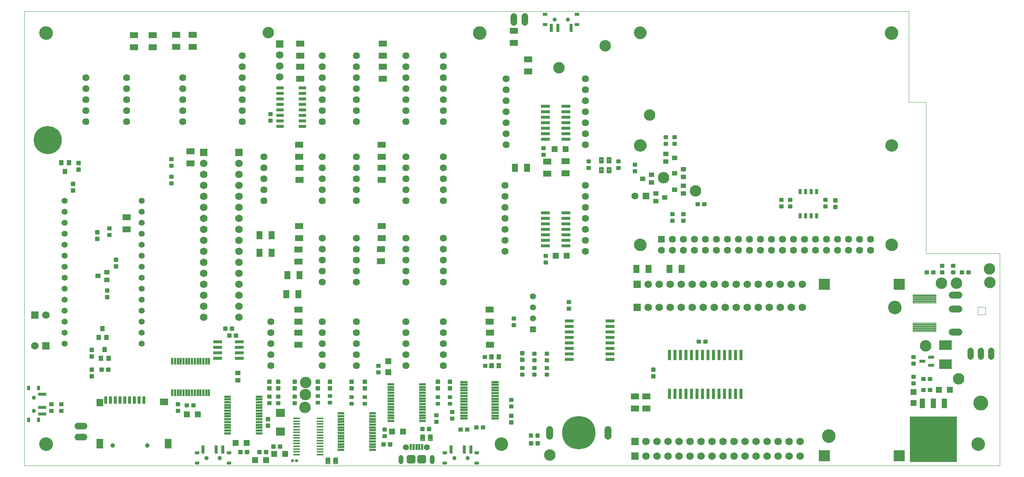
<source format=gts>
G75*
%MOIN*%
%OFA0B0*%
%FSLAX25Y25*%
%IPPOS*%
%LPD*%
%AMOC8*
5,1,8,0,0,1.08239X$1,22.5*
%
%ADD10C,0.00000*%
%ADD11C,0.25400*%
%ADD12C,0.06400*%
%ADD13C,0.30400*%
%ADD14R,0.05400X0.05400*%
%ADD15C,0.00975*%
%ADD16C,0.01100*%
%ADD17R,0.11199X0.08900*%
%ADD18C,0.00850*%
%ADD19C,0.00414*%
%ADD20R,0.07400X0.05400*%
%ADD21R,0.05400X0.07400*%
%ADD22C,0.00100*%
%ADD23R,0.03156X0.06699*%
%ADD24R,0.05912X0.06699*%
%ADD25R,0.05912X0.09061*%
%ADD26R,0.07487X0.05912*%
%ADD27C,0.03943*%
%ADD28R,0.06900X0.06900*%
%ADD29C,0.06900*%
%ADD30C,0.11227*%
%ADD31R,0.06400X0.06400*%
%ADD32C,0.06400*%
%ADD33R,0.04900X0.04400*%
%ADD34C,0.01184*%
%ADD35C,0.10400*%
%ADD36R,0.08200X0.02600*%
%ADD37C,0.05600*%
%ADD38C,0.13400*%
%ADD39R,0.42920X0.41384*%
%ADD40R,0.04600X0.08900*%
%ADD41R,0.06306X0.01778*%
%ADD42R,0.02600X0.09400*%
%ADD43R,0.07100X0.02500*%
%ADD44R,0.05600X0.02600*%
%ADD45R,0.08200X0.02500*%
%ADD46R,0.06306X0.01975*%
%ADD47C,0.05550*%
%ADD48R,0.01975X0.06306*%
%ADD49C,0.00071*%
%ADD50C,0.03940*%
%ADD51R,0.01975X0.05715*%
%ADD52C,0.04400*%
%ADD53R,0.08400X0.07400*%
%ADD54R,0.05550X0.05550*%
%ADD55R,0.10243X0.10243*%
%ADD56C,0.12211*%
%ADD57R,0.06900X0.02100*%
%ADD58R,0.04400X0.04900*%
%ADD59R,0.03156X0.07487*%
%ADD60R,0.04400X0.03156*%
%ADD61C,0.03600*%
%ADD62R,0.07487X0.03156*%
%ADD63R,0.03156X0.04400*%
%ADD64R,0.04731X0.04337*%
%ADD65C,0.06000*%
%ADD66R,0.04337X0.04731*%
D10*
X0010114Y0013500D02*
X0010114Y0426886D01*
X0813264Y0426886D01*
X0813264Y0344209D01*
X0829012Y0344209D01*
X0829012Y0206413D01*
X0895941Y0206413D01*
X0895941Y0013500D01*
X0010114Y0013500D01*
X0023893Y0033185D02*
X0023895Y0033338D01*
X0023901Y0033492D01*
X0023911Y0033645D01*
X0023925Y0033797D01*
X0023943Y0033950D01*
X0023965Y0034101D01*
X0023990Y0034252D01*
X0024020Y0034403D01*
X0024054Y0034553D01*
X0024091Y0034701D01*
X0024132Y0034849D01*
X0024177Y0034995D01*
X0024226Y0035141D01*
X0024279Y0035285D01*
X0024335Y0035427D01*
X0024395Y0035568D01*
X0024459Y0035708D01*
X0024526Y0035846D01*
X0024597Y0035982D01*
X0024672Y0036116D01*
X0024749Y0036248D01*
X0024831Y0036378D01*
X0024915Y0036506D01*
X0025003Y0036632D01*
X0025094Y0036755D01*
X0025188Y0036876D01*
X0025286Y0036994D01*
X0025386Y0037110D01*
X0025490Y0037223D01*
X0025596Y0037334D01*
X0025705Y0037442D01*
X0025817Y0037547D01*
X0025931Y0037648D01*
X0026049Y0037747D01*
X0026168Y0037843D01*
X0026290Y0037936D01*
X0026415Y0038025D01*
X0026542Y0038112D01*
X0026671Y0038194D01*
X0026802Y0038274D01*
X0026935Y0038350D01*
X0027070Y0038423D01*
X0027207Y0038492D01*
X0027346Y0038557D01*
X0027486Y0038619D01*
X0027628Y0038677D01*
X0027771Y0038732D01*
X0027916Y0038783D01*
X0028062Y0038830D01*
X0028209Y0038873D01*
X0028357Y0038912D01*
X0028506Y0038948D01*
X0028656Y0038979D01*
X0028807Y0039007D01*
X0028958Y0039031D01*
X0029111Y0039051D01*
X0029263Y0039067D01*
X0029416Y0039079D01*
X0029569Y0039087D01*
X0029722Y0039091D01*
X0029876Y0039091D01*
X0030029Y0039087D01*
X0030182Y0039079D01*
X0030335Y0039067D01*
X0030487Y0039051D01*
X0030640Y0039031D01*
X0030791Y0039007D01*
X0030942Y0038979D01*
X0031092Y0038948D01*
X0031241Y0038912D01*
X0031389Y0038873D01*
X0031536Y0038830D01*
X0031682Y0038783D01*
X0031827Y0038732D01*
X0031970Y0038677D01*
X0032112Y0038619D01*
X0032252Y0038557D01*
X0032391Y0038492D01*
X0032528Y0038423D01*
X0032663Y0038350D01*
X0032796Y0038274D01*
X0032927Y0038194D01*
X0033056Y0038112D01*
X0033183Y0038025D01*
X0033308Y0037936D01*
X0033430Y0037843D01*
X0033549Y0037747D01*
X0033667Y0037648D01*
X0033781Y0037547D01*
X0033893Y0037442D01*
X0034002Y0037334D01*
X0034108Y0037223D01*
X0034212Y0037110D01*
X0034312Y0036994D01*
X0034410Y0036876D01*
X0034504Y0036755D01*
X0034595Y0036632D01*
X0034683Y0036506D01*
X0034767Y0036378D01*
X0034849Y0036248D01*
X0034926Y0036116D01*
X0035001Y0035982D01*
X0035072Y0035846D01*
X0035139Y0035708D01*
X0035203Y0035568D01*
X0035263Y0035427D01*
X0035319Y0035285D01*
X0035372Y0035141D01*
X0035421Y0034995D01*
X0035466Y0034849D01*
X0035507Y0034701D01*
X0035544Y0034553D01*
X0035578Y0034403D01*
X0035608Y0034252D01*
X0035633Y0034101D01*
X0035655Y0033950D01*
X0035673Y0033797D01*
X0035687Y0033645D01*
X0035697Y0033492D01*
X0035703Y0033338D01*
X0035705Y0033185D01*
X0035703Y0033032D01*
X0035697Y0032878D01*
X0035687Y0032725D01*
X0035673Y0032573D01*
X0035655Y0032420D01*
X0035633Y0032269D01*
X0035608Y0032118D01*
X0035578Y0031967D01*
X0035544Y0031817D01*
X0035507Y0031669D01*
X0035466Y0031521D01*
X0035421Y0031375D01*
X0035372Y0031229D01*
X0035319Y0031085D01*
X0035263Y0030943D01*
X0035203Y0030802D01*
X0035139Y0030662D01*
X0035072Y0030524D01*
X0035001Y0030388D01*
X0034926Y0030254D01*
X0034849Y0030122D01*
X0034767Y0029992D01*
X0034683Y0029864D01*
X0034595Y0029738D01*
X0034504Y0029615D01*
X0034410Y0029494D01*
X0034312Y0029376D01*
X0034212Y0029260D01*
X0034108Y0029147D01*
X0034002Y0029036D01*
X0033893Y0028928D01*
X0033781Y0028823D01*
X0033667Y0028722D01*
X0033549Y0028623D01*
X0033430Y0028527D01*
X0033308Y0028434D01*
X0033183Y0028345D01*
X0033056Y0028258D01*
X0032927Y0028176D01*
X0032796Y0028096D01*
X0032663Y0028020D01*
X0032528Y0027947D01*
X0032391Y0027878D01*
X0032252Y0027813D01*
X0032112Y0027751D01*
X0031970Y0027693D01*
X0031827Y0027638D01*
X0031682Y0027587D01*
X0031536Y0027540D01*
X0031389Y0027497D01*
X0031241Y0027458D01*
X0031092Y0027422D01*
X0030942Y0027391D01*
X0030791Y0027363D01*
X0030640Y0027339D01*
X0030487Y0027319D01*
X0030335Y0027303D01*
X0030182Y0027291D01*
X0030029Y0027283D01*
X0029876Y0027279D01*
X0029722Y0027279D01*
X0029569Y0027283D01*
X0029416Y0027291D01*
X0029263Y0027303D01*
X0029111Y0027319D01*
X0028958Y0027339D01*
X0028807Y0027363D01*
X0028656Y0027391D01*
X0028506Y0027422D01*
X0028357Y0027458D01*
X0028209Y0027497D01*
X0028062Y0027540D01*
X0027916Y0027587D01*
X0027771Y0027638D01*
X0027628Y0027693D01*
X0027486Y0027751D01*
X0027346Y0027813D01*
X0027207Y0027878D01*
X0027070Y0027947D01*
X0026935Y0028020D01*
X0026802Y0028096D01*
X0026671Y0028176D01*
X0026542Y0028258D01*
X0026415Y0028345D01*
X0026290Y0028434D01*
X0026168Y0028527D01*
X0026049Y0028623D01*
X0025931Y0028722D01*
X0025817Y0028823D01*
X0025705Y0028928D01*
X0025596Y0029036D01*
X0025490Y0029147D01*
X0025386Y0029260D01*
X0025286Y0029376D01*
X0025188Y0029494D01*
X0025094Y0029615D01*
X0025003Y0029738D01*
X0024915Y0029864D01*
X0024831Y0029992D01*
X0024749Y0030122D01*
X0024672Y0030254D01*
X0024597Y0030388D01*
X0024526Y0030524D01*
X0024459Y0030662D01*
X0024395Y0030802D01*
X0024335Y0030943D01*
X0024279Y0031085D01*
X0024226Y0031229D01*
X0024177Y0031375D01*
X0024132Y0031521D01*
X0024091Y0031669D01*
X0024054Y0031817D01*
X0024020Y0031967D01*
X0023990Y0032118D01*
X0023965Y0032269D01*
X0023943Y0032420D01*
X0023925Y0032573D01*
X0023911Y0032725D01*
X0023901Y0032878D01*
X0023895Y0033032D01*
X0023893Y0033185D01*
X0016939Y0063500D02*
X0016941Y0063580D01*
X0016947Y0063659D01*
X0016957Y0063738D01*
X0016971Y0063817D01*
X0016988Y0063895D01*
X0017010Y0063972D01*
X0017035Y0064047D01*
X0017065Y0064121D01*
X0017097Y0064194D01*
X0017134Y0064265D01*
X0017174Y0064334D01*
X0017217Y0064401D01*
X0017264Y0064466D01*
X0017313Y0064528D01*
X0017366Y0064588D01*
X0017422Y0064645D01*
X0017480Y0064700D01*
X0017541Y0064751D01*
X0017605Y0064799D01*
X0017671Y0064844D01*
X0017739Y0064886D01*
X0017809Y0064924D01*
X0017881Y0064958D01*
X0017954Y0064989D01*
X0018029Y0065017D01*
X0018106Y0065040D01*
X0018183Y0065060D01*
X0018261Y0065076D01*
X0018340Y0065088D01*
X0018419Y0065096D01*
X0018499Y0065100D01*
X0018579Y0065100D01*
X0018659Y0065096D01*
X0018738Y0065088D01*
X0018817Y0065076D01*
X0018895Y0065060D01*
X0018972Y0065040D01*
X0019049Y0065017D01*
X0019124Y0064989D01*
X0019197Y0064958D01*
X0019269Y0064924D01*
X0019339Y0064886D01*
X0019407Y0064844D01*
X0019473Y0064799D01*
X0019537Y0064751D01*
X0019598Y0064700D01*
X0019656Y0064645D01*
X0019712Y0064588D01*
X0019765Y0064528D01*
X0019814Y0064466D01*
X0019861Y0064401D01*
X0019904Y0064334D01*
X0019944Y0064265D01*
X0019981Y0064194D01*
X0020013Y0064121D01*
X0020043Y0064047D01*
X0020068Y0063972D01*
X0020090Y0063895D01*
X0020107Y0063817D01*
X0020121Y0063738D01*
X0020131Y0063659D01*
X0020137Y0063580D01*
X0020139Y0063500D01*
X0020137Y0063420D01*
X0020131Y0063341D01*
X0020121Y0063262D01*
X0020107Y0063183D01*
X0020090Y0063105D01*
X0020068Y0063028D01*
X0020043Y0062953D01*
X0020013Y0062879D01*
X0019981Y0062806D01*
X0019944Y0062735D01*
X0019904Y0062666D01*
X0019861Y0062599D01*
X0019814Y0062534D01*
X0019765Y0062472D01*
X0019712Y0062412D01*
X0019656Y0062355D01*
X0019598Y0062300D01*
X0019537Y0062249D01*
X0019473Y0062201D01*
X0019407Y0062156D01*
X0019339Y0062114D01*
X0019269Y0062076D01*
X0019197Y0062042D01*
X0019124Y0062011D01*
X0019049Y0061983D01*
X0018972Y0061960D01*
X0018895Y0061940D01*
X0018817Y0061924D01*
X0018738Y0061912D01*
X0018659Y0061904D01*
X0018579Y0061900D01*
X0018499Y0061900D01*
X0018419Y0061904D01*
X0018340Y0061912D01*
X0018261Y0061924D01*
X0018183Y0061940D01*
X0018106Y0061960D01*
X0018029Y0061983D01*
X0017954Y0062011D01*
X0017881Y0062042D01*
X0017809Y0062076D01*
X0017739Y0062114D01*
X0017671Y0062156D01*
X0017605Y0062201D01*
X0017541Y0062249D01*
X0017480Y0062300D01*
X0017422Y0062355D01*
X0017366Y0062412D01*
X0017313Y0062472D01*
X0017264Y0062534D01*
X0017217Y0062599D01*
X0017174Y0062666D01*
X0017134Y0062735D01*
X0017097Y0062806D01*
X0017065Y0062879D01*
X0017035Y0062953D01*
X0017010Y0063028D01*
X0016988Y0063105D01*
X0016971Y0063183D01*
X0016957Y0063262D01*
X0016947Y0063341D01*
X0016941Y0063420D01*
X0016939Y0063500D01*
X0016939Y0075500D02*
X0016941Y0075580D01*
X0016947Y0075659D01*
X0016957Y0075738D01*
X0016971Y0075817D01*
X0016988Y0075895D01*
X0017010Y0075972D01*
X0017035Y0076047D01*
X0017065Y0076121D01*
X0017097Y0076194D01*
X0017134Y0076265D01*
X0017174Y0076334D01*
X0017217Y0076401D01*
X0017264Y0076466D01*
X0017313Y0076528D01*
X0017366Y0076588D01*
X0017422Y0076645D01*
X0017480Y0076700D01*
X0017541Y0076751D01*
X0017605Y0076799D01*
X0017671Y0076844D01*
X0017739Y0076886D01*
X0017809Y0076924D01*
X0017881Y0076958D01*
X0017954Y0076989D01*
X0018029Y0077017D01*
X0018106Y0077040D01*
X0018183Y0077060D01*
X0018261Y0077076D01*
X0018340Y0077088D01*
X0018419Y0077096D01*
X0018499Y0077100D01*
X0018579Y0077100D01*
X0018659Y0077096D01*
X0018738Y0077088D01*
X0018817Y0077076D01*
X0018895Y0077060D01*
X0018972Y0077040D01*
X0019049Y0077017D01*
X0019124Y0076989D01*
X0019197Y0076958D01*
X0019269Y0076924D01*
X0019339Y0076886D01*
X0019407Y0076844D01*
X0019473Y0076799D01*
X0019537Y0076751D01*
X0019598Y0076700D01*
X0019656Y0076645D01*
X0019712Y0076588D01*
X0019765Y0076528D01*
X0019814Y0076466D01*
X0019861Y0076401D01*
X0019904Y0076334D01*
X0019944Y0076265D01*
X0019981Y0076194D01*
X0020013Y0076121D01*
X0020043Y0076047D01*
X0020068Y0075972D01*
X0020090Y0075895D01*
X0020107Y0075817D01*
X0020121Y0075738D01*
X0020131Y0075659D01*
X0020137Y0075580D01*
X0020139Y0075500D01*
X0020137Y0075420D01*
X0020131Y0075341D01*
X0020121Y0075262D01*
X0020107Y0075183D01*
X0020090Y0075105D01*
X0020068Y0075028D01*
X0020043Y0074953D01*
X0020013Y0074879D01*
X0019981Y0074806D01*
X0019944Y0074735D01*
X0019904Y0074666D01*
X0019861Y0074599D01*
X0019814Y0074534D01*
X0019765Y0074472D01*
X0019712Y0074412D01*
X0019656Y0074355D01*
X0019598Y0074300D01*
X0019537Y0074249D01*
X0019473Y0074201D01*
X0019407Y0074156D01*
X0019339Y0074114D01*
X0019269Y0074076D01*
X0019197Y0074042D01*
X0019124Y0074011D01*
X0019049Y0073983D01*
X0018972Y0073960D01*
X0018895Y0073940D01*
X0018817Y0073924D01*
X0018738Y0073912D01*
X0018659Y0073904D01*
X0018579Y0073900D01*
X0018499Y0073900D01*
X0018419Y0073904D01*
X0018340Y0073912D01*
X0018261Y0073924D01*
X0018183Y0073940D01*
X0018106Y0073960D01*
X0018029Y0073983D01*
X0017954Y0074011D01*
X0017881Y0074042D01*
X0017809Y0074076D01*
X0017739Y0074114D01*
X0017671Y0074156D01*
X0017605Y0074201D01*
X0017541Y0074249D01*
X0017480Y0074300D01*
X0017422Y0074355D01*
X0017366Y0074412D01*
X0017313Y0074472D01*
X0017264Y0074534D01*
X0017217Y0074599D01*
X0017174Y0074666D01*
X0017134Y0074735D01*
X0017097Y0074806D01*
X0017065Y0074879D01*
X0017035Y0074953D01*
X0017010Y0075028D01*
X0016988Y0075105D01*
X0016971Y0075183D01*
X0016957Y0075262D01*
X0016947Y0075341D01*
X0016941Y0075420D01*
X0016939Y0075500D01*
X0088374Y0031972D02*
X0088376Y0032056D01*
X0088382Y0032139D01*
X0088392Y0032222D01*
X0088406Y0032305D01*
X0088423Y0032387D01*
X0088445Y0032468D01*
X0088470Y0032547D01*
X0088499Y0032626D01*
X0088532Y0032703D01*
X0088568Y0032778D01*
X0088608Y0032852D01*
X0088651Y0032924D01*
X0088698Y0032993D01*
X0088748Y0033060D01*
X0088801Y0033125D01*
X0088857Y0033187D01*
X0088915Y0033247D01*
X0088977Y0033304D01*
X0089041Y0033357D01*
X0089108Y0033408D01*
X0089177Y0033455D01*
X0089248Y0033500D01*
X0089321Y0033540D01*
X0089396Y0033577D01*
X0089473Y0033611D01*
X0089551Y0033641D01*
X0089630Y0033667D01*
X0089711Y0033690D01*
X0089793Y0033708D01*
X0089875Y0033723D01*
X0089958Y0033734D01*
X0090041Y0033741D01*
X0090125Y0033744D01*
X0090209Y0033743D01*
X0090292Y0033738D01*
X0090376Y0033729D01*
X0090458Y0033716D01*
X0090540Y0033700D01*
X0090621Y0033679D01*
X0090702Y0033655D01*
X0090780Y0033627D01*
X0090858Y0033595D01*
X0090934Y0033559D01*
X0091008Y0033520D01*
X0091080Y0033478D01*
X0091150Y0033432D01*
X0091218Y0033383D01*
X0091283Y0033331D01*
X0091346Y0033276D01*
X0091406Y0033218D01*
X0091464Y0033157D01*
X0091518Y0033093D01*
X0091570Y0033027D01*
X0091618Y0032959D01*
X0091663Y0032888D01*
X0091704Y0032815D01*
X0091743Y0032741D01*
X0091777Y0032665D01*
X0091808Y0032587D01*
X0091835Y0032508D01*
X0091859Y0032427D01*
X0091878Y0032346D01*
X0091894Y0032264D01*
X0091906Y0032181D01*
X0091914Y0032097D01*
X0091918Y0032014D01*
X0091918Y0031930D01*
X0091914Y0031847D01*
X0091906Y0031763D01*
X0091894Y0031680D01*
X0091878Y0031598D01*
X0091859Y0031517D01*
X0091835Y0031436D01*
X0091808Y0031357D01*
X0091777Y0031279D01*
X0091743Y0031203D01*
X0091704Y0031129D01*
X0091663Y0031056D01*
X0091618Y0030985D01*
X0091570Y0030917D01*
X0091518Y0030851D01*
X0091464Y0030787D01*
X0091406Y0030726D01*
X0091346Y0030668D01*
X0091283Y0030613D01*
X0091218Y0030561D01*
X0091150Y0030512D01*
X0091080Y0030466D01*
X0091008Y0030424D01*
X0090934Y0030385D01*
X0090858Y0030349D01*
X0090780Y0030317D01*
X0090702Y0030289D01*
X0090621Y0030265D01*
X0090540Y0030244D01*
X0090458Y0030228D01*
X0090376Y0030215D01*
X0090292Y0030206D01*
X0090209Y0030201D01*
X0090125Y0030200D01*
X0090041Y0030203D01*
X0089958Y0030210D01*
X0089875Y0030221D01*
X0089793Y0030236D01*
X0089711Y0030254D01*
X0089630Y0030277D01*
X0089551Y0030303D01*
X0089473Y0030333D01*
X0089396Y0030367D01*
X0089321Y0030404D01*
X0089248Y0030444D01*
X0089177Y0030489D01*
X0089108Y0030536D01*
X0089041Y0030587D01*
X0088977Y0030640D01*
X0088915Y0030697D01*
X0088857Y0030757D01*
X0088801Y0030819D01*
X0088748Y0030884D01*
X0088698Y0030951D01*
X0088651Y0031020D01*
X0088608Y0031092D01*
X0088568Y0031166D01*
X0088532Y0031241D01*
X0088499Y0031318D01*
X0088470Y0031397D01*
X0088445Y0031476D01*
X0088423Y0031557D01*
X0088406Y0031639D01*
X0088392Y0031722D01*
X0088382Y0031805D01*
X0088376Y0031888D01*
X0088374Y0031972D01*
X0119870Y0031972D02*
X0119872Y0032056D01*
X0119878Y0032139D01*
X0119888Y0032222D01*
X0119902Y0032305D01*
X0119919Y0032387D01*
X0119941Y0032468D01*
X0119966Y0032547D01*
X0119995Y0032626D01*
X0120028Y0032703D01*
X0120064Y0032778D01*
X0120104Y0032852D01*
X0120147Y0032924D01*
X0120194Y0032993D01*
X0120244Y0033060D01*
X0120297Y0033125D01*
X0120353Y0033187D01*
X0120411Y0033247D01*
X0120473Y0033304D01*
X0120537Y0033357D01*
X0120604Y0033408D01*
X0120673Y0033455D01*
X0120744Y0033500D01*
X0120817Y0033540D01*
X0120892Y0033577D01*
X0120969Y0033611D01*
X0121047Y0033641D01*
X0121126Y0033667D01*
X0121207Y0033690D01*
X0121289Y0033708D01*
X0121371Y0033723D01*
X0121454Y0033734D01*
X0121537Y0033741D01*
X0121621Y0033744D01*
X0121705Y0033743D01*
X0121788Y0033738D01*
X0121872Y0033729D01*
X0121954Y0033716D01*
X0122036Y0033700D01*
X0122117Y0033679D01*
X0122198Y0033655D01*
X0122276Y0033627D01*
X0122354Y0033595D01*
X0122430Y0033559D01*
X0122504Y0033520D01*
X0122576Y0033478D01*
X0122646Y0033432D01*
X0122714Y0033383D01*
X0122779Y0033331D01*
X0122842Y0033276D01*
X0122902Y0033218D01*
X0122960Y0033157D01*
X0123014Y0033093D01*
X0123066Y0033027D01*
X0123114Y0032959D01*
X0123159Y0032888D01*
X0123200Y0032815D01*
X0123239Y0032741D01*
X0123273Y0032665D01*
X0123304Y0032587D01*
X0123331Y0032508D01*
X0123355Y0032427D01*
X0123374Y0032346D01*
X0123390Y0032264D01*
X0123402Y0032181D01*
X0123410Y0032097D01*
X0123414Y0032014D01*
X0123414Y0031930D01*
X0123410Y0031847D01*
X0123402Y0031763D01*
X0123390Y0031680D01*
X0123374Y0031598D01*
X0123355Y0031517D01*
X0123331Y0031436D01*
X0123304Y0031357D01*
X0123273Y0031279D01*
X0123239Y0031203D01*
X0123200Y0031129D01*
X0123159Y0031056D01*
X0123114Y0030985D01*
X0123066Y0030917D01*
X0123014Y0030851D01*
X0122960Y0030787D01*
X0122902Y0030726D01*
X0122842Y0030668D01*
X0122779Y0030613D01*
X0122714Y0030561D01*
X0122646Y0030512D01*
X0122576Y0030466D01*
X0122504Y0030424D01*
X0122430Y0030385D01*
X0122354Y0030349D01*
X0122276Y0030317D01*
X0122198Y0030289D01*
X0122117Y0030265D01*
X0122036Y0030244D01*
X0121954Y0030228D01*
X0121872Y0030215D01*
X0121788Y0030206D01*
X0121705Y0030201D01*
X0121621Y0030200D01*
X0121537Y0030203D01*
X0121454Y0030210D01*
X0121371Y0030221D01*
X0121289Y0030236D01*
X0121207Y0030254D01*
X0121126Y0030277D01*
X0121047Y0030303D01*
X0120969Y0030333D01*
X0120892Y0030367D01*
X0120817Y0030404D01*
X0120744Y0030444D01*
X0120673Y0030489D01*
X0120604Y0030536D01*
X0120537Y0030587D01*
X0120473Y0030640D01*
X0120411Y0030697D01*
X0120353Y0030757D01*
X0120297Y0030819D01*
X0120244Y0030884D01*
X0120194Y0030951D01*
X0120147Y0031020D01*
X0120104Y0031092D01*
X0120064Y0031166D01*
X0120028Y0031241D01*
X0119995Y0031318D01*
X0119966Y0031397D01*
X0119941Y0031476D01*
X0119919Y0031557D01*
X0119902Y0031639D01*
X0119888Y0031722D01*
X0119878Y0031805D01*
X0119872Y0031888D01*
X0119870Y0031972D01*
X0173839Y0020500D02*
X0173841Y0020580D01*
X0173847Y0020659D01*
X0173857Y0020738D01*
X0173871Y0020817D01*
X0173888Y0020895D01*
X0173910Y0020972D01*
X0173935Y0021047D01*
X0173965Y0021121D01*
X0173997Y0021194D01*
X0174034Y0021265D01*
X0174074Y0021334D01*
X0174117Y0021401D01*
X0174164Y0021466D01*
X0174213Y0021528D01*
X0174266Y0021588D01*
X0174322Y0021645D01*
X0174380Y0021700D01*
X0174441Y0021751D01*
X0174505Y0021799D01*
X0174571Y0021844D01*
X0174639Y0021886D01*
X0174709Y0021924D01*
X0174781Y0021958D01*
X0174854Y0021989D01*
X0174929Y0022017D01*
X0175006Y0022040D01*
X0175083Y0022060D01*
X0175161Y0022076D01*
X0175240Y0022088D01*
X0175319Y0022096D01*
X0175399Y0022100D01*
X0175479Y0022100D01*
X0175559Y0022096D01*
X0175638Y0022088D01*
X0175717Y0022076D01*
X0175795Y0022060D01*
X0175872Y0022040D01*
X0175949Y0022017D01*
X0176024Y0021989D01*
X0176097Y0021958D01*
X0176169Y0021924D01*
X0176239Y0021886D01*
X0176307Y0021844D01*
X0176373Y0021799D01*
X0176437Y0021751D01*
X0176498Y0021700D01*
X0176556Y0021645D01*
X0176612Y0021588D01*
X0176665Y0021528D01*
X0176714Y0021466D01*
X0176761Y0021401D01*
X0176804Y0021334D01*
X0176844Y0021265D01*
X0176881Y0021194D01*
X0176913Y0021121D01*
X0176943Y0021047D01*
X0176968Y0020972D01*
X0176990Y0020895D01*
X0177007Y0020817D01*
X0177021Y0020738D01*
X0177031Y0020659D01*
X0177037Y0020580D01*
X0177039Y0020500D01*
X0177037Y0020420D01*
X0177031Y0020341D01*
X0177021Y0020262D01*
X0177007Y0020183D01*
X0176990Y0020105D01*
X0176968Y0020028D01*
X0176943Y0019953D01*
X0176913Y0019879D01*
X0176881Y0019806D01*
X0176844Y0019735D01*
X0176804Y0019666D01*
X0176761Y0019599D01*
X0176714Y0019534D01*
X0176665Y0019472D01*
X0176612Y0019412D01*
X0176556Y0019355D01*
X0176498Y0019300D01*
X0176437Y0019249D01*
X0176373Y0019201D01*
X0176307Y0019156D01*
X0176239Y0019114D01*
X0176169Y0019076D01*
X0176097Y0019042D01*
X0176024Y0019011D01*
X0175949Y0018983D01*
X0175872Y0018960D01*
X0175795Y0018940D01*
X0175717Y0018924D01*
X0175638Y0018912D01*
X0175559Y0018904D01*
X0175479Y0018900D01*
X0175399Y0018900D01*
X0175319Y0018904D01*
X0175240Y0018912D01*
X0175161Y0018924D01*
X0175083Y0018940D01*
X0175006Y0018960D01*
X0174929Y0018983D01*
X0174854Y0019011D01*
X0174781Y0019042D01*
X0174709Y0019076D01*
X0174639Y0019114D01*
X0174571Y0019156D01*
X0174505Y0019201D01*
X0174441Y0019249D01*
X0174380Y0019300D01*
X0174322Y0019355D01*
X0174266Y0019412D01*
X0174213Y0019472D01*
X0174164Y0019534D01*
X0174117Y0019599D01*
X0174074Y0019666D01*
X0174034Y0019735D01*
X0173997Y0019806D01*
X0173965Y0019879D01*
X0173935Y0019953D01*
X0173910Y0020028D01*
X0173888Y0020105D01*
X0173871Y0020183D01*
X0173857Y0020262D01*
X0173847Y0020341D01*
X0173841Y0020420D01*
X0173839Y0020500D01*
X0185839Y0020500D02*
X0185841Y0020580D01*
X0185847Y0020659D01*
X0185857Y0020738D01*
X0185871Y0020817D01*
X0185888Y0020895D01*
X0185910Y0020972D01*
X0185935Y0021047D01*
X0185965Y0021121D01*
X0185997Y0021194D01*
X0186034Y0021265D01*
X0186074Y0021334D01*
X0186117Y0021401D01*
X0186164Y0021466D01*
X0186213Y0021528D01*
X0186266Y0021588D01*
X0186322Y0021645D01*
X0186380Y0021700D01*
X0186441Y0021751D01*
X0186505Y0021799D01*
X0186571Y0021844D01*
X0186639Y0021886D01*
X0186709Y0021924D01*
X0186781Y0021958D01*
X0186854Y0021989D01*
X0186929Y0022017D01*
X0187006Y0022040D01*
X0187083Y0022060D01*
X0187161Y0022076D01*
X0187240Y0022088D01*
X0187319Y0022096D01*
X0187399Y0022100D01*
X0187479Y0022100D01*
X0187559Y0022096D01*
X0187638Y0022088D01*
X0187717Y0022076D01*
X0187795Y0022060D01*
X0187872Y0022040D01*
X0187949Y0022017D01*
X0188024Y0021989D01*
X0188097Y0021958D01*
X0188169Y0021924D01*
X0188239Y0021886D01*
X0188307Y0021844D01*
X0188373Y0021799D01*
X0188437Y0021751D01*
X0188498Y0021700D01*
X0188556Y0021645D01*
X0188612Y0021588D01*
X0188665Y0021528D01*
X0188714Y0021466D01*
X0188761Y0021401D01*
X0188804Y0021334D01*
X0188844Y0021265D01*
X0188881Y0021194D01*
X0188913Y0021121D01*
X0188943Y0021047D01*
X0188968Y0020972D01*
X0188990Y0020895D01*
X0189007Y0020817D01*
X0189021Y0020738D01*
X0189031Y0020659D01*
X0189037Y0020580D01*
X0189039Y0020500D01*
X0189037Y0020420D01*
X0189031Y0020341D01*
X0189021Y0020262D01*
X0189007Y0020183D01*
X0188990Y0020105D01*
X0188968Y0020028D01*
X0188943Y0019953D01*
X0188913Y0019879D01*
X0188881Y0019806D01*
X0188844Y0019735D01*
X0188804Y0019666D01*
X0188761Y0019599D01*
X0188714Y0019534D01*
X0188665Y0019472D01*
X0188612Y0019412D01*
X0188556Y0019355D01*
X0188498Y0019300D01*
X0188437Y0019249D01*
X0188373Y0019201D01*
X0188307Y0019156D01*
X0188239Y0019114D01*
X0188169Y0019076D01*
X0188097Y0019042D01*
X0188024Y0019011D01*
X0187949Y0018983D01*
X0187872Y0018960D01*
X0187795Y0018940D01*
X0187717Y0018924D01*
X0187638Y0018912D01*
X0187559Y0018904D01*
X0187479Y0018900D01*
X0187399Y0018900D01*
X0187319Y0018904D01*
X0187240Y0018912D01*
X0187161Y0018924D01*
X0187083Y0018940D01*
X0187006Y0018960D01*
X0186929Y0018983D01*
X0186854Y0019011D01*
X0186781Y0019042D01*
X0186709Y0019076D01*
X0186639Y0019114D01*
X0186571Y0019156D01*
X0186505Y0019201D01*
X0186441Y0019249D01*
X0186380Y0019300D01*
X0186322Y0019355D01*
X0186266Y0019412D01*
X0186213Y0019472D01*
X0186164Y0019534D01*
X0186117Y0019599D01*
X0186074Y0019666D01*
X0186034Y0019735D01*
X0185997Y0019806D01*
X0185965Y0019879D01*
X0185935Y0019953D01*
X0185910Y0020028D01*
X0185888Y0020105D01*
X0185871Y0020183D01*
X0185857Y0020262D01*
X0185847Y0020341D01*
X0185841Y0020420D01*
X0185839Y0020500D01*
X0398939Y0020500D02*
X0398941Y0020580D01*
X0398947Y0020659D01*
X0398957Y0020738D01*
X0398971Y0020817D01*
X0398988Y0020895D01*
X0399010Y0020972D01*
X0399035Y0021047D01*
X0399065Y0021121D01*
X0399097Y0021194D01*
X0399134Y0021265D01*
X0399174Y0021334D01*
X0399217Y0021401D01*
X0399264Y0021466D01*
X0399313Y0021528D01*
X0399366Y0021588D01*
X0399422Y0021645D01*
X0399480Y0021700D01*
X0399541Y0021751D01*
X0399605Y0021799D01*
X0399671Y0021844D01*
X0399739Y0021886D01*
X0399809Y0021924D01*
X0399881Y0021958D01*
X0399954Y0021989D01*
X0400029Y0022017D01*
X0400106Y0022040D01*
X0400183Y0022060D01*
X0400261Y0022076D01*
X0400340Y0022088D01*
X0400419Y0022096D01*
X0400499Y0022100D01*
X0400579Y0022100D01*
X0400659Y0022096D01*
X0400738Y0022088D01*
X0400817Y0022076D01*
X0400895Y0022060D01*
X0400972Y0022040D01*
X0401049Y0022017D01*
X0401124Y0021989D01*
X0401197Y0021958D01*
X0401269Y0021924D01*
X0401339Y0021886D01*
X0401407Y0021844D01*
X0401473Y0021799D01*
X0401537Y0021751D01*
X0401598Y0021700D01*
X0401656Y0021645D01*
X0401712Y0021588D01*
X0401765Y0021528D01*
X0401814Y0021466D01*
X0401861Y0021401D01*
X0401904Y0021334D01*
X0401944Y0021265D01*
X0401981Y0021194D01*
X0402013Y0021121D01*
X0402043Y0021047D01*
X0402068Y0020972D01*
X0402090Y0020895D01*
X0402107Y0020817D01*
X0402121Y0020738D01*
X0402131Y0020659D01*
X0402137Y0020580D01*
X0402139Y0020500D01*
X0402137Y0020420D01*
X0402131Y0020341D01*
X0402121Y0020262D01*
X0402107Y0020183D01*
X0402090Y0020105D01*
X0402068Y0020028D01*
X0402043Y0019953D01*
X0402013Y0019879D01*
X0401981Y0019806D01*
X0401944Y0019735D01*
X0401904Y0019666D01*
X0401861Y0019599D01*
X0401814Y0019534D01*
X0401765Y0019472D01*
X0401712Y0019412D01*
X0401656Y0019355D01*
X0401598Y0019300D01*
X0401537Y0019249D01*
X0401473Y0019201D01*
X0401407Y0019156D01*
X0401339Y0019114D01*
X0401269Y0019076D01*
X0401197Y0019042D01*
X0401124Y0019011D01*
X0401049Y0018983D01*
X0400972Y0018960D01*
X0400895Y0018940D01*
X0400817Y0018924D01*
X0400738Y0018912D01*
X0400659Y0018904D01*
X0400579Y0018900D01*
X0400499Y0018900D01*
X0400419Y0018904D01*
X0400340Y0018912D01*
X0400261Y0018924D01*
X0400183Y0018940D01*
X0400106Y0018960D01*
X0400029Y0018983D01*
X0399954Y0019011D01*
X0399881Y0019042D01*
X0399809Y0019076D01*
X0399739Y0019114D01*
X0399671Y0019156D01*
X0399605Y0019201D01*
X0399541Y0019249D01*
X0399480Y0019300D01*
X0399422Y0019355D01*
X0399366Y0019412D01*
X0399313Y0019472D01*
X0399264Y0019534D01*
X0399217Y0019599D01*
X0399174Y0019666D01*
X0399134Y0019735D01*
X0399097Y0019806D01*
X0399065Y0019879D01*
X0399035Y0019953D01*
X0399010Y0020028D01*
X0398988Y0020105D01*
X0398971Y0020183D01*
X0398957Y0020262D01*
X0398947Y0020341D01*
X0398941Y0020420D01*
X0398939Y0020500D01*
X0410939Y0020500D02*
X0410941Y0020580D01*
X0410947Y0020659D01*
X0410957Y0020738D01*
X0410971Y0020817D01*
X0410988Y0020895D01*
X0411010Y0020972D01*
X0411035Y0021047D01*
X0411065Y0021121D01*
X0411097Y0021194D01*
X0411134Y0021265D01*
X0411174Y0021334D01*
X0411217Y0021401D01*
X0411264Y0021466D01*
X0411313Y0021528D01*
X0411366Y0021588D01*
X0411422Y0021645D01*
X0411480Y0021700D01*
X0411541Y0021751D01*
X0411605Y0021799D01*
X0411671Y0021844D01*
X0411739Y0021886D01*
X0411809Y0021924D01*
X0411881Y0021958D01*
X0411954Y0021989D01*
X0412029Y0022017D01*
X0412106Y0022040D01*
X0412183Y0022060D01*
X0412261Y0022076D01*
X0412340Y0022088D01*
X0412419Y0022096D01*
X0412499Y0022100D01*
X0412579Y0022100D01*
X0412659Y0022096D01*
X0412738Y0022088D01*
X0412817Y0022076D01*
X0412895Y0022060D01*
X0412972Y0022040D01*
X0413049Y0022017D01*
X0413124Y0021989D01*
X0413197Y0021958D01*
X0413269Y0021924D01*
X0413339Y0021886D01*
X0413407Y0021844D01*
X0413473Y0021799D01*
X0413537Y0021751D01*
X0413598Y0021700D01*
X0413656Y0021645D01*
X0413712Y0021588D01*
X0413765Y0021528D01*
X0413814Y0021466D01*
X0413861Y0021401D01*
X0413904Y0021334D01*
X0413944Y0021265D01*
X0413981Y0021194D01*
X0414013Y0021121D01*
X0414043Y0021047D01*
X0414068Y0020972D01*
X0414090Y0020895D01*
X0414107Y0020817D01*
X0414121Y0020738D01*
X0414131Y0020659D01*
X0414137Y0020580D01*
X0414139Y0020500D01*
X0414137Y0020420D01*
X0414131Y0020341D01*
X0414121Y0020262D01*
X0414107Y0020183D01*
X0414090Y0020105D01*
X0414068Y0020028D01*
X0414043Y0019953D01*
X0414013Y0019879D01*
X0413981Y0019806D01*
X0413944Y0019735D01*
X0413904Y0019666D01*
X0413861Y0019599D01*
X0413814Y0019534D01*
X0413765Y0019472D01*
X0413712Y0019412D01*
X0413656Y0019355D01*
X0413598Y0019300D01*
X0413537Y0019249D01*
X0413473Y0019201D01*
X0413407Y0019156D01*
X0413339Y0019114D01*
X0413269Y0019076D01*
X0413197Y0019042D01*
X0413124Y0019011D01*
X0413049Y0018983D01*
X0412972Y0018960D01*
X0412895Y0018940D01*
X0412817Y0018924D01*
X0412738Y0018912D01*
X0412659Y0018904D01*
X0412579Y0018900D01*
X0412499Y0018900D01*
X0412419Y0018904D01*
X0412340Y0018912D01*
X0412261Y0018924D01*
X0412183Y0018940D01*
X0412106Y0018960D01*
X0412029Y0018983D01*
X0411954Y0019011D01*
X0411881Y0019042D01*
X0411809Y0019076D01*
X0411739Y0019114D01*
X0411671Y0019156D01*
X0411605Y0019201D01*
X0411541Y0019249D01*
X0411480Y0019300D01*
X0411422Y0019355D01*
X0411366Y0019412D01*
X0411313Y0019472D01*
X0411264Y0019534D01*
X0411217Y0019599D01*
X0411174Y0019666D01*
X0411134Y0019735D01*
X0411097Y0019806D01*
X0411065Y0019879D01*
X0411035Y0019953D01*
X0411010Y0020028D01*
X0410988Y0020105D01*
X0410971Y0020183D01*
X0410957Y0020262D01*
X0410947Y0020341D01*
X0410941Y0020420D01*
X0410939Y0020500D01*
X0437279Y0033185D02*
X0437281Y0033338D01*
X0437287Y0033492D01*
X0437297Y0033645D01*
X0437311Y0033797D01*
X0437329Y0033950D01*
X0437351Y0034101D01*
X0437376Y0034252D01*
X0437406Y0034403D01*
X0437440Y0034553D01*
X0437477Y0034701D01*
X0437518Y0034849D01*
X0437563Y0034995D01*
X0437612Y0035141D01*
X0437665Y0035285D01*
X0437721Y0035427D01*
X0437781Y0035568D01*
X0437845Y0035708D01*
X0437912Y0035846D01*
X0437983Y0035982D01*
X0438058Y0036116D01*
X0438135Y0036248D01*
X0438217Y0036378D01*
X0438301Y0036506D01*
X0438389Y0036632D01*
X0438480Y0036755D01*
X0438574Y0036876D01*
X0438672Y0036994D01*
X0438772Y0037110D01*
X0438876Y0037223D01*
X0438982Y0037334D01*
X0439091Y0037442D01*
X0439203Y0037547D01*
X0439317Y0037648D01*
X0439435Y0037747D01*
X0439554Y0037843D01*
X0439676Y0037936D01*
X0439801Y0038025D01*
X0439928Y0038112D01*
X0440057Y0038194D01*
X0440188Y0038274D01*
X0440321Y0038350D01*
X0440456Y0038423D01*
X0440593Y0038492D01*
X0440732Y0038557D01*
X0440872Y0038619D01*
X0441014Y0038677D01*
X0441157Y0038732D01*
X0441302Y0038783D01*
X0441448Y0038830D01*
X0441595Y0038873D01*
X0441743Y0038912D01*
X0441892Y0038948D01*
X0442042Y0038979D01*
X0442193Y0039007D01*
X0442344Y0039031D01*
X0442497Y0039051D01*
X0442649Y0039067D01*
X0442802Y0039079D01*
X0442955Y0039087D01*
X0443108Y0039091D01*
X0443262Y0039091D01*
X0443415Y0039087D01*
X0443568Y0039079D01*
X0443721Y0039067D01*
X0443873Y0039051D01*
X0444026Y0039031D01*
X0444177Y0039007D01*
X0444328Y0038979D01*
X0444478Y0038948D01*
X0444627Y0038912D01*
X0444775Y0038873D01*
X0444922Y0038830D01*
X0445068Y0038783D01*
X0445213Y0038732D01*
X0445356Y0038677D01*
X0445498Y0038619D01*
X0445638Y0038557D01*
X0445777Y0038492D01*
X0445914Y0038423D01*
X0446049Y0038350D01*
X0446182Y0038274D01*
X0446313Y0038194D01*
X0446442Y0038112D01*
X0446569Y0038025D01*
X0446694Y0037936D01*
X0446816Y0037843D01*
X0446935Y0037747D01*
X0447053Y0037648D01*
X0447167Y0037547D01*
X0447279Y0037442D01*
X0447388Y0037334D01*
X0447494Y0037223D01*
X0447598Y0037110D01*
X0447698Y0036994D01*
X0447796Y0036876D01*
X0447890Y0036755D01*
X0447981Y0036632D01*
X0448069Y0036506D01*
X0448153Y0036378D01*
X0448235Y0036248D01*
X0448312Y0036116D01*
X0448387Y0035982D01*
X0448458Y0035846D01*
X0448525Y0035708D01*
X0448589Y0035568D01*
X0448649Y0035427D01*
X0448705Y0035285D01*
X0448758Y0035141D01*
X0448807Y0034995D01*
X0448852Y0034849D01*
X0448893Y0034701D01*
X0448930Y0034553D01*
X0448964Y0034403D01*
X0448994Y0034252D01*
X0449019Y0034101D01*
X0449041Y0033950D01*
X0449059Y0033797D01*
X0449073Y0033645D01*
X0449083Y0033492D01*
X0449089Y0033338D01*
X0449091Y0033185D01*
X0449089Y0033032D01*
X0449083Y0032878D01*
X0449073Y0032725D01*
X0449059Y0032573D01*
X0449041Y0032420D01*
X0449019Y0032269D01*
X0448994Y0032118D01*
X0448964Y0031967D01*
X0448930Y0031817D01*
X0448893Y0031669D01*
X0448852Y0031521D01*
X0448807Y0031375D01*
X0448758Y0031229D01*
X0448705Y0031085D01*
X0448649Y0030943D01*
X0448589Y0030802D01*
X0448525Y0030662D01*
X0448458Y0030524D01*
X0448387Y0030388D01*
X0448312Y0030254D01*
X0448235Y0030122D01*
X0448153Y0029992D01*
X0448069Y0029864D01*
X0447981Y0029738D01*
X0447890Y0029615D01*
X0447796Y0029494D01*
X0447698Y0029376D01*
X0447598Y0029260D01*
X0447494Y0029147D01*
X0447388Y0029036D01*
X0447279Y0028928D01*
X0447167Y0028823D01*
X0447053Y0028722D01*
X0446935Y0028623D01*
X0446816Y0028527D01*
X0446694Y0028434D01*
X0446569Y0028345D01*
X0446442Y0028258D01*
X0446313Y0028176D01*
X0446182Y0028096D01*
X0446049Y0028020D01*
X0445914Y0027947D01*
X0445777Y0027878D01*
X0445638Y0027813D01*
X0445498Y0027751D01*
X0445356Y0027693D01*
X0445213Y0027638D01*
X0445068Y0027587D01*
X0444922Y0027540D01*
X0444775Y0027497D01*
X0444627Y0027458D01*
X0444478Y0027422D01*
X0444328Y0027391D01*
X0444177Y0027363D01*
X0444026Y0027339D01*
X0443873Y0027319D01*
X0443721Y0027303D01*
X0443568Y0027291D01*
X0443415Y0027283D01*
X0443262Y0027279D01*
X0443108Y0027279D01*
X0442955Y0027283D01*
X0442802Y0027291D01*
X0442649Y0027303D01*
X0442497Y0027319D01*
X0442344Y0027339D01*
X0442193Y0027363D01*
X0442042Y0027391D01*
X0441892Y0027422D01*
X0441743Y0027458D01*
X0441595Y0027497D01*
X0441448Y0027540D01*
X0441302Y0027587D01*
X0441157Y0027638D01*
X0441014Y0027693D01*
X0440872Y0027751D01*
X0440732Y0027813D01*
X0440593Y0027878D01*
X0440456Y0027947D01*
X0440321Y0028020D01*
X0440188Y0028096D01*
X0440057Y0028176D01*
X0439928Y0028258D01*
X0439801Y0028345D01*
X0439676Y0028434D01*
X0439554Y0028527D01*
X0439435Y0028623D01*
X0439317Y0028722D01*
X0439203Y0028823D01*
X0439091Y0028928D01*
X0438982Y0029036D01*
X0438876Y0029147D01*
X0438772Y0029260D01*
X0438672Y0029376D01*
X0438574Y0029494D01*
X0438480Y0029615D01*
X0438389Y0029738D01*
X0438301Y0029864D01*
X0438217Y0029992D01*
X0438135Y0030122D01*
X0438058Y0030254D01*
X0437983Y0030388D01*
X0437912Y0030524D01*
X0437845Y0030662D01*
X0437781Y0030802D01*
X0437721Y0030943D01*
X0437665Y0031085D01*
X0437612Y0031229D01*
X0437563Y0031375D01*
X0437518Y0031521D01*
X0437477Y0031669D01*
X0437440Y0031817D01*
X0437406Y0031967D01*
X0437376Y0032118D01*
X0437351Y0032269D01*
X0437329Y0032420D01*
X0437311Y0032573D01*
X0437297Y0032725D01*
X0437287Y0032878D01*
X0437281Y0033032D01*
X0437279Y0033185D01*
X0734633Y0040500D02*
X0734635Y0040653D01*
X0734641Y0040807D01*
X0734651Y0040960D01*
X0734665Y0041112D01*
X0734683Y0041265D01*
X0734705Y0041416D01*
X0734730Y0041567D01*
X0734760Y0041718D01*
X0734794Y0041868D01*
X0734831Y0042016D01*
X0734872Y0042164D01*
X0734917Y0042310D01*
X0734966Y0042456D01*
X0735019Y0042600D01*
X0735075Y0042742D01*
X0735135Y0042883D01*
X0735199Y0043023D01*
X0735266Y0043161D01*
X0735337Y0043297D01*
X0735412Y0043431D01*
X0735489Y0043563D01*
X0735571Y0043693D01*
X0735655Y0043821D01*
X0735743Y0043947D01*
X0735834Y0044070D01*
X0735928Y0044191D01*
X0736026Y0044309D01*
X0736126Y0044425D01*
X0736230Y0044538D01*
X0736336Y0044649D01*
X0736445Y0044757D01*
X0736557Y0044862D01*
X0736671Y0044963D01*
X0736789Y0045062D01*
X0736908Y0045158D01*
X0737030Y0045251D01*
X0737155Y0045340D01*
X0737282Y0045427D01*
X0737411Y0045509D01*
X0737542Y0045589D01*
X0737675Y0045665D01*
X0737810Y0045738D01*
X0737947Y0045807D01*
X0738086Y0045872D01*
X0738226Y0045934D01*
X0738368Y0045992D01*
X0738511Y0046047D01*
X0738656Y0046098D01*
X0738802Y0046145D01*
X0738949Y0046188D01*
X0739097Y0046227D01*
X0739246Y0046263D01*
X0739396Y0046294D01*
X0739547Y0046322D01*
X0739698Y0046346D01*
X0739851Y0046366D01*
X0740003Y0046382D01*
X0740156Y0046394D01*
X0740309Y0046402D01*
X0740462Y0046406D01*
X0740616Y0046406D01*
X0740769Y0046402D01*
X0740922Y0046394D01*
X0741075Y0046382D01*
X0741227Y0046366D01*
X0741380Y0046346D01*
X0741531Y0046322D01*
X0741682Y0046294D01*
X0741832Y0046263D01*
X0741981Y0046227D01*
X0742129Y0046188D01*
X0742276Y0046145D01*
X0742422Y0046098D01*
X0742567Y0046047D01*
X0742710Y0045992D01*
X0742852Y0045934D01*
X0742992Y0045872D01*
X0743131Y0045807D01*
X0743268Y0045738D01*
X0743403Y0045665D01*
X0743536Y0045589D01*
X0743667Y0045509D01*
X0743796Y0045427D01*
X0743923Y0045340D01*
X0744048Y0045251D01*
X0744170Y0045158D01*
X0744289Y0045062D01*
X0744407Y0044963D01*
X0744521Y0044862D01*
X0744633Y0044757D01*
X0744742Y0044649D01*
X0744848Y0044538D01*
X0744952Y0044425D01*
X0745052Y0044309D01*
X0745150Y0044191D01*
X0745244Y0044070D01*
X0745335Y0043947D01*
X0745423Y0043821D01*
X0745507Y0043693D01*
X0745589Y0043563D01*
X0745666Y0043431D01*
X0745741Y0043297D01*
X0745812Y0043161D01*
X0745879Y0043023D01*
X0745943Y0042883D01*
X0746003Y0042742D01*
X0746059Y0042600D01*
X0746112Y0042456D01*
X0746161Y0042310D01*
X0746206Y0042164D01*
X0746247Y0042016D01*
X0746284Y0041868D01*
X0746318Y0041718D01*
X0746348Y0041567D01*
X0746373Y0041416D01*
X0746395Y0041265D01*
X0746413Y0041112D01*
X0746427Y0040960D01*
X0746437Y0040807D01*
X0746443Y0040653D01*
X0746445Y0040500D01*
X0746443Y0040347D01*
X0746437Y0040193D01*
X0746427Y0040040D01*
X0746413Y0039888D01*
X0746395Y0039735D01*
X0746373Y0039584D01*
X0746348Y0039433D01*
X0746318Y0039282D01*
X0746284Y0039132D01*
X0746247Y0038984D01*
X0746206Y0038836D01*
X0746161Y0038690D01*
X0746112Y0038544D01*
X0746059Y0038400D01*
X0746003Y0038258D01*
X0745943Y0038117D01*
X0745879Y0037977D01*
X0745812Y0037839D01*
X0745741Y0037703D01*
X0745666Y0037569D01*
X0745589Y0037437D01*
X0745507Y0037307D01*
X0745423Y0037179D01*
X0745335Y0037053D01*
X0745244Y0036930D01*
X0745150Y0036809D01*
X0745052Y0036691D01*
X0744952Y0036575D01*
X0744848Y0036462D01*
X0744742Y0036351D01*
X0744633Y0036243D01*
X0744521Y0036138D01*
X0744407Y0036037D01*
X0744289Y0035938D01*
X0744170Y0035842D01*
X0744048Y0035749D01*
X0743923Y0035660D01*
X0743796Y0035573D01*
X0743667Y0035491D01*
X0743536Y0035411D01*
X0743403Y0035335D01*
X0743268Y0035262D01*
X0743131Y0035193D01*
X0742992Y0035128D01*
X0742852Y0035066D01*
X0742710Y0035008D01*
X0742567Y0034953D01*
X0742422Y0034902D01*
X0742276Y0034855D01*
X0742129Y0034812D01*
X0741981Y0034773D01*
X0741832Y0034737D01*
X0741682Y0034706D01*
X0741531Y0034678D01*
X0741380Y0034654D01*
X0741227Y0034634D01*
X0741075Y0034618D01*
X0740922Y0034606D01*
X0740769Y0034598D01*
X0740616Y0034594D01*
X0740462Y0034594D01*
X0740309Y0034598D01*
X0740156Y0034606D01*
X0740003Y0034618D01*
X0739851Y0034634D01*
X0739698Y0034654D01*
X0739547Y0034678D01*
X0739396Y0034706D01*
X0739246Y0034737D01*
X0739097Y0034773D01*
X0738949Y0034812D01*
X0738802Y0034855D01*
X0738656Y0034902D01*
X0738511Y0034953D01*
X0738368Y0035008D01*
X0738226Y0035066D01*
X0738086Y0035128D01*
X0737947Y0035193D01*
X0737810Y0035262D01*
X0737675Y0035335D01*
X0737542Y0035411D01*
X0737411Y0035491D01*
X0737282Y0035573D01*
X0737155Y0035660D01*
X0737030Y0035749D01*
X0736908Y0035842D01*
X0736789Y0035938D01*
X0736671Y0036037D01*
X0736557Y0036138D01*
X0736445Y0036243D01*
X0736336Y0036351D01*
X0736230Y0036462D01*
X0736126Y0036575D01*
X0736026Y0036691D01*
X0735928Y0036809D01*
X0735834Y0036930D01*
X0735743Y0037053D01*
X0735655Y0037179D01*
X0735571Y0037307D01*
X0735489Y0037437D01*
X0735412Y0037569D01*
X0735337Y0037703D01*
X0735266Y0037839D01*
X0735199Y0037977D01*
X0735135Y0038117D01*
X0735075Y0038258D01*
X0735019Y0038400D01*
X0734966Y0038544D01*
X0734917Y0038690D01*
X0734872Y0038836D01*
X0734831Y0038984D01*
X0734794Y0039132D01*
X0734760Y0039282D01*
X0734730Y0039433D01*
X0734705Y0039584D01*
X0734683Y0039735D01*
X0734665Y0039888D01*
X0734651Y0040040D01*
X0734641Y0040193D01*
X0734635Y0040347D01*
X0734633Y0040500D01*
X0870350Y0033185D02*
X0870352Y0033338D01*
X0870358Y0033492D01*
X0870368Y0033645D01*
X0870382Y0033797D01*
X0870400Y0033950D01*
X0870422Y0034101D01*
X0870447Y0034252D01*
X0870477Y0034403D01*
X0870511Y0034553D01*
X0870548Y0034701D01*
X0870589Y0034849D01*
X0870634Y0034995D01*
X0870683Y0035141D01*
X0870736Y0035285D01*
X0870792Y0035427D01*
X0870852Y0035568D01*
X0870916Y0035708D01*
X0870983Y0035846D01*
X0871054Y0035982D01*
X0871129Y0036116D01*
X0871206Y0036248D01*
X0871288Y0036378D01*
X0871372Y0036506D01*
X0871460Y0036632D01*
X0871551Y0036755D01*
X0871645Y0036876D01*
X0871743Y0036994D01*
X0871843Y0037110D01*
X0871947Y0037223D01*
X0872053Y0037334D01*
X0872162Y0037442D01*
X0872274Y0037547D01*
X0872388Y0037648D01*
X0872506Y0037747D01*
X0872625Y0037843D01*
X0872747Y0037936D01*
X0872872Y0038025D01*
X0872999Y0038112D01*
X0873128Y0038194D01*
X0873259Y0038274D01*
X0873392Y0038350D01*
X0873527Y0038423D01*
X0873664Y0038492D01*
X0873803Y0038557D01*
X0873943Y0038619D01*
X0874085Y0038677D01*
X0874228Y0038732D01*
X0874373Y0038783D01*
X0874519Y0038830D01*
X0874666Y0038873D01*
X0874814Y0038912D01*
X0874963Y0038948D01*
X0875113Y0038979D01*
X0875264Y0039007D01*
X0875415Y0039031D01*
X0875568Y0039051D01*
X0875720Y0039067D01*
X0875873Y0039079D01*
X0876026Y0039087D01*
X0876179Y0039091D01*
X0876333Y0039091D01*
X0876486Y0039087D01*
X0876639Y0039079D01*
X0876792Y0039067D01*
X0876944Y0039051D01*
X0877097Y0039031D01*
X0877248Y0039007D01*
X0877399Y0038979D01*
X0877549Y0038948D01*
X0877698Y0038912D01*
X0877846Y0038873D01*
X0877993Y0038830D01*
X0878139Y0038783D01*
X0878284Y0038732D01*
X0878427Y0038677D01*
X0878569Y0038619D01*
X0878709Y0038557D01*
X0878848Y0038492D01*
X0878985Y0038423D01*
X0879120Y0038350D01*
X0879253Y0038274D01*
X0879384Y0038194D01*
X0879513Y0038112D01*
X0879640Y0038025D01*
X0879765Y0037936D01*
X0879887Y0037843D01*
X0880006Y0037747D01*
X0880124Y0037648D01*
X0880238Y0037547D01*
X0880350Y0037442D01*
X0880459Y0037334D01*
X0880565Y0037223D01*
X0880669Y0037110D01*
X0880769Y0036994D01*
X0880867Y0036876D01*
X0880961Y0036755D01*
X0881052Y0036632D01*
X0881140Y0036506D01*
X0881224Y0036378D01*
X0881306Y0036248D01*
X0881383Y0036116D01*
X0881458Y0035982D01*
X0881529Y0035846D01*
X0881596Y0035708D01*
X0881660Y0035568D01*
X0881720Y0035427D01*
X0881776Y0035285D01*
X0881829Y0035141D01*
X0881878Y0034995D01*
X0881923Y0034849D01*
X0881964Y0034701D01*
X0882001Y0034553D01*
X0882035Y0034403D01*
X0882065Y0034252D01*
X0882090Y0034101D01*
X0882112Y0033950D01*
X0882130Y0033797D01*
X0882144Y0033645D01*
X0882154Y0033492D01*
X0882160Y0033338D01*
X0882162Y0033185D01*
X0882160Y0033032D01*
X0882154Y0032878D01*
X0882144Y0032725D01*
X0882130Y0032573D01*
X0882112Y0032420D01*
X0882090Y0032269D01*
X0882065Y0032118D01*
X0882035Y0031967D01*
X0882001Y0031817D01*
X0881964Y0031669D01*
X0881923Y0031521D01*
X0881878Y0031375D01*
X0881829Y0031229D01*
X0881776Y0031085D01*
X0881720Y0030943D01*
X0881660Y0030802D01*
X0881596Y0030662D01*
X0881529Y0030524D01*
X0881458Y0030388D01*
X0881383Y0030254D01*
X0881306Y0030122D01*
X0881224Y0029992D01*
X0881140Y0029864D01*
X0881052Y0029738D01*
X0880961Y0029615D01*
X0880867Y0029494D01*
X0880769Y0029376D01*
X0880669Y0029260D01*
X0880565Y0029147D01*
X0880459Y0029036D01*
X0880350Y0028928D01*
X0880238Y0028823D01*
X0880124Y0028722D01*
X0880006Y0028623D01*
X0879887Y0028527D01*
X0879765Y0028434D01*
X0879640Y0028345D01*
X0879513Y0028258D01*
X0879384Y0028176D01*
X0879253Y0028096D01*
X0879120Y0028020D01*
X0878985Y0027947D01*
X0878848Y0027878D01*
X0878709Y0027813D01*
X0878569Y0027751D01*
X0878427Y0027693D01*
X0878284Y0027638D01*
X0878139Y0027587D01*
X0877993Y0027540D01*
X0877846Y0027497D01*
X0877698Y0027458D01*
X0877549Y0027422D01*
X0877399Y0027391D01*
X0877248Y0027363D01*
X0877097Y0027339D01*
X0876944Y0027319D01*
X0876792Y0027303D01*
X0876639Y0027291D01*
X0876486Y0027283D01*
X0876333Y0027279D01*
X0876179Y0027279D01*
X0876026Y0027283D01*
X0875873Y0027291D01*
X0875720Y0027303D01*
X0875568Y0027319D01*
X0875415Y0027339D01*
X0875264Y0027363D01*
X0875113Y0027391D01*
X0874963Y0027422D01*
X0874814Y0027458D01*
X0874666Y0027497D01*
X0874519Y0027540D01*
X0874373Y0027587D01*
X0874228Y0027638D01*
X0874085Y0027693D01*
X0873943Y0027751D01*
X0873803Y0027813D01*
X0873664Y0027878D01*
X0873527Y0027947D01*
X0873392Y0028020D01*
X0873259Y0028096D01*
X0873128Y0028176D01*
X0872999Y0028258D01*
X0872872Y0028345D01*
X0872747Y0028434D01*
X0872625Y0028527D01*
X0872506Y0028623D01*
X0872388Y0028722D01*
X0872274Y0028823D01*
X0872162Y0028928D01*
X0872053Y0029036D01*
X0871947Y0029147D01*
X0871843Y0029260D01*
X0871743Y0029376D01*
X0871645Y0029494D01*
X0871551Y0029615D01*
X0871460Y0029738D01*
X0871372Y0029864D01*
X0871288Y0029992D01*
X0871206Y0030122D01*
X0871129Y0030254D01*
X0871054Y0030388D01*
X0870983Y0030524D01*
X0870916Y0030662D01*
X0870852Y0030802D01*
X0870792Y0030943D01*
X0870736Y0031085D01*
X0870683Y0031229D01*
X0870634Y0031375D01*
X0870589Y0031521D01*
X0870548Y0031669D01*
X0870511Y0031817D01*
X0870477Y0031967D01*
X0870447Y0032118D01*
X0870422Y0032269D01*
X0870400Y0032420D01*
X0870382Y0032573D01*
X0870368Y0032725D01*
X0870358Y0032878D01*
X0870352Y0033032D01*
X0870350Y0033185D01*
X0872039Y0070500D02*
X0872041Y0070661D01*
X0872047Y0070821D01*
X0872057Y0070982D01*
X0872071Y0071142D01*
X0872089Y0071302D01*
X0872110Y0071461D01*
X0872136Y0071620D01*
X0872166Y0071778D01*
X0872199Y0071935D01*
X0872237Y0072092D01*
X0872278Y0072247D01*
X0872323Y0072401D01*
X0872372Y0072554D01*
X0872425Y0072706D01*
X0872481Y0072857D01*
X0872542Y0073006D01*
X0872605Y0073154D01*
X0872673Y0073300D01*
X0872744Y0073444D01*
X0872818Y0073586D01*
X0872896Y0073727D01*
X0872978Y0073865D01*
X0873063Y0074002D01*
X0873151Y0074136D01*
X0873243Y0074268D01*
X0873338Y0074398D01*
X0873436Y0074526D01*
X0873537Y0074651D01*
X0873641Y0074773D01*
X0873748Y0074893D01*
X0873858Y0075010D01*
X0873971Y0075125D01*
X0874087Y0075236D01*
X0874206Y0075345D01*
X0874327Y0075450D01*
X0874451Y0075553D01*
X0874577Y0075653D01*
X0874705Y0075749D01*
X0874836Y0075842D01*
X0874970Y0075932D01*
X0875105Y0076019D01*
X0875243Y0076102D01*
X0875382Y0076182D01*
X0875524Y0076258D01*
X0875667Y0076331D01*
X0875812Y0076400D01*
X0875959Y0076466D01*
X0876107Y0076528D01*
X0876257Y0076586D01*
X0876408Y0076641D01*
X0876561Y0076692D01*
X0876715Y0076739D01*
X0876870Y0076782D01*
X0877026Y0076821D01*
X0877182Y0076857D01*
X0877340Y0076888D01*
X0877498Y0076916D01*
X0877657Y0076940D01*
X0877817Y0076960D01*
X0877977Y0076976D01*
X0878137Y0076988D01*
X0878298Y0076996D01*
X0878459Y0077000D01*
X0878619Y0077000D01*
X0878780Y0076996D01*
X0878941Y0076988D01*
X0879101Y0076976D01*
X0879261Y0076960D01*
X0879421Y0076940D01*
X0879580Y0076916D01*
X0879738Y0076888D01*
X0879896Y0076857D01*
X0880052Y0076821D01*
X0880208Y0076782D01*
X0880363Y0076739D01*
X0880517Y0076692D01*
X0880670Y0076641D01*
X0880821Y0076586D01*
X0880971Y0076528D01*
X0881119Y0076466D01*
X0881266Y0076400D01*
X0881411Y0076331D01*
X0881554Y0076258D01*
X0881696Y0076182D01*
X0881835Y0076102D01*
X0881973Y0076019D01*
X0882108Y0075932D01*
X0882242Y0075842D01*
X0882373Y0075749D01*
X0882501Y0075653D01*
X0882627Y0075553D01*
X0882751Y0075450D01*
X0882872Y0075345D01*
X0882991Y0075236D01*
X0883107Y0075125D01*
X0883220Y0075010D01*
X0883330Y0074893D01*
X0883437Y0074773D01*
X0883541Y0074651D01*
X0883642Y0074526D01*
X0883740Y0074398D01*
X0883835Y0074268D01*
X0883927Y0074136D01*
X0884015Y0074002D01*
X0884100Y0073865D01*
X0884182Y0073727D01*
X0884260Y0073586D01*
X0884334Y0073444D01*
X0884405Y0073300D01*
X0884473Y0073154D01*
X0884536Y0073006D01*
X0884597Y0072857D01*
X0884653Y0072706D01*
X0884706Y0072554D01*
X0884755Y0072401D01*
X0884800Y0072247D01*
X0884841Y0072092D01*
X0884879Y0071935D01*
X0884912Y0071778D01*
X0884942Y0071620D01*
X0884968Y0071461D01*
X0884989Y0071302D01*
X0885007Y0071142D01*
X0885021Y0070982D01*
X0885031Y0070821D01*
X0885037Y0070661D01*
X0885039Y0070500D01*
X0885037Y0070339D01*
X0885031Y0070179D01*
X0885021Y0070018D01*
X0885007Y0069858D01*
X0884989Y0069698D01*
X0884968Y0069539D01*
X0884942Y0069380D01*
X0884912Y0069222D01*
X0884879Y0069065D01*
X0884841Y0068908D01*
X0884800Y0068753D01*
X0884755Y0068599D01*
X0884706Y0068446D01*
X0884653Y0068294D01*
X0884597Y0068143D01*
X0884536Y0067994D01*
X0884473Y0067846D01*
X0884405Y0067700D01*
X0884334Y0067556D01*
X0884260Y0067414D01*
X0884182Y0067273D01*
X0884100Y0067135D01*
X0884015Y0066998D01*
X0883927Y0066864D01*
X0883835Y0066732D01*
X0883740Y0066602D01*
X0883642Y0066474D01*
X0883541Y0066349D01*
X0883437Y0066227D01*
X0883330Y0066107D01*
X0883220Y0065990D01*
X0883107Y0065875D01*
X0882991Y0065764D01*
X0882872Y0065655D01*
X0882751Y0065550D01*
X0882627Y0065447D01*
X0882501Y0065347D01*
X0882373Y0065251D01*
X0882242Y0065158D01*
X0882108Y0065068D01*
X0881973Y0064981D01*
X0881835Y0064898D01*
X0881696Y0064818D01*
X0881554Y0064742D01*
X0881411Y0064669D01*
X0881266Y0064600D01*
X0881119Y0064534D01*
X0880971Y0064472D01*
X0880821Y0064414D01*
X0880670Y0064359D01*
X0880517Y0064308D01*
X0880363Y0064261D01*
X0880208Y0064218D01*
X0880052Y0064179D01*
X0879896Y0064143D01*
X0879738Y0064112D01*
X0879580Y0064084D01*
X0879421Y0064060D01*
X0879261Y0064040D01*
X0879101Y0064024D01*
X0878941Y0064012D01*
X0878780Y0064004D01*
X0878619Y0064000D01*
X0878459Y0064000D01*
X0878298Y0064004D01*
X0878137Y0064012D01*
X0877977Y0064024D01*
X0877817Y0064040D01*
X0877657Y0064060D01*
X0877498Y0064084D01*
X0877340Y0064112D01*
X0877182Y0064143D01*
X0877026Y0064179D01*
X0876870Y0064218D01*
X0876715Y0064261D01*
X0876561Y0064308D01*
X0876408Y0064359D01*
X0876257Y0064414D01*
X0876107Y0064472D01*
X0875959Y0064534D01*
X0875812Y0064600D01*
X0875667Y0064669D01*
X0875524Y0064742D01*
X0875382Y0064818D01*
X0875243Y0064898D01*
X0875105Y0064981D01*
X0874970Y0065068D01*
X0874836Y0065158D01*
X0874705Y0065251D01*
X0874577Y0065347D01*
X0874451Y0065447D01*
X0874327Y0065550D01*
X0874206Y0065655D01*
X0874087Y0065764D01*
X0873971Y0065875D01*
X0873858Y0065990D01*
X0873748Y0066107D01*
X0873641Y0066227D01*
X0873537Y0066349D01*
X0873436Y0066474D01*
X0873338Y0066602D01*
X0873243Y0066732D01*
X0873151Y0066864D01*
X0873063Y0066998D01*
X0872978Y0067135D01*
X0872896Y0067273D01*
X0872818Y0067414D01*
X0872744Y0067556D01*
X0872673Y0067700D01*
X0872605Y0067846D01*
X0872542Y0067994D01*
X0872481Y0068143D01*
X0872425Y0068294D01*
X0872372Y0068446D01*
X0872323Y0068599D01*
X0872278Y0068753D01*
X0872237Y0068908D01*
X0872199Y0069065D01*
X0872166Y0069222D01*
X0872136Y0069380D01*
X0872110Y0069539D01*
X0872089Y0069698D01*
X0872071Y0069858D01*
X0872057Y0070018D01*
X0872047Y0070179D01*
X0872041Y0070339D01*
X0872039Y0070500D01*
X0794633Y0157500D02*
X0794635Y0157653D01*
X0794641Y0157807D01*
X0794651Y0157960D01*
X0794665Y0158112D01*
X0794683Y0158265D01*
X0794705Y0158416D01*
X0794730Y0158567D01*
X0794760Y0158718D01*
X0794794Y0158868D01*
X0794831Y0159016D01*
X0794872Y0159164D01*
X0794917Y0159310D01*
X0794966Y0159456D01*
X0795019Y0159600D01*
X0795075Y0159742D01*
X0795135Y0159883D01*
X0795199Y0160023D01*
X0795266Y0160161D01*
X0795337Y0160297D01*
X0795412Y0160431D01*
X0795489Y0160563D01*
X0795571Y0160693D01*
X0795655Y0160821D01*
X0795743Y0160947D01*
X0795834Y0161070D01*
X0795928Y0161191D01*
X0796026Y0161309D01*
X0796126Y0161425D01*
X0796230Y0161538D01*
X0796336Y0161649D01*
X0796445Y0161757D01*
X0796557Y0161862D01*
X0796671Y0161963D01*
X0796789Y0162062D01*
X0796908Y0162158D01*
X0797030Y0162251D01*
X0797155Y0162340D01*
X0797282Y0162427D01*
X0797411Y0162509D01*
X0797542Y0162589D01*
X0797675Y0162665D01*
X0797810Y0162738D01*
X0797947Y0162807D01*
X0798086Y0162872D01*
X0798226Y0162934D01*
X0798368Y0162992D01*
X0798511Y0163047D01*
X0798656Y0163098D01*
X0798802Y0163145D01*
X0798949Y0163188D01*
X0799097Y0163227D01*
X0799246Y0163263D01*
X0799396Y0163294D01*
X0799547Y0163322D01*
X0799698Y0163346D01*
X0799851Y0163366D01*
X0800003Y0163382D01*
X0800156Y0163394D01*
X0800309Y0163402D01*
X0800462Y0163406D01*
X0800616Y0163406D01*
X0800769Y0163402D01*
X0800922Y0163394D01*
X0801075Y0163382D01*
X0801227Y0163366D01*
X0801380Y0163346D01*
X0801531Y0163322D01*
X0801682Y0163294D01*
X0801832Y0163263D01*
X0801981Y0163227D01*
X0802129Y0163188D01*
X0802276Y0163145D01*
X0802422Y0163098D01*
X0802567Y0163047D01*
X0802710Y0162992D01*
X0802852Y0162934D01*
X0802992Y0162872D01*
X0803131Y0162807D01*
X0803268Y0162738D01*
X0803403Y0162665D01*
X0803536Y0162589D01*
X0803667Y0162509D01*
X0803796Y0162427D01*
X0803923Y0162340D01*
X0804048Y0162251D01*
X0804170Y0162158D01*
X0804289Y0162062D01*
X0804407Y0161963D01*
X0804521Y0161862D01*
X0804633Y0161757D01*
X0804742Y0161649D01*
X0804848Y0161538D01*
X0804952Y0161425D01*
X0805052Y0161309D01*
X0805150Y0161191D01*
X0805244Y0161070D01*
X0805335Y0160947D01*
X0805423Y0160821D01*
X0805507Y0160693D01*
X0805589Y0160563D01*
X0805666Y0160431D01*
X0805741Y0160297D01*
X0805812Y0160161D01*
X0805879Y0160023D01*
X0805943Y0159883D01*
X0806003Y0159742D01*
X0806059Y0159600D01*
X0806112Y0159456D01*
X0806161Y0159310D01*
X0806206Y0159164D01*
X0806247Y0159016D01*
X0806284Y0158868D01*
X0806318Y0158718D01*
X0806348Y0158567D01*
X0806373Y0158416D01*
X0806395Y0158265D01*
X0806413Y0158112D01*
X0806427Y0157960D01*
X0806437Y0157807D01*
X0806443Y0157653D01*
X0806445Y0157500D01*
X0806443Y0157347D01*
X0806437Y0157193D01*
X0806427Y0157040D01*
X0806413Y0156888D01*
X0806395Y0156735D01*
X0806373Y0156584D01*
X0806348Y0156433D01*
X0806318Y0156282D01*
X0806284Y0156132D01*
X0806247Y0155984D01*
X0806206Y0155836D01*
X0806161Y0155690D01*
X0806112Y0155544D01*
X0806059Y0155400D01*
X0806003Y0155258D01*
X0805943Y0155117D01*
X0805879Y0154977D01*
X0805812Y0154839D01*
X0805741Y0154703D01*
X0805666Y0154569D01*
X0805589Y0154437D01*
X0805507Y0154307D01*
X0805423Y0154179D01*
X0805335Y0154053D01*
X0805244Y0153930D01*
X0805150Y0153809D01*
X0805052Y0153691D01*
X0804952Y0153575D01*
X0804848Y0153462D01*
X0804742Y0153351D01*
X0804633Y0153243D01*
X0804521Y0153138D01*
X0804407Y0153037D01*
X0804289Y0152938D01*
X0804170Y0152842D01*
X0804048Y0152749D01*
X0803923Y0152660D01*
X0803796Y0152573D01*
X0803667Y0152491D01*
X0803536Y0152411D01*
X0803403Y0152335D01*
X0803268Y0152262D01*
X0803131Y0152193D01*
X0802992Y0152128D01*
X0802852Y0152066D01*
X0802710Y0152008D01*
X0802567Y0151953D01*
X0802422Y0151902D01*
X0802276Y0151855D01*
X0802129Y0151812D01*
X0801981Y0151773D01*
X0801832Y0151737D01*
X0801682Y0151706D01*
X0801531Y0151678D01*
X0801380Y0151654D01*
X0801227Y0151634D01*
X0801075Y0151618D01*
X0800922Y0151606D01*
X0800769Y0151598D01*
X0800616Y0151594D01*
X0800462Y0151594D01*
X0800309Y0151598D01*
X0800156Y0151606D01*
X0800003Y0151618D01*
X0799851Y0151634D01*
X0799698Y0151654D01*
X0799547Y0151678D01*
X0799396Y0151706D01*
X0799246Y0151737D01*
X0799097Y0151773D01*
X0798949Y0151812D01*
X0798802Y0151855D01*
X0798656Y0151902D01*
X0798511Y0151953D01*
X0798368Y0152008D01*
X0798226Y0152066D01*
X0798086Y0152128D01*
X0797947Y0152193D01*
X0797810Y0152262D01*
X0797675Y0152335D01*
X0797542Y0152411D01*
X0797411Y0152491D01*
X0797282Y0152573D01*
X0797155Y0152660D01*
X0797030Y0152749D01*
X0796908Y0152842D01*
X0796789Y0152938D01*
X0796671Y0153037D01*
X0796557Y0153138D01*
X0796445Y0153243D01*
X0796336Y0153351D01*
X0796230Y0153462D01*
X0796126Y0153575D01*
X0796026Y0153691D01*
X0795928Y0153809D01*
X0795834Y0153930D01*
X0795743Y0154053D01*
X0795655Y0154179D01*
X0795571Y0154307D01*
X0795489Y0154437D01*
X0795412Y0154569D01*
X0795337Y0154703D01*
X0795266Y0154839D01*
X0795199Y0154977D01*
X0795135Y0155117D01*
X0795075Y0155258D01*
X0795019Y0155400D01*
X0794966Y0155544D01*
X0794917Y0155690D01*
X0794872Y0155836D01*
X0794831Y0155984D01*
X0794794Y0156132D01*
X0794760Y0156282D01*
X0794730Y0156433D01*
X0794705Y0156584D01*
X0794683Y0156735D01*
X0794665Y0156888D01*
X0794651Y0157040D01*
X0794641Y0157193D01*
X0794635Y0157347D01*
X0794633Y0157500D01*
X0792370Y0214433D02*
X0792372Y0214580D01*
X0792378Y0214726D01*
X0792388Y0214872D01*
X0792402Y0215018D01*
X0792420Y0215164D01*
X0792441Y0215309D01*
X0792467Y0215453D01*
X0792497Y0215597D01*
X0792530Y0215739D01*
X0792567Y0215881D01*
X0792608Y0216022D01*
X0792653Y0216161D01*
X0792702Y0216300D01*
X0792754Y0216437D01*
X0792811Y0216572D01*
X0792870Y0216706D01*
X0792934Y0216838D01*
X0793001Y0216968D01*
X0793071Y0217097D01*
X0793145Y0217224D01*
X0793222Y0217348D01*
X0793303Y0217471D01*
X0793387Y0217591D01*
X0793474Y0217709D01*
X0793564Y0217824D01*
X0793657Y0217937D01*
X0793754Y0218048D01*
X0793853Y0218156D01*
X0793955Y0218261D01*
X0794060Y0218363D01*
X0794168Y0218462D01*
X0794279Y0218559D01*
X0794392Y0218652D01*
X0794507Y0218742D01*
X0794625Y0218829D01*
X0794745Y0218913D01*
X0794868Y0218994D01*
X0794992Y0219071D01*
X0795119Y0219145D01*
X0795248Y0219215D01*
X0795378Y0219282D01*
X0795510Y0219346D01*
X0795644Y0219405D01*
X0795779Y0219462D01*
X0795916Y0219514D01*
X0796055Y0219563D01*
X0796194Y0219608D01*
X0796335Y0219649D01*
X0796477Y0219686D01*
X0796619Y0219719D01*
X0796763Y0219749D01*
X0796907Y0219775D01*
X0797052Y0219796D01*
X0797198Y0219814D01*
X0797344Y0219828D01*
X0797490Y0219838D01*
X0797636Y0219844D01*
X0797783Y0219846D01*
X0797930Y0219844D01*
X0798076Y0219838D01*
X0798222Y0219828D01*
X0798368Y0219814D01*
X0798514Y0219796D01*
X0798659Y0219775D01*
X0798803Y0219749D01*
X0798947Y0219719D01*
X0799089Y0219686D01*
X0799231Y0219649D01*
X0799372Y0219608D01*
X0799511Y0219563D01*
X0799650Y0219514D01*
X0799787Y0219462D01*
X0799922Y0219405D01*
X0800056Y0219346D01*
X0800188Y0219282D01*
X0800318Y0219215D01*
X0800447Y0219145D01*
X0800574Y0219071D01*
X0800698Y0218994D01*
X0800821Y0218913D01*
X0800941Y0218829D01*
X0801059Y0218742D01*
X0801174Y0218652D01*
X0801287Y0218559D01*
X0801398Y0218462D01*
X0801506Y0218363D01*
X0801611Y0218261D01*
X0801713Y0218156D01*
X0801812Y0218048D01*
X0801909Y0217937D01*
X0802002Y0217824D01*
X0802092Y0217709D01*
X0802179Y0217591D01*
X0802263Y0217471D01*
X0802344Y0217348D01*
X0802421Y0217224D01*
X0802495Y0217097D01*
X0802565Y0216968D01*
X0802632Y0216838D01*
X0802696Y0216706D01*
X0802755Y0216572D01*
X0802812Y0216437D01*
X0802864Y0216300D01*
X0802913Y0216161D01*
X0802958Y0216022D01*
X0802999Y0215881D01*
X0803036Y0215739D01*
X0803069Y0215597D01*
X0803099Y0215453D01*
X0803125Y0215309D01*
X0803146Y0215164D01*
X0803164Y0215018D01*
X0803178Y0214872D01*
X0803188Y0214726D01*
X0803194Y0214580D01*
X0803196Y0214433D01*
X0803194Y0214286D01*
X0803188Y0214140D01*
X0803178Y0213994D01*
X0803164Y0213848D01*
X0803146Y0213702D01*
X0803125Y0213557D01*
X0803099Y0213413D01*
X0803069Y0213269D01*
X0803036Y0213127D01*
X0802999Y0212985D01*
X0802958Y0212844D01*
X0802913Y0212705D01*
X0802864Y0212566D01*
X0802812Y0212429D01*
X0802755Y0212294D01*
X0802696Y0212160D01*
X0802632Y0212028D01*
X0802565Y0211898D01*
X0802495Y0211769D01*
X0802421Y0211642D01*
X0802344Y0211518D01*
X0802263Y0211395D01*
X0802179Y0211275D01*
X0802092Y0211157D01*
X0802002Y0211042D01*
X0801909Y0210929D01*
X0801812Y0210818D01*
X0801713Y0210710D01*
X0801611Y0210605D01*
X0801506Y0210503D01*
X0801398Y0210404D01*
X0801287Y0210307D01*
X0801174Y0210214D01*
X0801059Y0210124D01*
X0800941Y0210037D01*
X0800821Y0209953D01*
X0800698Y0209872D01*
X0800574Y0209795D01*
X0800447Y0209721D01*
X0800318Y0209651D01*
X0800188Y0209584D01*
X0800056Y0209520D01*
X0799922Y0209461D01*
X0799787Y0209404D01*
X0799650Y0209352D01*
X0799511Y0209303D01*
X0799372Y0209258D01*
X0799231Y0209217D01*
X0799089Y0209180D01*
X0798947Y0209147D01*
X0798803Y0209117D01*
X0798659Y0209091D01*
X0798514Y0209070D01*
X0798368Y0209052D01*
X0798222Y0209038D01*
X0798076Y0209028D01*
X0797930Y0209022D01*
X0797783Y0209020D01*
X0797636Y0209022D01*
X0797490Y0209028D01*
X0797344Y0209038D01*
X0797198Y0209052D01*
X0797052Y0209070D01*
X0796907Y0209091D01*
X0796763Y0209117D01*
X0796619Y0209147D01*
X0796477Y0209180D01*
X0796335Y0209217D01*
X0796194Y0209258D01*
X0796055Y0209303D01*
X0795916Y0209352D01*
X0795779Y0209404D01*
X0795644Y0209461D01*
X0795510Y0209520D01*
X0795378Y0209584D01*
X0795248Y0209651D01*
X0795119Y0209721D01*
X0794992Y0209795D01*
X0794868Y0209872D01*
X0794745Y0209953D01*
X0794625Y0210037D01*
X0794507Y0210124D01*
X0794392Y0210214D01*
X0794279Y0210307D01*
X0794168Y0210404D01*
X0794060Y0210503D01*
X0793955Y0210605D01*
X0793853Y0210710D01*
X0793754Y0210818D01*
X0793657Y0210929D01*
X0793564Y0211042D01*
X0793474Y0211157D01*
X0793387Y0211275D01*
X0793303Y0211395D01*
X0793222Y0211518D01*
X0793145Y0211642D01*
X0793071Y0211769D01*
X0793001Y0211898D01*
X0792934Y0212028D01*
X0792870Y0212160D01*
X0792811Y0212294D01*
X0792754Y0212429D01*
X0792702Y0212566D01*
X0792653Y0212705D01*
X0792608Y0212844D01*
X0792567Y0212985D01*
X0792530Y0213127D01*
X0792497Y0213269D01*
X0792467Y0213413D01*
X0792441Y0213557D01*
X0792420Y0213702D01*
X0792402Y0213848D01*
X0792388Y0213994D01*
X0792378Y0214140D01*
X0792372Y0214286D01*
X0792370Y0214433D01*
X0792370Y0304984D02*
X0792372Y0305131D01*
X0792378Y0305277D01*
X0792388Y0305423D01*
X0792402Y0305569D01*
X0792420Y0305715D01*
X0792441Y0305860D01*
X0792467Y0306004D01*
X0792497Y0306148D01*
X0792530Y0306290D01*
X0792567Y0306432D01*
X0792608Y0306573D01*
X0792653Y0306712D01*
X0792702Y0306851D01*
X0792754Y0306988D01*
X0792811Y0307123D01*
X0792870Y0307257D01*
X0792934Y0307389D01*
X0793001Y0307519D01*
X0793071Y0307648D01*
X0793145Y0307775D01*
X0793222Y0307899D01*
X0793303Y0308022D01*
X0793387Y0308142D01*
X0793474Y0308260D01*
X0793564Y0308375D01*
X0793657Y0308488D01*
X0793754Y0308599D01*
X0793853Y0308707D01*
X0793955Y0308812D01*
X0794060Y0308914D01*
X0794168Y0309013D01*
X0794279Y0309110D01*
X0794392Y0309203D01*
X0794507Y0309293D01*
X0794625Y0309380D01*
X0794745Y0309464D01*
X0794868Y0309545D01*
X0794992Y0309622D01*
X0795119Y0309696D01*
X0795248Y0309766D01*
X0795378Y0309833D01*
X0795510Y0309897D01*
X0795644Y0309956D01*
X0795779Y0310013D01*
X0795916Y0310065D01*
X0796055Y0310114D01*
X0796194Y0310159D01*
X0796335Y0310200D01*
X0796477Y0310237D01*
X0796619Y0310270D01*
X0796763Y0310300D01*
X0796907Y0310326D01*
X0797052Y0310347D01*
X0797198Y0310365D01*
X0797344Y0310379D01*
X0797490Y0310389D01*
X0797636Y0310395D01*
X0797783Y0310397D01*
X0797930Y0310395D01*
X0798076Y0310389D01*
X0798222Y0310379D01*
X0798368Y0310365D01*
X0798514Y0310347D01*
X0798659Y0310326D01*
X0798803Y0310300D01*
X0798947Y0310270D01*
X0799089Y0310237D01*
X0799231Y0310200D01*
X0799372Y0310159D01*
X0799511Y0310114D01*
X0799650Y0310065D01*
X0799787Y0310013D01*
X0799922Y0309956D01*
X0800056Y0309897D01*
X0800188Y0309833D01*
X0800318Y0309766D01*
X0800447Y0309696D01*
X0800574Y0309622D01*
X0800698Y0309545D01*
X0800821Y0309464D01*
X0800941Y0309380D01*
X0801059Y0309293D01*
X0801174Y0309203D01*
X0801287Y0309110D01*
X0801398Y0309013D01*
X0801506Y0308914D01*
X0801611Y0308812D01*
X0801713Y0308707D01*
X0801812Y0308599D01*
X0801909Y0308488D01*
X0802002Y0308375D01*
X0802092Y0308260D01*
X0802179Y0308142D01*
X0802263Y0308022D01*
X0802344Y0307899D01*
X0802421Y0307775D01*
X0802495Y0307648D01*
X0802565Y0307519D01*
X0802632Y0307389D01*
X0802696Y0307257D01*
X0802755Y0307123D01*
X0802812Y0306988D01*
X0802864Y0306851D01*
X0802913Y0306712D01*
X0802958Y0306573D01*
X0802999Y0306432D01*
X0803036Y0306290D01*
X0803069Y0306148D01*
X0803099Y0306004D01*
X0803125Y0305860D01*
X0803146Y0305715D01*
X0803164Y0305569D01*
X0803178Y0305423D01*
X0803188Y0305277D01*
X0803194Y0305131D01*
X0803196Y0304984D01*
X0803194Y0304837D01*
X0803188Y0304691D01*
X0803178Y0304545D01*
X0803164Y0304399D01*
X0803146Y0304253D01*
X0803125Y0304108D01*
X0803099Y0303964D01*
X0803069Y0303820D01*
X0803036Y0303678D01*
X0802999Y0303536D01*
X0802958Y0303395D01*
X0802913Y0303256D01*
X0802864Y0303117D01*
X0802812Y0302980D01*
X0802755Y0302845D01*
X0802696Y0302711D01*
X0802632Y0302579D01*
X0802565Y0302449D01*
X0802495Y0302320D01*
X0802421Y0302193D01*
X0802344Y0302069D01*
X0802263Y0301946D01*
X0802179Y0301826D01*
X0802092Y0301708D01*
X0802002Y0301593D01*
X0801909Y0301480D01*
X0801812Y0301369D01*
X0801713Y0301261D01*
X0801611Y0301156D01*
X0801506Y0301054D01*
X0801398Y0300955D01*
X0801287Y0300858D01*
X0801174Y0300765D01*
X0801059Y0300675D01*
X0800941Y0300588D01*
X0800821Y0300504D01*
X0800698Y0300423D01*
X0800574Y0300346D01*
X0800447Y0300272D01*
X0800318Y0300202D01*
X0800188Y0300135D01*
X0800056Y0300071D01*
X0799922Y0300012D01*
X0799787Y0299955D01*
X0799650Y0299903D01*
X0799511Y0299854D01*
X0799372Y0299809D01*
X0799231Y0299768D01*
X0799089Y0299731D01*
X0798947Y0299698D01*
X0798803Y0299668D01*
X0798659Y0299642D01*
X0798514Y0299621D01*
X0798368Y0299603D01*
X0798222Y0299589D01*
X0798076Y0299579D01*
X0797930Y0299573D01*
X0797783Y0299571D01*
X0797636Y0299573D01*
X0797490Y0299579D01*
X0797344Y0299589D01*
X0797198Y0299603D01*
X0797052Y0299621D01*
X0796907Y0299642D01*
X0796763Y0299668D01*
X0796619Y0299698D01*
X0796477Y0299731D01*
X0796335Y0299768D01*
X0796194Y0299809D01*
X0796055Y0299854D01*
X0795916Y0299903D01*
X0795779Y0299955D01*
X0795644Y0300012D01*
X0795510Y0300071D01*
X0795378Y0300135D01*
X0795248Y0300202D01*
X0795119Y0300272D01*
X0794992Y0300346D01*
X0794868Y0300423D01*
X0794745Y0300504D01*
X0794625Y0300588D01*
X0794507Y0300675D01*
X0794392Y0300765D01*
X0794279Y0300858D01*
X0794168Y0300955D01*
X0794060Y0301054D01*
X0793955Y0301156D01*
X0793853Y0301261D01*
X0793754Y0301369D01*
X0793657Y0301480D01*
X0793564Y0301593D01*
X0793474Y0301708D01*
X0793387Y0301826D01*
X0793303Y0301946D01*
X0793222Y0302069D01*
X0793145Y0302193D01*
X0793071Y0302320D01*
X0793001Y0302449D01*
X0792934Y0302579D01*
X0792870Y0302711D01*
X0792811Y0302845D01*
X0792754Y0302980D01*
X0792702Y0303117D01*
X0792653Y0303256D01*
X0792608Y0303395D01*
X0792567Y0303536D01*
X0792530Y0303678D01*
X0792497Y0303820D01*
X0792467Y0303964D01*
X0792441Y0304108D01*
X0792420Y0304253D01*
X0792402Y0304399D01*
X0792388Y0304545D01*
X0792378Y0304691D01*
X0792372Y0304837D01*
X0792370Y0304984D01*
X0791610Y0407201D02*
X0791612Y0407354D01*
X0791618Y0407508D01*
X0791628Y0407661D01*
X0791642Y0407813D01*
X0791660Y0407966D01*
X0791682Y0408117D01*
X0791707Y0408268D01*
X0791737Y0408419D01*
X0791771Y0408569D01*
X0791808Y0408717D01*
X0791849Y0408865D01*
X0791894Y0409011D01*
X0791943Y0409157D01*
X0791996Y0409301D01*
X0792052Y0409443D01*
X0792112Y0409584D01*
X0792176Y0409724D01*
X0792243Y0409862D01*
X0792314Y0409998D01*
X0792389Y0410132D01*
X0792466Y0410264D01*
X0792548Y0410394D01*
X0792632Y0410522D01*
X0792720Y0410648D01*
X0792811Y0410771D01*
X0792905Y0410892D01*
X0793003Y0411010D01*
X0793103Y0411126D01*
X0793207Y0411239D01*
X0793313Y0411350D01*
X0793422Y0411458D01*
X0793534Y0411563D01*
X0793648Y0411664D01*
X0793766Y0411763D01*
X0793885Y0411859D01*
X0794007Y0411952D01*
X0794132Y0412041D01*
X0794259Y0412128D01*
X0794388Y0412210D01*
X0794519Y0412290D01*
X0794652Y0412366D01*
X0794787Y0412439D01*
X0794924Y0412508D01*
X0795063Y0412573D01*
X0795203Y0412635D01*
X0795345Y0412693D01*
X0795488Y0412748D01*
X0795633Y0412799D01*
X0795779Y0412846D01*
X0795926Y0412889D01*
X0796074Y0412928D01*
X0796223Y0412964D01*
X0796373Y0412995D01*
X0796524Y0413023D01*
X0796675Y0413047D01*
X0796828Y0413067D01*
X0796980Y0413083D01*
X0797133Y0413095D01*
X0797286Y0413103D01*
X0797439Y0413107D01*
X0797593Y0413107D01*
X0797746Y0413103D01*
X0797899Y0413095D01*
X0798052Y0413083D01*
X0798204Y0413067D01*
X0798357Y0413047D01*
X0798508Y0413023D01*
X0798659Y0412995D01*
X0798809Y0412964D01*
X0798958Y0412928D01*
X0799106Y0412889D01*
X0799253Y0412846D01*
X0799399Y0412799D01*
X0799544Y0412748D01*
X0799687Y0412693D01*
X0799829Y0412635D01*
X0799969Y0412573D01*
X0800108Y0412508D01*
X0800245Y0412439D01*
X0800380Y0412366D01*
X0800513Y0412290D01*
X0800644Y0412210D01*
X0800773Y0412128D01*
X0800900Y0412041D01*
X0801025Y0411952D01*
X0801147Y0411859D01*
X0801266Y0411763D01*
X0801384Y0411664D01*
X0801498Y0411563D01*
X0801610Y0411458D01*
X0801719Y0411350D01*
X0801825Y0411239D01*
X0801929Y0411126D01*
X0802029Y0411010D01*
X0802127Y0410892D01*
X0802221Y0410771D01*
X0802312Y0410648D01*
X0802400Y0410522D01*
X0802484Y0410394D01*
X0802566Y0410264D01*
X0802643Y0410132D01*
X0802718Y0409998D01*
X0802789Y0409862D01*
X0802856Y0409724D01*
X0802920Y0409584D01*
X0802980Y0409443D01*
X0803036Y0409301D01*
X0803089Y0409157D01*
X0803138Y0409011D01*
X0803183Y0408865D01*
X0803224Y0408717D01*
X0803261Y0408569D01*
X0803295Y0408419D01*
X0803325Y0408268D01*
X0803350Y0408117D01*
X0803372Y0407966D01*
X0803390Y0407813D01*
X0803404Y0407661D01*
X0803414Y0407508D01*
X0803420Y0407354D01*
X0803422Y0407201D01*
X0803420Y0407048D01*
X0803414Y0406894D01*
X0803404Y0406741D01*
X0803390Y0406589D01*
X0803372Y0406436D01*
X0803350Y0406285D01*
X0803325Y0406134D01*
X0803295Y0405983D01*
X0803261Y0405833D01*
X0803224Y0405685D01*
X0803183Y0405537D01*
X0803138Y0405391D01*
X0803089Y0405245D01*
X0803036Y0405101D01*
X0802980Y0404959D01*
X0802920Y0404818D01*
X0802856Y0404678D01*
X0802789Y0404540D01*
X0802718Y0404404D01*
X0802643Y0404270D01*
X0802566Y0404138D01*
X0802484Y0404008D01*
X0802400Y0403880D01*
X0802312Y0403754D01*
X0802221Y0403631D01*
X0802127Y0403510D01*
X0802029Y0403392D01*
X0801929Y0403276D01*
X0801825Y0403163D01*
X0801719Y0403052D01*
X0801610Y0402944D01*
X0801498Y0402839D01*
X0801384Y0402738D01*
X0801266Y0402639D01*
X0801147Y0402543D01*
X0801025Y0402450D01*
X0800900Y0402361D01*
X0800773Y0402274D01*
X0800644Y0402192D01*
X0800513Y0402112D01*
X0800380Y0402036D01*
X0800245Y0401963D01*
X0800108Y0401894D01*
X0799969Y0401829D01*
X0799829Y0401767D01*
X0799687Y0401709D01*
X0799544Y0401654D01*
X0799399Y0401603D01*
X0799253Y0401556D01*
X0799106Y0401513D01*
X0798958Y0401474D01*
X0798809Y0401438D01*
X0798659Y0401407D01*
X0798508Y0401379D01*
X0798357Y0401355D01*
X0798204Y0401335D01*
X0798052Y0401319D01*
X0797899Y0401307D01*
X0797746Y0401299D01*
X0797593Y0401295D01*
X0797439Y0401295D01*
X0797286Y0401299D01*
X0797133Y0401307D01*
X0796980Y0401319D01*
X0796828Y0401335D01*
X0796675Y0401355D01*
X0796524Y0401379D01*
X0796373Y0401407D01*
X0796223Y0401438D01*
X0796074Y0401474D01*
X0795926Y0401513D01*
X0795779Y0401556D01*
X0795633Y0401603D01*
X0795488Y0401654D01*
X0795345Y0401709D01*
X0795203Y0401767D01*
X0795063Y0401829D01*
X0794924Y0401894D01*
X0794787Y0401963D01*
X0794652Y0402036D01*
X0794519Y0402112D01*
X0794388Y0402192D01*
X0794259Y0402274D01*
X0794132Y0402361D01*
X0794007Y0402450D01*
X0793885Y0402543D01*
X0793766Y0402639D01*
X0793648Y0402738D01*
X0793534Y0402839D01*
X0793422Y0402944D01*
X0793313Y0403052D01*
X0793207Y0403163D01*
X0793103Y0403276D01*
X0793003Y0403392D01*
X0792905Y0403510D01*
X0792811Y0403631D01*
X0792720Y0403754D01*
X0792632Y0403880D01*
X0792548Y0404008D01*
X0792466Y0404138D01*
X0792389Y0404270D01*
X0792314Y0404404D01*
X0792243Y0404540D01*
X0792176Y0404678D01*
X0792112Y0404818D01*
X0792052Y0404959D01*
X0791996Y0405101D01*
X0791943Y0405245D01*
X0791894Y0405391D01*
X0791849Y0405537D01*
X0791808Y0405685D01*
X0791771Y0405833D01*
X0791737Y0405983D01*
X0791707Y0406134D01*
X0791682Y0406285D01*
X0791660Y0406436D01*
X0791642Y0406589D01*
X0791628Y0406741D01*
X0791618Y0406894D01*
X0791612Y0407048D01*
X0791610Y0407201D01*
X0792370Y0407346D02*
X0792372Y0407493D01*
X0792378Y0407639D01*
X0792388Y0407785D01*
X0792402Y0407931D01*
X0792420Y0408077D01*
X0792441Y0408222D01*
X0792467Y0408366D01*
X0792497Y0408510D01*
X0792530Y0408652D01*
X0792567Y0408794D01*
X0792608Y0408935D01*
X0792653Y0409074D01*
X0792702Y0409213D01*
X0792754Y0409350D01*
X0792811Y0409485D01*
X0792870Y0409619D01*
X0792934Y0409751D01*
X0793001Y0409881D01*
X0793071Y0410010D01*
X0793145Y0410137D01*
X0793222Y0410261D01*
X0793303Y0410384D01*
X0793387Y0410504D01*
X0793474Y0410622D01*
X0793564Y0410737D01*
X0793657Y0410850D01*
X0793754Y0410961D01*
X0793853Y0411069D01*
X0793955Y0411174D01*
X0794060Y0411276D01*
X0794168Y0411375D01*
X0794279Y0411472D01*
X0794392Y0411565D01*
X0794507Y0411655D01*
X0794625Y0411742D01*
X0794745Y0411826D01*
X0794868Y0411907D01*
X0794992Y0411984D01*
X0795119Y0412058D01*
X0795248Y0412128D01*
X0795378Y0412195D01*
X0795510Y0412259D01*
X0795644Y0412318D01*
X0795779Y0412375D01*
X0795916Y0412427D01*
X0796055Y0412476D01*
X0796194Y0412521D01*
X0796335Y0412562D01*
X0796477Y0412599D01*
X0796619Y0412632D01*
X0796763Y0412662D01*
X0796907Y0412688D01*
X0797052Y0412709D01*
X0797198Y0412727D01*
X0797344Y0412741D01*
X0797490Y0412751D01*
X0797636Y0412757D01*
X0797783Y0412759D01*
X0797930Y0412757D01*
X0798076Y0412751D01*
X0798222Y0412741D01*
X0798368Y0412727D01*
X0798514Y0412709D01*
X0798659Y0412688D01*
X0798803Y0412662D01*
X0798947Y0412632D01*
X0799089Y0412599D01*
X0799231Y0412562D01*
X0799372Y0412521D01*
X0799511Y0412476D01*
X0799650Y0412427D01*
X0799787Y0412375D01*
X0799922Y0412318D01*
X0800056Y0412259D01*
X0800188Y0412195D01*
X0800318Y0412128D01*
X0800447Y0412058D01*
X0800574Y0411984D01*
X0800698Y0411907D01*
X0800821Y0411826D01*
X0800941Y0411742D01*
X0801059Y0411655D01*
X0801174Y0411565D01*
X0801287Y0411472D01*
X0801398Y0411375D01*
X0801506Y0411276D01*
X0801611Y0411174D01*
X0801713Y0411069D01*
X0801812Y0410961D01*
X0801909Y0410850D01*
X0802002Y0410737D01*
X0802092Y0410622D01*
X0802179Y0410504D01*
X0802263Y0410384D01*
X0802344Y0410261D01*
X0802421Y0410137D01*
X0802495Y0410010D01*
X0802565Y0409881D01*
X0802632Y0409751D01*
X0802696Y0409619D01*
X0802755Y0409485D01*
X0802812Y0409350D01*
X0802864Y0409213D01*
X0802913Y0409074D01*
X0802958Y0408935D01*
X0802999Y0408794D01*
X0803036Y0408652D01*
X0803069Y0408510D01*
X0803099Y0408366D01*
X0803125Y0408222D01*
X0803146Y0408077D01*
X0803164Y0407931D01*
X0803178Y0407785D01*
X0803188Y0407639D01*
X0803194Y0407493D01*
X0803196Y0407346D01*
X0803194Y0407199D01*
X0803188Y0407053D01*
X0803178Y0406907D01*
X0803164Y0406761D01*
X0803146Y0406615D01*
X0803125Y0406470D01*
X0803099Y0406326D01*
X0803069Y0406182D01*
X0803036Y0406040D01*
X0802999Y0405898D01*
X0802958Y0405757D01*
X0802913Y0405618D01*
X0802864Y0405479D01*
X0802812Y0405342D01*
X0802755Y0405207D01*
X0802696Y0405073D01*
X0802632Y0404941D01*
X0802565Y0404811D01*
X0802495Y0404682D01*
X0802421Y0404555D01*
X0802344Y0404431D01*
X0802263Y0404308D01*
X0802179Y0404188D01*
X0802092Y0404070D01*
X0802002Y0403955D01*
X0801909Y0403842D01*
X0801812Y0403731D01*
X0801713Y0403623D01*
X0801611Y0403518D01*
X0801506Y0403416D01*
X0801398Y0403317D01*
X0801287Y0403220D01*
X0801174Y0403127D01*
X0801059Y0403037D01*
X0800941Y0402950D01*
X0800821Y0402866D01*
X0800698Y0402785D01*
X0800574Y0402708D01*
X0800447Y0402634D01*
X0800318Y0402564D01*
X0800188Y0402497D01*
X0800056Y0402433D01*
X0799922Y0402374D01*
X0799787Y0402317D01*
X0799650Y0402265D01*
X0799511Y0402216D01*
X0799372Y0402171D01*
X0799231Y0402130D01*
X0799089Y0402093D01*
X0798947Y0402060D01*
X0798803Y0402030D01*
X0798659Y0402004D01*
X0798514Y0401983D01*
X0798368Y0401965D01*
X0798222Y0401951D01*
X0798076Y0401941D01*
X0797930Y0401935D01*
X0797783Y0401933D01*
X0797636Y0401935D01*
X0797490Y0401941D01*
X0797344Y0401951D01*
X0797198Y0401965D01*
X0797052Y0401983D01*
X0796907Y0402004D01*
X0796763Y0402030D01*
X0796619Y0402060D01*
X0796477Y0402093D01*
X0796335Y0402130D01*
X0796194Y0402171D01*
X0796055Y0402216D01*
X0795916Y0402265D01*
X0795779Y0402317D01*
X0795644Y0402374D01*
X0795510Y0402433D01*
X0795378Y0402497D01*
X0795248Y0402564D01*
X0795119Y0402634D01*
X0794992Y0402708D01*
X0794868Y0402785D01*
X0794745Y0402866D01*
X0794625Y0402950D01*
X0794507Y0403037D01*
X0794392Y0403127D01*
X0794279Y0403220D01*
X0794168Y0403317D01*
X0794060Y0403416D01*
X0793955Y0403518D01*
X0793853Y0403623D01*
X0793754Y0403731D01*
X0793657Y0403842D01*
X0793564Y0403955D01*
X0793474Y0404070D01*
X0793387Y0404188D01*
X0793303Y0404308D01*
X0793222Y0404431D01*
X0793145Y0404555D01*
X0793071Y0404682D01*
X0793001Y0404811D01*
X0792934Y0404941D01*
X0792870Y0405073D01*
X0792811Y0405207D01*
X0792754Y0405342D01*
X0792702Y0405479D01*
X0792653Y0405618D01*
X0792608Y0405757D01*
X0792567Y0405898D01*
X0792530Y0406040D01*
X0792497Y0406182D01*
X0792467Y0406326D01*
X0792441Y0406470D01*
X0792420Y0406615D01*
X0792402Y0406761D01*
X0792388Y0406907D01*
X0792378Y0407053D01*
X0792372Y0407199D01*
X0792370Y0407346D01*
X0564024Y0407346D02*
X0564026Y0407493D01*
X0564032Y0407639D01*
X0564042Y0407785D01*
X0564056Y0407931D01*
X0564074Y0408077D01*
X0564095Y0408222D01*
X0564121Y0408366D01*
X0564151Y0408510D01*
X0564184Y0408652D01*
X0564221Y0408794D01*
X0564262Y0408935D01*
X0564307Y0409074D01*
X0564356Y0409213D01*
X0564408Y0409350D01*
X0564465Y0409485D01*
X0564524Y0409619D01*
X0564588Y0409751D01*
X0564655Y0409881D01*
X0564725Y0410010D01*
X0564799Y0410137D01*
X0564876Y0410261D01*
X0564957Y0410384D01*
X0565041Y0410504D01*
X0565128Y0410622D01*
X0565218Y0410737D01*
X0565311Y0410850D01*
X0565408Y0410961D01*
X0565507Y0411069D01*
X0565609Y0411174D01*
X0565714Y0411276D01*
X0565822Y0411375D01*
X0565933Y0411472D01*
X0566046Y0411565D01*
X0566161Y0411655D01*
X0566279Y0411742D01*
X0566399Y0411826D01*
X0566522Y0411907D01*
X0566646Y0411984D01*
X0566773Y0412058D01*
X0566902Y0412128D01*
X0567032Y0412195D01*
X0567164Y0412259D01*
X0567298Y0412318D01*
X0567433Y0412375D01*
X0567570Y0412427D01*
X0567709Y0412476D01*
X0567848Y0412521D01*
X0567989Y0412562D01*
X0568131Y0412599D01*
X0568273Y0412632D01*
X0568417Y0412662D01*
X0568561Y0412688D01*
X0568706Y0412709D01*
X0568852Y0412727D01*
X0568998Y0412741D01*
X0569144Y0412751D01*
X0569290Y0412757D01*
X0569437Y0412759D01*
X0569584Y0412757D01*
X0569730Y0412751D01*
X0569876Y0412741D01*
X0570022Y0412727D01*
X0570168Y0412709D01*
X0570313Y0412688D01*
X0570457Y0412662D01*
X0570601Y0412632D01*
X0570743Y0412599D01*
X0570885Y0412562D01*
X0571026Y0412521D01*
X0571165Y0412476D01*
X0571304Y0412427D01*
X0571441Y0412375D01*
X0571576Y0412318D01*
X0571710Y0412259D01*
X0571842Y0412195D01*
X0571972Y0412128D01*
X0572101Y0412058D01*
X0572228Y0411984D01*
X0572352Y0411907D01*
X0572475Y0411826D01*
X0572595Y0411742D01*
X0572713Y0411655D01*
X0572828Y0411565D01*
X0572941Y0411472D01*
X0573052Y0411375D01*
X0573160Y0411276D01*
X0573265Y0411174D01*
X0573367Y0411069D01*
X0573466Y0410961D01*
X0573563Y0410850D01*
X0573656Y0410737D01*
X0573746Y0410622D01*
X0573833Y0410504D01*
X0573917Y0410384D01*
X0573998Y0410261D01*
X0574075Y0410137D01*
X0574149Y0410010D01*
X0574219Y0409881D01*
X0574286Y0409751D01*
X0574350Y0409619D01*
X0574409Y0409485D01*
X0574466Y0409350D01*
X0574518Y0409213D01*
X0574567Y0409074D01*
X0574612Y0408935D01*
X0574653Y0408794D01*
X0574690Y0408652D01*
X0574723Y0408510D01*
X0574753Y0408366D01*
X0574779Y0408222D01*
X0574800Y0408077D01*
X0574818Y0407931D01*
X0574832Y0407785D01*
X0574842Y0407639D01*
X0574848Y0407493D01*
X0574850Y0407346D01*
X0574848Y0407199D01*
X0574842Y0407053D01*
X0574832Y0406907D01*
X0574818Y0406761D01*
X0574800Y0406615D01*
X0574779Y0406470D01*
X0574753Y0406326D01*
X0574723Y0406182D01*
X0574690Y0406040D01*
X0574653Y0405898D01*
X0574612Y0405757D01*
X0574567Y0405618D01*
X0574518Y0405479D01*
X0574466Y0405342D01*
X0574409Y0405207D01*
X0574350Y0405073D01*
X0574286Y0404941D01*
X0574219Y0404811D01*
X0574149Y0404682D01*
X0574075Y0404555D01*
X0573998Y0404431D01*
X0573917Y0404308D01*
X0573833Y0404188D01*
X0573746Y0404070D01*
X0573656Y0403955D01*
X0573563Y0403842D01*
X0573466Y0403731D01*
X0573367Y0403623D01*
X0573265Y0403518D01*
X0573160Y0403416D01*
X0573052Y0403317D01*
X0572941Y0403220D01*
X0572828Y0403127D01*
X0572713Y0403037D01*
X0572595Y0402950D01*
X0572475Y0402866D01*
X0572352Y0402785D01*
X0572228Y0402708D01*
X0572101Y0402634D01*
X0571972Y0402564D01*
X0571842Y0402497D01*
X0571710Y0402433D01*
X0571576Y0402374D01*
X0571441Y0402317D01*
X0571304Y0402265D01*
X0571165Y0402216D01*
X0571026Y0402171D01*
X0570885Y0402130D01*
X0570743Y0402093D01*
X0570601Y0402060D01*
X0570457Y0402030D01*
X0570313Y0402004D01*
X0570168Y0401983D01*
X0570022Y0401965D01*
X0569876Y0401951D01*
X0569730Y0401941D01*
X0569584Y0401935D01*
X0569437Y0401933D01*
X0569290Y0401935D01*
X0569144Y0401941D01*
X0568998Y0401951D01*
X0568852Y0401965D01*
X0568706Y0401983D01*
X0568561Y0402004D01*
X0568417Y0402030D01*
X0568273Y0402060D01*
X0568131Y0402093D01*
X0567989Y0402130D01*
X0567848Y0402171D01*
X0567709Y0402216D01*
X0567570Y0402265D01*
X0567433Y0402317D01*
X0567298Y0402374D01*
X0567164Y0402433D01*
X0567032Y0402497D01*
X0566902Y0402564D01*
X0566773Y0402634D01*
X0566646Y0402708D01*
X0566522Y0402785D01*
X0566399Y0402866D01*
X0566279Y0402950D01*
X0566161Y0403037D01*
X0566046Y0403127D01*
X0565933Y0403220D01*
X0565822Y0403317D01*
X0565714Y0403416D01*
X0565609Y0403518D01*
X0565507Y0403623D01*
X0565408Y0403731D01*
X0565311Y0403842D01*
X0565218Y0403955D01*
X0565128Y0404070D01*
X0565041Y0404188D01*
X0564957Y0404308D01*
X0564876Y0404431D01*
X0564799Y0404555D01*
X0564725Y0404682D01*
X0564655Y0404811D01*
X0564588Y0404941D01*
X0564524Y0405073D01*
X0564465Y0405207D01*
X0564408Y0405342D01*
X0564356Y0405479D01*
X0564307Y0405618D01*
X0564262Y0405757D01*
X0564221Y0405898D01*
X0564184Y0406040D01*
X0564151Y0406182D01*
X0564121Y0406326D01*
X0564095Y0406470D01*
X0564074Y0406615D01*
X0564056Y0406761D01*
X0564042Y0406907D01*
X0564032Y0407053D01*
X0564026Y0407199D01*
X0564024Y0407346D01*
X0501939Y0419500D02*
X0501941Y0419580D01*
X0501947Y0419659D01*
X0501957Y0419738D01*
X0501971Y0419817D01*
X0501988Y0419895D01*
X0502010Y0419972D01*
X0502035Y0420047D01*
X0502065Y0420121D01*
X0502097Y0420194D01*
X0502134Y0420265D01*
X0502174Y0420334D01*
X0502217Y0420401D01*
X0502264Y0420466D01*
X0502313Y0420528D01*
X0502366Y0420588D01*
X0502422Y0420645D01*
X0502480Y0420700D01*
X0502541Y0420751D01*
X0502605Y0420799D01*
X0502671Y0420844D01*
X0502739Y0420886D01*
X0502809Y0420924D01*
X0502881Y0420958D01*
X0502954Y0420989D01*
X0503029Y0421017D01*
X0503106Y0421040D01*
X0503183Y0421060D01*
X0503261Y0421076D01*
X0503340Y0421088D01*
X0503419Y0421096D01*
X0503499Y0421100D01*
X0503579Y0421100D01*
X0503659Y0421096D01*
X0503738Y0421088D01*
X0503817Y0421076D01*
X0503895Y0421060D01*
X0503972Y0421040D01*
X0504049Y0421017D01*
X0504124Y0420989D01*
X0504197Y0420958D01*
X0504269Y0420924D01*
X0504339Y0420886D01*
X0504407Y0420844D01*
X0504473Y0420799D01*
X0504537Y0420751D01*
X0504598Y0420700D01*
X0504656Y0420645D01*
X0504712Y0420588D01*
X0504765Y0420528D01*
X0504814Y0420466D01*
X0504861Y0420401D01*
X0504904Y0420334D01*
X0504944Y0420265D01*
X0504981Y0420194D01*
X0505013Y0420121D01*
X0505043Y0420047D01*
X0505068Y0419972D01*
X0505090Y0419895D01*
X0505107Y0419817D01*
X0505121Y0419738D01*
X0505131Y0419659D01*
X0505137Y0419580D01*
X0505139Y0419500D01*
X0505137Y0419420D01*
X0505131Y0419341D01*
X0505121Y0419262D01*
X0505107Y0419183D01*
X0505090Y0419105D01*
X0505068Y0419028D01*
X0505043Y0418953D01*
X0505013Y0418879D01*
X0504981Y0418806D01*
X0504944Y0418735D01*
X0504904Y0418666D01*
X0504861Y0418599D01*
X0504814Y0418534D01*
X0504765Y0418472D01*
X0504712Y0418412D01*
X0504656Y0418355D01*
X0504598Y0418300D01*
X0504537Y0418249D01*
X0504473Y0418201D01*
X0504407Y0418156D01*
X0504339Y0418114D01*
X0504269Y0418076D01*
X0504197Y0418042D01*
X0504124Y0418011D01*
X0504049Y0417983D01*
X0503972Y0417960D01*
X0503895Y0417940D01*
X0503817Y0417924D01*
X0503738Y0417912D01*
X0503659Y0417904D01*
X0503579Y0417900D01*
X0503499Y0417900D01*
X0503419Y0417904D01*
X0503340Y0417912D01*
X0503261Y0417924D01*
X0503183Y0417940D01*
X0503106Y0417960D01*
X0503029Y0417983D01*
X0502954Y0418011D01*
X0502881Y0418042D01*
X0502809Y0418076D01*
X0502739Y0418114D01*
X0502671Y0418156D01*
X0502605Y0418201D01*
X0502541Y0418249D01*
X0502480Y0418300D01*
X0502422Y0418355D01*
X0502366Y0418412D01*
X0502313Y0418472D01*
X0502264Y0418534D01*
X0502217Y0418599D01*
X0502174Y0418666D01*
X0502134Y0418735D01*
X0502097Y0418806D01*
X0502065Y0418879D01*
X0502035Y0418953D01*
X0502010Y0419028D01*
X0501988Y0419105D01*
X0501971Y0419183D01*
X0501957Y0419262D01*
X0501947Y0419341D01*
X0501941Y0419420D01*
X0501939Y0419500D01*
X0489939Y0419500D02*
X0489941Y0419580D01*
X0489947Y0419659D01*
X0489957Y0419738D01*
X0489971Y0419817D01*
X0489988Y0419895D01*
X0490010Y0419972D01*
X0490035Y0420047D01*
X0490065Y0420121D01*
X0490097Y0420194D01*
X0490134Y0420265D01*
X0490174Y0420334D01*
X0490217Y0420401D01*
X0490264Y0420466D01*
X0490313Y0420528D01*
X0490366Y0420588D01*
X0490422Y0420645D01*
X0490480Y0420700D01*
X0490541Y0420751D01*
X0490605Y0420799D01*
X0490671Y0420844D01*
X0490739Y0420886D01*
X0490809Y0420924D01*
X0490881Y0420958D01*
X0490954Y0420989D01*
X0491029Y0421017D01*
X0491106Y0421040D01*
X0491183Y0421060D01*
X0491261Y0421076D01*
X0491340Y0421088D01*
X0491419Y0421096D01*
X0491499Y0421100D01*
X0491579Y0421100D01*
X0491659Y0421096D01*
X0491738Y0421088D01*
X0491817Y0421076D01*
X0491895Y0421060D01*
X0491972Y0421040D01*
X0492049Y0421017D01*
X0492124Y0420989D01*
X0492197Y0420958D01*
X0492269Y0420924D01*
X0492339Y0420886D01*
X0492407Y0420844D01*
X0492473Y0420799D01*
X0492537Y0420751D01*
X0492598Y0420700D01*
X0492656Y0420645D01*
X0492712Y0420588D01*
X0492765Y0420528D01*
X0492814Y0420466D01*
X0492861Y0420401D01*
X0492904Y0420334D01*
X0492944Y0420265D01*
X0492981Y0420194D01*
X0493013Y0420121D01*
X0493043Y0420047D01*
X0493068Y0419972D01*
X0493090Y0419895D01*
X0493107Y0419817D01*
X0493121Y0419738D01*
X0493131Y0419659D01*
X0493137Y0419580D01*
X0493139Y0419500D01*
X0493137Y0419420D01*
X0493131Y0419341D01*
X0493121Y0419262D01*
X0493107Y0419183D01*
X0493090Y0419105D01*
X0493068Y0419028D01*
X0493043Y0418953D01*
X0493013Y0418879D01*
X0492981Y0418806D01*
X0492944Y0418735D01*
X0492904Y0418666D01*
X0492861Y0418599D01*
X0492814Y0418534D01*
X0492765Y0418472D01*
X0492712Y0418412D01*
X0492656Y0418355D01*
X0492598Y0418300D01*
X0492537Y0418249D01*
X0492473Y0418201D01*
X0492407Y0418156D01*
X0492339Y0418114D01*
X0492269Y0418076D01*
X0492197Y0418042D01*
X0492124Y0418011D01*
X0492049Y0417983D01*
X0491972Y0417960D01*
X0491895Y0417940D01*
X0491817Y0417924D01*
X0491738Y0417912D01*
X0491659Y0417904D01*
X0491579Y0417900D01*
X0491499Y0417900D01*
X0491419Y0417904D01*
X0491340Y0417912D01*
X0491261Y0417924D01*
X0491183Y0417940D01*
X0491106Y0417960D01*
X0491029Y0417983D01*
X0490954Y0418011D01*
X0490881Y0418042D01*
X0490809Y0418076D01*
X0490739Y0418114D01*
X0490671Y0418156D01*
X0490605Y0418201D01*
X0490541Y0418249D01*
X0490480Y0418300D01*
X0490422Y0418355D01*
X0490366Y0418412D01*
X0490313Y0418472D01*
X0490264Y0418534D01*
X0490217Y0418599D01*
X0490174Y0418666D01*
X0490134Y0418735D01*
X0490097Y0418806D01*
X0490065Y0418879D01*
X0490035Y0418953D01*
X0490010Y0419028D01*
X0489988Y0419105D01*
X0489971Y0419183D01*
X0489957Y0419262D01*
X0489947Y0419341D01*
X0489941Y0419420D01*
X0489939Y0419500D01*
X0417594Y0407201D02*
X0417596Y0407354D01*
X0417602Y0407508D01*
X0417612Y0407661D01*
X0417626Y0407813D01*
X0417644Y0407966D01*
X0417666Y0408117D01*
X0417691Y0408268D01*
X0417721Y0408419D01*
X0417755Y0408569D01*
X0417792Y0408717D01*
X0417833Y0408865D01*
X0417878Y0409011D01*
X0417927Y0409157D01*
X0417980Y0409301D01*
X0418036Y0409443D01*
X0418096Y0409584D01*
X0418160Y0409724D01*
X0418227Y0409862D01*
X0418298Y0409998D01*
X0418373Y0410132D01*
X0418450Y0410264D01*
X0418532Y0410394D01*
X0418616Y0410522D01*
X0418704Y0410648D01*
X0418795Y0410771D01*
X0418889Y0410892D01*
X0418987Y0411010D01*
X0419087Y0411126D01*
X0419191Y0411239D01*
X0419297Y0411350D01*
X0419406Y0411458D01*
X0419518Y0411563D01*
X0419632Y0411664D01*
X0419750Y0411763D01*
X0419869Y0411859D01*
X0419991Y0411952D01*
X0420116Y0412041D01*
X0420243Y0412128D01*
X0420372Y0412210D01*
X0420503Y0412290D01*
X0420636Y0412366D01*
X0420771Y0412439D01*
X0420908Y0412508D01*
X0421047Y0412573D01*
X0421187Y0412635D01*
X0421329Y0412693D01*
X0421472Y0412748D01*
X0421617Y0412799D01*
X0421763Y0412846D01*
X0421910Y0412889D01*
X0422058Y0412928D01*
X0422207Y0412964D01*
X0422357Y0412995D01*
X0422508Y0413023D01*
X0422659Y0413047D01*
X0422812Y0413067D01*
X0422964Y0413083D01*
X0423117Y0413095D01*
X0423270Y0413103D01*
X0423423Y0413107D01*
X0423577Y0413107D01*
X0423730Y0413103D01*
X0423883Y0413095D01*
X0424036Y0413083D01*
X0424188Y0413067D01*
X0424341Y0413047D01*
X0424492Y0413023D01*
X0424643Y0412995D01*
X0424793Y0412964D01*
X0424942Y0412928D01*
X0425090Y0412889D01*
X0425237Y0412846D01*
X0425383Y0412799D01*
X0425528Y0412748D01*
X0425671Y0412693D01*
X0425813Y0412635D01*
X0425953Y0412573D01*
X0426092Y0412508D01*
X0426229Y0412439D01*
X0426364Y0412366D01*
X0426497Y0412290D01*
X0426628Y0412210D01*
X0426757Y0412128D01*
X0426884Y0412041D01*
X0427009Y0411952D01*
X0427131Y0411859D01*
X0427250Y0411763D01*
X0427368Y0411664D01*
X0427482Y0411563D01*
X0427594Y0411458D01*
X0427703Y0411350D01*
X0427809Y0411239D01*
X0427913Y0411126D01*
X0428013Y0411010D01*
X0428111Y0410892D01*
X0428205Y0410771D01*
X0428296Y0410648D01*
X0428384Y0410522D01*
X0428468Y0410394D01*
X0428550Y0410264D01*
X0428627Y0410132D01*
X0428702Y0409998D01*
X0428773Y0409862D01*
X0428840Y0409724D01*
X0428904Y0409584D01*
X0428964Y0409443D01*
X0429020Y0409301D01*
X0429073Y0409157D01*
X0429122Y0409011D01*
X0429167Y0408865D01*
X0429208Y0408717D01*
X0429245Y0408569D01*
X0429279Y0408419D01*
X0429309Y0408268D01*
X0429334Y0408117D01*
X0429356Y0407966D01*
X0429374Y0407813D01*
X0429388Y0407661D01*
X0429398Y0407508D01*
X0429404Y0407354D01*
X0429406Y0407201D01*
X0429404Y0407048D01*
X0429398Y0406894D01*
X0429388Y0406741D01*
X0429374Y0406589D01*
X0429356Y0406436D01*
X0429334Y0406285D01*
X0429309Y0406134D01*
X0429279Y0405983D01*
X0429245Y0405833D01*
X0429208Y0405685D01*
X0429167Y0405537D01*
X0429122Y0405391D01*
X0429073Y0405245D01*
X0429020Y0405101D01*
X0428964Y0404959D01*
X0428904Y0404818D01*
X0428840Y0404678D01*
X0428773Y0404540D01*
X0428702Y0404404D01*
X0428627Y0404270D01*
X0428550Y0404138D01*
X0428468Y0404008D01*
X0428384Y0403880D01*
X0428296Y0403754D01*
X0428205Y0403631D01*
X0428111Y0403510D01*
X0428013Y0403392D01*
X0427913Y0403276D01*
X0427809Y0403163D01*
X0427703Y0403052D01*
X0427594Y0402944D01*
X0427482Y0402839D01*
X0427368Y0402738D01*
X0427250Y0402639D01*
X0427131Y0402543D01*
X0427009Y0402450D01*
X0426884Y0402361D01*
X0426757Y0402274D01*
X0426628Y0402192D01*
X0426497Y0402112D01*
X0426364Y0402036D01*
X0426229Y0401963D01*
X0426092Y0401894D01*
X0425953Y0401829D01*
X0425813Y0401767D01*
X0425671Y0401709D01*
X0425528Y0401654D01*
X0425383Y0401603D01*
X0425237Y0401556D01*
X0425090Y0401513D01*
X0424942Y0401474D01*
X0424793Y0401438D01*
X0424643Y0401407D01*
X0424492Y0401379D01*
X0424341Y0401355D01*
X0424188Y0401335D01*
X0424036Y0401319D01*
X0423883Y0401307D01*
X0423730Y0401299D01*
X0423577Y0401295D01*
X0423423Y0401295D01*
X0423270Y0401299D01*
X0423117Y0401307D01*
X0422964Y0401319D01*
X0422812Y0401335D01*
X0422659Y0401355D01*
X0422508Y0401379D01*
X0422357Y0401407D01*
X0422207Y0401438D01*
X0422058Y0401474D01*
X0421910Y0401513D01*
X0421763Y0401556D01*
X0421617Y0401603D01*
X0421472Y0401654D01*
X0421329Y0401709D01*
X0421187Y0401767D01*
X0421047Y0401829D01*
X0420908Y0401894D01*
X0420771Y0401963D01*
X0420636Y0402036D01*
X0420503Y0402112D01*
X0420372Y0402192D01*
X0420243Y0402274D01*
X0420116Y0402361D01*
X0419991Y0402450D01*
X0419869Y0402543D01*
X0419750Y0402639D01*
X0419632Y0402738D01*
X0419518Y0402839D01*
X0419406Y0402944D01*
X0419297Y0403052D01*
X0419191Y0403163D01*
X0419087Y0403276D01*
X0418987Y0403392D01*
X0418889Y0403510D01*
X0418795Y0403631D01*
X0418704Y0403754D01*
X0418616Y0403880D01*
X0418532Y0404008D01*
X0418450Y0404138D01*
X0418373Y0404270D01*
X0418298Y0404404D01*
X0418227Y0404540D01*
X0418160Y0404678D01*
X0418096Y0404818D01*
X0418036Y0404959D01*
X0417980Y0405101D01*
X0417927Y0405245D01*
X0417878Y0405391D01*
X0417833Y0405537D01*
X0417792Y0405685D01*
X0417755Y0405833D01*
X0417721Y0405983D01*
X0417691Y0406134D01*
X0417666Y0406285D01*
X0417644Y0406436D01*
X0417626Y0406589D01*
X0417612Y0406741D01*
X0417602Y0406894D01*
X0417596Y0407048D01*
X0417594Y0407201D01*
X0564024Y0304984D02*
X0564026Y0305131D01*
X0564032Y0305277D01*
X0564042Y0305423D01*
X0564056Y0305569D01*
X0564074Y0305715D01*
X0564095Y0305860D01*
X0564121Y0306004D01*
X0564151Y0306148D01*
X0564184Y0306290D01*
X0564221Y0306432D01*
X0564262Y0306573D01*
X0564307Y0306712D01*
X0564356Y0306851D01*
X0564408Y0306988D01*
X0564465Y0307123D01*
X0564524Y0307257D01*
X0564588Y0307389D01*
X0564655Y0307519D01*
X0564725Y0307648D01*
X0564799Y0307775D01*
X0564876Y0307899D01*
X0564957Y0308022D01*
X0565041Y0308142D01*
X0565128Y0308260D01*
X0565218Y0308375D01*
X0565311Y0308488D01*
X0565408Y0308599D01*
X0565507Y0308707D01*
X0565609Y0308812D01*
X0565714Y0308914D01*
X0565822Y0309013D01*
X0565933Y0309110D01*
X0566046Y0309203D01*
X0566161Y0309293D01*
X0566279Y0309380D01*
X0566399Y0309464D01*
X0566522Y0309545D01*
X0566646Y0309622D01*
X0566773Y0309696D01*
X0566902Y0309766D01*
X0567032Y0309833D01*
X0567164Y0309897D01*
X0567298Y0309956D01*
X0567433Y0310013D01*
X0567570Y0310065D01*
X0567709Y0310114D01*
X0567848Y0310159D01*
X0567989Y0310200D01*
X0568131Y0310237D01*
X0568273Y0310270D01*
X0568417Y0310300D01*
X0568561Y0310326D01*
X0568706Y0310347D01*
X0568852Y0310365D01*
X0568998Y0310379D01*
X0569144Y0310389D01*
X0569290Y0310395D01*
X0569437Y0310397D01*
X0569584Y0310395D01*
X0569730Y0310389D01*
X0569876Y0310379D01*
X0570022Y0310365D01*
X0570168Y0310347D01*
X0570313Y0310326D01*
X0570457Y0310300D01*
X0570601Y0310270D01*
X0570743Y0310237D01*
X0570885Y0310200D01*
X0571026Y0310159D01*
X0571165Y0310114D01*
X0571304Y0310065D01*
X0571441Y0310013D01*
X0571576Y0309956D01*
X0571710Y0309897D01*
X0571842Y0309833D01*
X0571972Y0309766D01*
X0572101Y0309696D01*
X0572228Y0309622D01*
X0572352Y0309545D01*
X0572475Y0309464D01*
X0572595Y0309380D01*
X0572713Y0309293D01*
X0572828Y0309203D01*
X0572941Y0309110D01*
X0573052Y0309013D01*
X0573160Y0308914D01*
X0573265Y0308812D01*
X0573367Y0308707D01*
X0573466Y0308599D01*
X0573563Y0308488D01*
X0573656Y0308375D01*
X0573746Y0308260D01*
X0573833Y0308142D01*
X0573917Y0308022D01*
X0573998Y0307899D01*
X0574075Y0307775D01*
X0574149Y0307648D01*
X0574219Y0307519D01*
X0574286Y0307389D01*
X0574350Y0307257D01*
X0574409Y0307123D01*
X0574466Y0306988D01*
X0574518Y0306851D01*
X0574567Y0306712D01*
X0574612Y0306573D01*
X0574653Y0306432D01*
X0574690Y0306290D01*
X0574723Y0306148D01*
X0574753Y0306004D01*
X0574779Y0305860D01*
X0574800Y0305715D01*
X0574818Y0305569D01*
X0574832Y0305423D01*
X0574842Y0305277D01*
X0574848Y0305131D01*
X0574850Y0304984D01*
X0574848Y0304837D01*
X0574842Y0304691D01*
X0574832Y0304545D01*
X0574818Y0304399D01*
X0574800Y0304253D01*
X0574779Y0304108D01*
X0574753Y0303964D01*
X0574723Y0303820D01*
X0574690Y0303678D01*
X0574653Y0303536D01*
X0574612Y0303395D01*
X0574567Y0303256D01*
X0574518Y0303117D01*
X0574466Y0302980D01*
X0574409Y0302845D01*
X0574350Y0302711D01*
X0574286Y0302579D01*
X0574219Y0302449D01*
X0574149Y0302320D01*
X0574075Y0302193D01*
X0573998Y0302069D01*
X0573917Y0301946D01*
X0573833Y0301826D01*
X0573746Y0301708D01*
X0573656Y0301593D01*
X0573563Y0301480D01*
X0573466Y0301369D01*
X0573367Y0301261D01*
X0573265Y0301156D01*
X0573160Y0301054D01*
X0573052Y0300955D01*
X0572941Y0300858D01*
X0572828Y0300765D01*
X0572713Y0300675D01*
X0572595Y0300588D01*
X0572475Y0300504D01*
X0572352Y0300423D01*
X0572228Y0300346D01*
X0572101Y0300272D01*
X0571972Y0300202D01*
X0571842Y0300135D01*
X0571710Y0300071D01*
X0571576Y0300012D01*
X0571441Y0299955D01*
X0571304Y0299903D01*
X0571165Y0299854D01*
X0571026Y0299809D01*
X0570885Y0299768D01*
X0570743Y0299731D01*
X0570601Y0299698D01*
X0570457Y0299668D01*
X0570313Y0299642D01*
X0570168Y0299621D01*
X0570022Y0299603D01*
X0569876Y0299589D01*
X0569730Y0299579D01*
X0569584Y0299573D01*
X0569437Y0299571D01*
X0569290Y0299573D01*
X0569144Y0299579D01*
X0568998Y0299589D01*
X0568852Y0299603D01*
X0568706Y0299621D01*
X0568561Y0299642D01*
X0568417Y0299668D01*
X0568273Y0299698D01*
X0568131Y0299731D01*
X0567989Y0299768D01*
X0567848Y0299809D01*
X0567709Y0299854D01*
X0567570Y0299903D01*
X0567433Y0299955D01*
X0567298Y0300012D01*
X0567164Y0300071D01*
X0567032Y0300135D01*
X0566902Y0300202D01*
X0566773Y0300272D01*
X0566646Y0300346D01*
X0566522Y0300423D01*
X0566399Y0300504D01*
X0566279Y0300588D01*
X0566161Y0300675D01*
X0566046Y0300765D01*
X0565933Y0300858D01*
X0565822Y0300955D01*
X0565714Y0301054D01*
X0565609Y0301156D01*
X0565507Y0301261D01*
X0565408Y0301369D01*
X0565311Y0301480D01*
X0565218Y0301593D01*
X0565128Y0301708D01*
X0565041Y0301826D01*
X0564957Y0301946D01*
X0564876Y0302069D01*
X0564799Y0302193D01*
X0564725Y0302320D01*
X0564655Y0302449D01*
X0564588Y0302579D01*
X0564524Y0302711D01*
X0564465Y0302845D01*
X0564408Y0302980D01*
X0564356Y0303117D01*
X0564307Y0303256D01*
X0564262Y0303395D01*
X0564221Y0303536D01*
X0564184Y0303678D01*
X0564151Y0303820D01*
X0564121Y0303964D01*
X0564095Y0304108D01*
X0564074Y0304253D01*
X0564056Y0304399D01*
X0564042Y0304545D01*
X0564032Y0304691D01*
X0564026Y0304837D01*
X0564024Y0304984D01*
X0564024Y0214433D02*
X0564026Y0214580D01*
X0564032Y0214726D01*
X0564042Y0214872D01*
X0564056Y0215018D01*
X0564074Y0215164D01*
X0564095Y0215309D01*
X0564121Y0215453D01*
X0564151Y0215597D01*
X0564184Y0215739D01*
X0564221Y0215881D01*
X0564262Y0216022D01*
X0564307Y0216161D01*
X0564356Y0216300D01*
X0564408Y0216437D01*
X0564465Y0216572D01*
X0564524Y0216706D01*
X0564588Y0216838D01*
X0564655Y0216968D01*
X0564725Y0217097D01*
X0564799Y0217224D01*
X0564876Y0217348D01*
X0564957Y0217471D01*
X0565041Y0217591D01*
X0565128Y0217709D01*
X0565218Y0217824D01*
X0565311Y0217937D01*
X0565408Y0218048D01*
X0565507Y0218156D01*
X0565609Y0218261D01*
X0565714Y0218363D01*
X0565822Y0218462D01*
X0565933Y0218559D01*
X0566046Y0218652D01*
X0566161Y0218742D01*
X0566279Y0218829D01*
X0566399Y0218913D01*
X0566522Y0218994D01*
X0566646Y0219071D01*
X0566773Y0219145D01*
X0566902Y0219215D01*
X0567032Y0219282D01*
X0567164Y0219346D01*
X0567298Y0219405D01*
X0567433Y0219462D01*
X0567570Y0219514D01*
X0567709Y0219563D01*
X0567848Y0219608D01*
X0567989Y0219649D01*
X0568131Y0219686D01*
X0568273Y0219719D01*
X0568417Y0219749D01*
X0568561Y0219775D01*
X0568706Y0219796D01*
X0568852Y0219814D01*
X0568998Y0219828D01*
X0569144Y0219838D01*
X0569290Y0219844D01*
X0569437Y0219846D01*
X0569584Y0219844D01*
X0569730Y0219838D01*
X0569876Y0219828D01*
X0570022Y0219814D01*
X0570168Y0219796D01*
X0570313Y0219775D01*
X0570457Y0219749D01*
X0570601Y0219719D01*
X0570743Y0219686D01*
X0570885Y0219649D01*
X0571026Y0219608D01*
X0571165Y0219563D01*
X0571304Y0219514D01*
X0571441Y0219462D01*
X0571576Y0219405D01*
X0571710Y0219346D01*
X0571842Y0219282D01*
X0571972Y0219215D01*
X0572101Y0219145D01*
X0572228Y0219071D01*
X0572352Y0218994D01*
X0572475Y0218913D01*
X0572595Y0218829D01*
X0572713Y0218742D01*
X0572828Y0218652D01*
X0572941Y0218559D01*
X0573052Y0218462D01*
X0573160Y0218363D01*
X0573265Y0218261D01*
X0573367Y0218156D01*
X0573466Y0218048D01*
X0573563Y0217937D01*
X0573656Y0217824D01*
X0573746Y0217709D01*
X0573833Y0217591D01*
X0573917Y0217471D01*
X0573998Y0217348D01*
X0574075Y0217224D01*
X0574149Y0217097D01*
X0574219Y0216968D01*
X0574286Y0216838D01*
X0574350Y0216706D01*
X0574409Y0216572D01*
X0574466Y0216437D01*
X0574518Y0216300D01*
X0574567Y0216161D01*
X0574612Y0216022D01*
X0574653Y0215881D01*
X0574690Y0215739D01*
X0574723Y0215597D01*
X0574753Y0215453D01*
X0574779Y0215309D01*
X0574800Y0215164D01*
X0574818Y0215018D01*
X0574832Y0214872D01*
X0574842Y0214726D01*
X0574848Y0214580D01*
X0574850Y0214433D01*
X0574848Y0214286D01*
X0574842Y0214140D01*
X0574832Y0213994D01*
X0574818Y0213848D01*
X0574800Y0213702D01*
X0574779Y0213557D01*
X0574753Y0213413D01*
X0574723Y0213269D01*
X0574690Y0213127D01*
X0574653Y0212985D01*
X0574612Y0212844D01*
X0574567Y0212705D01*
X0574518Y0212566D01*
X0574466Y0212429D01*
X0574409Y0212294D01*
X0574350Y0212160D01*
X0574286Y0212028D01*
X0574219Y0211898D01*
X0574149Y0211769D01*
X0574075Y0211642D01*
X0573998Y0211518D01*
X0573917Y0211395D01*
X0573833Y0211275D01*
X0573746Y0211157D01*
X0573656Y0211042D01*
X0573563Y0210929D01*
X0573466Y0210818D01*
X0573367Y0210710D01*
X0573265Y0210605D01*
X0573160Y0210503D01*
X0573052Y0210404D01*
X0572941Y0210307D01*
X0572828Y0210214D01*
X0572713Y0210124D01*
X0572595Y0210037D01*
X0572475Y0209953D01*
X0572352Y0209872D01*
X0572228Y0209795D01*
X0572101Y0209721D01*
X0571972Y0209651D01*
X0571842Y0209584D01*
X0571710Y0209520D01*
X0571576Y0209461D01*
X0571441Y0209404D01*
X0571304Y0209352D01*
X0571165Y0209303D01*
X0571026Y0209258D01*
X0570885Y0209217D01*
X0570743Y0209180D01*
X0570601Y0209147D01*
X0570457Y0209117D01*
X0570313Y0209091D01*
X0570168Y0209070D01*
X0570022Y0209052D01*
X0569876Y0209038D01*
X0569730Y0209028D01*
X0569584Y0209022D01*
X0569437Y0209020D01*
X0569290Y0209022D01*
X0569144Y0209028D01*
X0568998Y0209038D01*
X0568852Y0209052D01*
X0568706Y0209070D01*
X0568561Y0209091D01*
X0568417Y0209117D01*
X0568273Y0209147D01*
X0568131Y0209180D01*
X0567989Y0209217D01*
X0567848Y0209258D01*
X0567709Y0209303D01*
X0567570Y0209352D01*
X0567433Y0209404D01*
X0567298Y0209461D01*
X0567164Y0209520D01*
X0567032Y0209584D01*
X0566902Y0209651D01*
X0566773Y0209721D01*
X0566646Y0209795D01*
X0566522Y0209872D01*
X0566399Y0209953D01*
X0566279Y0210037D01*
X0566161Y0210124D01*
X0566046Y0210214D01*
X0565933Y0210307D01*
X0565822Y0210404D01*
X0565714Y0210503D01*
X0565609Y0210605D01*
X0565507Y0210710D01*
X0565408Y0210818D01*
X0565311Y0210929D01*
X0565218Y0211042D01*
X0565128Y0211157D01*
X0565041Y0211275D01*
X0564957Y0211395D01*
X0564876Y0211518D01*
X0564799Y0211642D01*
X0564725Y0211769D01*
X0564655Y0211898D01*
X0564588Y0212028D01*
X0564524Y0212160D01*
X0564465Y0212294D01*
X0564408Y0212429D01*
X0564356Y0212566D01*
X0564307Y0212705D01*
X0564262Y0212844D01*
X0564221Y0212985D01*
X0564184Y0213127D01*
X0564151Y0213269D01*
X0564121Y0213413D01*
X0564095Y0213557D01*
X0564074Y0213702D01*
X0564056Y0213848D01*
X0564042Y0213994D01*
X0564032Y0214140D01*
X0564026Y0214286D01*
X0564024Y0214433D01*
X0018780Y0309819D02*
X0018784Y0310126D01*
X0018795Y0310432D01*
X0018814Y0310739D01*
X0018840Y0311044D01*
X0018874Y0311349D01*
X0018915Y0311653D01*
X0018964Y0311956D01*
X0019020Y0312258D01*
X0019084Y0312558D01*
X0019155Y0312856D01*
X0019233Y0313153D01*
X0019318Y0313448D01*
X0019411Y0313740D01*
X0019511Y0314030D01*
X0019618Y0314318D01*
X0019732Y0314603D01*
X0019852Y0314885D01*
X0019980Y0315163D01*
X0020115Y0315439D01*
X0020256Y0315711D01*
X0020404Y0315980D01*
X0020558Y0316245D01*
X0020719Y0316506D01*
X0020887Y0316764D01*
X0021060Y0317017D01*
X0021240Y0317265D01*
X0021426Y0317509D01*
X0021617Y0317749D01*
X0021815Y0317984D01*
X0022018Y0318213D01*
X0022227Y0318438D01*
X0022441Y0318658D01*
X0022661Y0318872D01*
X0022886Y0319081D01*
X0023115Y0319284D01*
X0023350Y0319482D01*
X0023590Y0319673D01*
X0023834Y0319859D01*
X0024082Y0320039D01*
X0024335Y0320212D01*
X0024593Y0320380D01*
X0024854Y0320541D01*
X0025119Y0320695D01*
X0025388Y0320843D01*
X0025660Y0320984D01*
X0025936Y0321119D01*
X0026214Y0321247D01*
X0026496Y0321367D01*
X0026781Y0321481D01*
X0027069Y0321588D01*
X0027359Y0321688D01*
X0027651Y0321781D01*
X0027946Y0321866D01*
X0028243Y0321944D01*
X0028541Y0322015D01*
X0028841Y0322079D01*
X0029143Y0322135D01*
X0029446Y0322184D01*
X0029750Y0322225D01*
X0030055Y0322259D01*
X0030360Y0322285D01*
X0030667Y0322304D01*
X0030973Y0322315D01*
X0031280Y0322319D01*
X0031587Y0322315D01*
X0031893Y0322304D01*
X0032200Y0322285D01*
X0032505Y0322259D01*
X0032810Y0322225D01*
X0033114Y0322184D01*
X0033417Y0322135D01*
X0033719Y0322079D01*
X0034019Y0322015D01*
X0034317Y0321944D01*
X0034614Y0321866D01*
X0034909Y0321781D01*
X0035201Y0321688D01*
X0035491Y0321588D01*
X0035779Y0321481D01*
X0036064Y0321367D01*
X0036346Y0321247D01*
X0036624Y0321119D01*
X0036900Y0320984D01*
X0037172Y0320843D01*
X0037441Y0320695D01*
X0037706Y0320541D01*
X0037967Y0320380D01*
X0038225Y0320212D01*
X0038478Y0320039D01*
X0038726Y0319859D01*
X0038970Y0319673D01*
X0039210Y0319482D01*
X0039445Y0319284D01*
X0039674Y0319081D01*
X0039899Y0318872D01*
X0040119Y0318658D01*
X0040333Y0318438D01*
X0040542Y0318213D01*
X0040745Y0317984D01*
X0040943Y0317749D01*
X0041134Y0317509D01*
X0041320Y0317265D01*
X0041500Y0317017D01*
X0041673Y0316764D01*
X0041841Y0316506D01*
X0042002Y0316245D01*
X0042156Y0315980D01*
X0042304Y0315711D01*
X0042445Y0315439D01*
X0042580Y0315163D01*
X0042708Y0314885D01*
X0042828Y0314603D01*
X0042942Y0314318D01*
X0043049Y0314030D01*
X0043149Y0313740D01*
X0043242Y0313448D01*
X0043327Y0313153D01*
X0043405Y0312856D01*
X0043476Y0312558D01*
X0043540Y0312258D01*
X0043596Y0311956D01*
X0043645Y0311653D01*
X0043686Y0311349D01*
X0043720Y0311044D01*
X0043746Y0310739D01*
X0043765Y0310432D01*
X0043776Y0310126D01*
X0043780Y0309819D01*
X0043776Y0309512D01*
X0043765Y0309206D01*
X0043746Y0308899D01*
X0043720Y0308594D01*
X0043686Y0308289D01*
X0043645Y0307985D01*
X0043596Y0307682D01*
X0043540Y0307380D01*
X0043476Y0307080D01*
X0043405Y0306782D01*
X0043327Y0306485D01*
X0043242Y0306190D01*
X0043149Y0305898D01*
X0043049Y0305608D01*
X0042942Y0305320D01*
X0042828Y0305035D01*
X0042708Y0304753D01*
X0042580Y0304475D01*
X0042445Y0304199D01*
X0042304Y0303927D01*
X0042156Y0303658D01*
X0042002Y0303393D01*
X0041841Y0303132D01*
X0041673Y0302874D01*
X0041500Y0302621D01*
X0041320Y0302373D01*
X0041134Y0302129D01*
X0040943Y0301889D01*
X0040745Y0301654D01*
X0040542Y0301425D01*
X0040333Y0301200D01*
X0040119Y0300980D01*
X0039899Y0300766D01*
X0039674Y0300557D01*
X0039445Y0300354D01*
X0039210Y0300156D01*
X0038970Y0299965D01*
X0038726Y0299779D01*
X0038478Y0299599D01*
X0038225Y0299426D01*
X0037967Y0299258D01*
X0037706Y0299097D01*
X0037441Y0298943D01*
X0037172Y0298795D01*
X0036900Y0298654D01*
X0036624Y0298519D01*
X0036346Y0298391D01*
X0036064Y0298271D01*
X0035779Y0298157D01*
X0035491Y0298050D01*
X0035201Y0297950D01*
X0034909Y0297857D01*
X0034614Y0297772D01*
X0034317Y0297694D01*
X0034019Y0297623D01*
X0033719Y0297559D01*
X0033417Y0297503D01*
X0033114Y0297454D01*
X0032810Y0297413D01*
X0032505Y0297379D01*
X0032200Y0297353D01*
X0031893Y0297334D01*
X0031587Y0297323D01*
X0031280Y0297319D01*
X0030973Y0297323D01*
X0030667Y0297334D01*
X0030360Y0297353D01*
X0030055Y0297379D01*
X0029750Y0297413D01*
X0029446Y0297454D01*
X0029143Y0297503D01*
X0028841Y0297559D01*
X0028541Y0297623D01*
X0028243Y0297694D01*
X0027946Y0297772D01*
X0027651Y0297857D01*
X0027359Y0297950D01*
X0027069Y0298050D01*
X0026781Y0298157D01*
X0026496Y0298271D01*
X0026214Y0298391D01*
X0025936Y0298519D01*
X0025660Y0298654D01*
X0025388Y0298795D01*
X0025119Y0298943D01*
X0024854Y0299097D01*
X0024593Y0299258D01*
X0024335Y0299426D01*
X0024082Y0299599D01*
X0023834Y0299779D01*
X0023590Y0299965D01*
X0023350Y0300156D01*
X0023115Y0300354D01*
X0022886Y0300557D01*
X0022661Y0300766D01*
X0022441Y0300980D01*
X0022227Y0301200D01*
X0022018Y0301425D01*
X0021815Y0301654D01*
X0021617Y0301889D01*
X0021426Y0302129D01*
X0021240Y0302373D01*
X0021060Y0302621D01*
X0020887Y0302874D01*
X0020719Y0303132D01*
X0020558Y0303393D01*
X0020404Y0303658D01*
X0020256Y0303927D01*
X0020115Y0304199D01*
X0019980Y0304475D01*
X0019852Y0304753D01*
X0019732Y0305035D01*
X0019618Y0305320D01*
X0019511Y0305608D01*
X0019411Y0305898D01*
X0019318Y0306190D01*
X0019233Y0306485D01*
X0019155Y0306782D01*
X0019084Y0307080D01*
X0019020Y0307380D01*
X0018964Y0307682D01*
X0018915Y0307985D01*
X0018874Y0308289D01*
X0018840Y0308594D01*
X0018814Y0308899D01*
X0018795Y0309206D01*
X0018784Y0309512D01*
X0018780Y0309819D01*
X0023893Y0407201D02*
X0023895Y0407354D01*
X0023901Y0407508D01*
X0023911Y0407661D01*
X0023925Y0407813D01*
X0023943Y0407966D01*
X0023965Y0408117D01*
X0023990Y0408268D01*
X0024020Y0408419D01*
X0024054Y0408569D01*
X0024091Y0408717D01*
X0024132Y0408865D01*
X0024177Y0409011D01*
X0024226Y0409157D01*
X0024279Y0409301D01*
X0024335Y0409443D01*
X0024395Y0409584D01*
X0024459Y0409724D01*
X0024526Y0409862D01*
X0024597Y0409998D01*
X0024672Y0410132D01*
X0024749Y0410264D01*
X0024831Y0410394D01*
X0024915Y0410522D01*
X0025003Y0410648D01*
X0025094Y0410771D01*
X0025188Y0410892D01*
X0025286Y0411010D01*
X0025386Y0411126D01*
X0025490Y0411239D01*
X0025596Y0411350D01*
X0025705Y0411458D01*
X0025817Y0411563D01*
X0025931Y0411664D01*
X0026049Y0411763D01*
X0026168Y0411859D01*
X0026290Y0411952D01*
X0026415Y0412041D01*
X0026542Y0412128D01*
X0026671Y0412210D01*
X0026802Y0412290D01*
X0026935Y0412366D01*
X0027070Y0412439D01*
X0027207Y0412508D01*
X0027346Y0412573D01*
X0027486Y0412635D01*
X0027628Y0412693D01*
X0027771Y0412748D01*
X0027916Y0412799D01*
X0028062Y0412846D01*
X0028209Y0412889D01*
X0028357Y0412928D01*
X0028506Y0412964D01*
X0028656Y0412995D01*
X0028807Y0413023D01*
X0028958Y0413047D01*
X0029111Y0413067D01*
X0029263Y0413083D01*
X0029416Y0413095D01*
X0029569Y0413103D01*
X0029722Y0413107D01*
X0029876Y0413107D01*
X0030029Y0413103D01*
X0030182Y0413095D01*
X0030335Y0413083D01*
X0030487Y0413067D01*
X0030640Y0413047D01*
X0030791Y0413023D01*
X0030942Y0412995D01*
X0031092Y0412964D01*
X0031241Y0412928D01*
X0031389Y0412889D01*
X0031536Y0412846D01*
X0031682Y0412799D01*
X0031827Y0412748D01*
X0031970Y0412693D01*
X0032112Y0412635D01*
X0032252Y0412573D01*
X0032391Y0412508D01*
X0032528Y0412439D01*
X0032663Y0412366D01*
X0032796Y0412290D01*
X0032927Y0412210D01*
X0033056Y0412128D01*
X0033183Y0412041D01*
X0033308Y0411952D01*
X0033430Y0411859D01*
X0033549Y0411763D01*
X0033667Y0411664D01*
X0033781Y0411563D01*
X0033893Y0411458D01*
X0034002Y0411350D01*
X0034108Y0411239D01*
X0034212Y0411126D01*
X0034312Y0411010D01*
X0034410Y0410892D01*
X0034504Y0410771D01*
X0034595Y0410648D01*
X0034683Y0410522D01*
X0034767Y0410394D01*
X0034849Y0410264D01*
X0034926Y0410132D01*
X0035001Y0409998D01*
X0035072Y0409862D01*
X0035139Y0409724D01*
X0035203Y0409584D01*
X0035263Y0409443D01*
X0035319Y0409301D01*
X0035372Y0409157D01*
X0035421Y0409011D01*
X0035466Y0408865D01*
X0035507Y0408717D01*
X0035544Y0408569D01*
X0035578Y0408419D01*
X0035608Y0408268D01*
X0035633Y0408117D01*
X0035655Y0407966D01*
X0035673Y0407813D01*
X0035687Y0407661D01*
X0035697Y0407508D01*
X0035703Y0407354D01*
X0035705Y0407201D01*
X0035703Y0407048D01*
X0035697Y0406894D01*
X0035687Y0406741D01*
X0035673Y0406589D01*
X0035655Y0406436D01*
X0035633Y0406285D01*
X0035608Y0406134D01*
X0035578Y0405983D01*
X0035544Y0405833D01*
X0035507Y0405685D01*
X0035466Y0405537D01*
X0035421Y0405391D01*
X0035372Y0405245D01*
X0035319Y0405101D01*
X0035263Y0404959D01*
X0035203Y0404818D01*
X0035139Y0404678D01*
X0035072Y0404540D01*
X0035001Y0404404D01*
X0034926Y0404270D01*
X0034849Y0404138D01*
X0034767Y0404008D01*
X0034683Y0403880D01*
X0034595Y0403754D01*
X0034504Y0403631D01*
X0034410Y0403510D01*
X0034312Y0403392D01*
X0034212Y0403276D01*
X0034108Y0403163D01*
X0034002Y0403052D01*
X0033893Y0402944D01*
X0033781Y0402839D01*
X0033667Y0402738D01*
X0033549Y0402639D01*
X0033430Y0402543D01*
X0033308Y0402450D01*
X0033183Y0402361D01*
X0033056Y0402274D01*
X0032927Y0402192D01*
X0032796Y0402112D01*
X0032663Y0402036D01*
X0032528Y0401963D01*
X0032391Y0401894D01*
X0032252Y0401829D01*
X0032112Y0401767D01*
X0031970Y0401709D01*
X0031827Y0401654D01*
X0031682Y0401603D01*
X0031536Y0401556D01*
X0031389Y0401513D01*
X0031241Y0401474D01*
X0031092Y0401438D01*
X0030942Y0401407D01*
X0030791Y0401379D01*
X0030640Y0401355D01*
X0030487Y0401335D01*
X0030335Y0401319D01*
X0030182Y0401307D01*
X0030029Y0401299D01*
X0029876Y0401295D01*
X0029722Y0401295D01*
X0029569Y0401299D01*
X0029416Y0401307D01*
X0029263Y0401319D01*
X0029111Y0401335D01*
X0028958Y0401355D01*
X0028807Y0401379D01*
X0028656Y0401407D01*
X0028506Y0401438D01*
X0028357Y0401474D01*
X0028209Y0401513D01*
X0028062Y0401556D01*
X0027916Y0401603D01*
X0027771Y0401654D01*
X0027628Y0401709D01*
X0027486Y0401767D01*
X0027346Y0401829D01*
X0027207Y0401894D01*
X0027070Y0401963D01*
X0026935Y0402036D01*
X0026802Y0402112D01*
X0026671Y0402192D01*
X0026542Y0402274D01*
X0026415Y0402361D01*
X0026290Y0402450D01*
X0026168Y0402543D01*
X0026049Y0402639D01*
X0025931Y0402738D01*
X0025817Y0402839D01*
X0025705Y0402944D01*
X0025596Y0403052D01*
X0025490Y0403163D01*
X0025386Y0403276D01*
X0025286Y0403392D01*
X0025188Y0403510D01*
X0025094Y0403631D01*
X0025003Y0403754D01*
X0024915Y0403880D01*
X0024831Y0404008D01*
X0024749Y0404138D01*
X0024672Y0404270D01*
X0024597Y0404404D01*
X0024526Y0404540D01*
X0024459Y0404678D01*
X0024395Y0404818D01*
X0024335Y0404959D01*
X0024279Y0405101D01*
X0024226Y0405245D01*
X0024177Y0405391D01*
X0024132Y0405537D01*
X0024091Y0405685D01*
X0024054Y0405833D01*
X0024020Y0405983D01*
X0023990Y0406134D01*
X0023965Y0406285D01*
X0023943Y0406436D01*
X0023925Y0406589D01*
X0023911Y0406741D01*
X0023901Y0406894D01*
X0023895Y0407048D01*
X0023893Y0407201D01*
D11*
X0031280Y0309819D03*
D12*
X0487039Y0046500D02*
X0487039Y0040500D01*
X0540039Y0040500D02*
X0540039Y0046500D01*
X0852539Y0135250D02*
X0858539Y0135250D01*
X0858539Y0156250D02*
X0852539Y0156250D01*
X0852539Y0168750D02*
X0858539Y0168750D01*
D13*
X0513539Y0043500D03*
D14*
X0354039Y0044500D03*
X0344039Y0044500D03*
X0247039Y0024000D03*
X0237039Y0024000D03*
X0229539Y0018500D03*
X0219539Y0018500D03*
X0212039Y0034000D03*
X0202039Y0034000D03*
X0167539Y0060000D03*
X0157539Y0060000D03*
X0340539Y0098500D03*
X0340539Y0108500D03*
X0492539Y0204500D03*
X0502539Y0204500D03*
X0501539Y0301500D03*
X0491539Y0301500D03*
X0817539Y0080500D03*
X0817539Y0070500D03*
X0840539Y0082500D03*
X0850539Y0082500D03*
D15*
X0834002Y0081037D02*
X0831076Y0081037D01*
X0831076Y0083963D01*
X0834002Y0083963D01*
X0834002Y0081037D01*
X0834002Y0082011D02*
X0831076Y0082011D01*
X0831076Y0082985D02*
X0834002Y0082985D01*
X0834002Y0083959D02*
X0831076Y0083959D01*
X0828002Y0081037D02*
X0825076Y0081037D01*
X0825076Y0083963D01*
X0828002Y0083963D01*
X0828002Y0081037D01*
X0828002Y0082011D02*
X0825076Y0082011D01*
X0825076Y0082985D02*
X0828002Y0082985D01*
X0828002Y0083959D02*
X0825076Y0083959D01*
X0825076Y0091037D02*
X0828002Y0091037D01*
X0825076Y0091037D02*
X0825076Y0093963D01*
X0828002Y0093963D01*
X0828002Y0091037D01*
X0828002Y0092011D02*
X0825076Y0092011D01*
X0825076Y0092985D02*
X0828002Y0092985D01*
X0828002Y0093959D02*
X0825076Y0093959D01*
X0831076Y0091037D02*
X0834002Y0091037D01*
X0831076Y0091037D02*
X0831076Y0093963D01*
X0834002Y0093963D01*
X0834002Y0091037D01*
X0834002Y0092011D02*
X0831076Y0092011D01*
X0831076Y0092985D02*
X0834002Y0092985D01*
X0834002Y0093959D02*
X0831076Y0093959D01*
X0819002Y0105037D02*
X0819002Y0107963D01*
X0819002Y0105037D02*
X0816076Y0105037D01*
X0816076Y0107963D01*
X0819002Y0107963D01*
X0819002Y0106011D02*
X0816076Y0106011D01*
X0816076Y0106985D02*
X0819002Y0106985D01*
X0819002Y0107959D02*
X0816076Y0107959D01*
X0819002Y0111037D02*
X0819002Y0113963D01*
X0819002Y0111037D02*
X0816076Y0111037D01*
X0816076Y0113963D01*
X0819002Y0113963D01*
X0819002Y0112011D02*
X0816076Y0112011D01*
X0816076Y0112985D02*
X0819002Y0112985D01*
X0819002Y0113959D02*
X0816076Y0113959D01*
X0828076Y0190963D02*
X0831002Y0190963D01*
X0831002Y0188037D01*
X0828076Y0188037D01*
X0828076Y0190963D01*
X0828076Y0189011D02*
X0831002Y0189011D01*
X0831002Y0189985D02*
X0828076Y0189985D01*
X0828076Y0190959D02*
X0831002Y0190959D01*
X0834076Y0190963D02*
X0837002Y0190963D01*
X0837002Y0188037D01*
X0834076Y0188037D01*
X0834076Y0190963D01*
X0834076Y0189011D02*
X0837002Y0189011D01*
X0837002Y0189985D02*
X0834076Y0189985D01*
X0834076Y0190959D02*
X0837002Y0190959D01*
X0860076Y0188037D02*
X0863002Y0188037D01*
X0860076Y0188037D02*
X0860076Y0190963D01*
X0863002Y0190963D01*
X0863002Y0188037D01*
X0863002Y0189011D02*
X0860076Y0189011D01*
X0860076Y0189985D02*
X0863002Y0189985D01*
X0863002Y0190959D02*
X0860076Y0190959D01*
X0866076Y0188037D02*
X0869002Y0188037D01*
X0866076Y0188037D02*
X0866076Y0190963D01*
X0869002Y0190963D01*
X0869002Y0188037D01*
X0869002Y0189011D02*
X0866076Y0189011D01*
X0866076Y0189985D02*
X0869002Y0189985D01*
X0869002Y0190959D02*
X0866076Y0190959D01*
X0745076Y0247537D02*
X0745076Y0250463D01*
X0748002Y0250463D01*
X0748002Y0247537D01*
X0745076Y0247537D01*
X0745076Y0248511D02*
X0748002Y0248511D01*
X0748002Y0249485D02*
X0745076Y0249485D01*
X0745076Y0250459D02*
X0748002Y0250459D01*
X0745076Y0253537D02*
X0745076Y0256463D01*
X0748002Y0256463D01*
X0748002Y0253537D01*
X0745076Y0253537D01*
X0745076Y0254511D02*
X0748002Y0254511D01*
X0748002Y0255485D02*
X0745076Y0255485D01*
X0745076Y0256459D02*
X0748002Y0256459D01*
X0739002Y0256963D02*
X0739002Y0254037D01*
X0736076Y0254037D01*
X0736076Y0256963D01*
X0739002Y0256963D01*
X0739002Y0255011D02*
X0736076Y0255011D01*
X0736076Y0255985D02*
X0739002Y0255985D01*
X0739002Y0256959D02*
X0736076Y0256959D01*
X0739002Y0250963D02*
X0739002Y0248037D01*
X0736076Y0248037D01*
X0736076Y0250963D01*
X0739002Y0250963D01*
X0739002Y0249011D02*
X0736076Y0249011D01*
X0736076Y0249985D02*
X0739002Y0249985D01*
X0739002Y0250959D02*
X0736076Y0250959D01*
X0707002Y0250963D02*
X0707002Y0248037D01*
X0704076Y0248037D01*
X0704076Y0250963D01*
X0707002Y0250963D01*
X0707002Y0249011D02*
X0704076Y0249011D01*
X0704076Y0249985D02*
X0707002Y0249985D01*
X0707002Y0250959D02*
X0704076Y0250959D01*
X0707002Y0254037D02*
X0707002Y0256963D01*
X0707002Y0254037D02*
X0704076Y0254037D01*
X0704076Y0256963D01*
X0707002Y0256963D01*
X0707002Y0255011D02*
X0704076Y0255011D01*
X0704076Y0255985D02*
X0707002Y0255985D01*
X0707002Y0256959D02*
X0704076Y0256959D01*
X0699002Y0256963D02*
X0699002Y0254037D01*
X0696076Y0254037D01*
X0696076Y0256963D01*
X0699002Y0256963D01*
X0699002Y0255011D02*
X0696076Y0255011D01*
X0696076Y0255985D02*
X0699002Y0255985D01*
X0699002Y0256959D02*
X0696076Y0256959D01*
X0699002Y0250963D02*
X0699002Y0248037D01*
X0696076Y0248037D01*
X0696076Y0250963D01*
X0699002Y0250963D01*
X0699002Y0249011D02*
X0696076Y0249011D01*
X0696076Y0249985D02*
X0699002Y0249985D01*
X0699002Y0250959D02*
X0696076Y0250959D01*
X0629002Y0252963D02*
X0626076Y0252963D01*
X0629002Y0252963D02*
X0629002Y0250037D01*
X0626076Y0250037D01*
X0626076Y0252963D01*
X0626076Y0251011D02*
X0629002Y0251011D01*
X0629002Y0251985D02*
X0626076Y0251985D01*
X0626076Y0252959D02*
X0629002Y0252959D01*
X0623002Y0252963D02*
X0620076Y0252963D01*
X0623002Y0252963D02*
X0623002Y0250037D01*
X0620076Y0250037D01*
X0620076Y0252963D01*
X0620076Y0251011D02*
X0623002Y0251011D01*
X0623002Y0251985D02*
X0620076Y0251985D01*
X0620076Y0252959D02*
X0623002Y0252959D01*
X0610002Y0243963D02*
X0610002Y0241037D01*
X0607076Y0241037D01*
X0607076Y0243963D01*
X0610002Y0243963D01*
X0610002Y0242011D02*
X0607076Y0242011D01*
X0607076Y0242985D02*
X0610002Y0242985D01*
X0610002Y0243959D02*
X0607076Y0243959D01*
X0600002Y0243963D02*
X0600002Y0241037D01*
X0597076Y0241037D01*
X0597076Y0243963D01*
X0600002Y0243963D01*
X0600002Y0242011D02*
X0597076Y0242011D01*
X0597076Y0242985D02*
X0600002Y0242985D01*
X0600002Y0243959D02*
X0597076Y0243959D01*
X0600002Y0237963D02*
X0600002Y0235037D01*
X0597076Y0235037D01*
X0597076Y0237963D01*
X0600002Y0237963D01*
X0600002Y0236011D02*
X0597076Y0236011D01*
X0597076Y0236985D02*
X0600002Y0236985D01*
X0600002Y0237959D02*
X0597076Y0237959D01*
X0610002Y0237963D02*
X0610002Y0235037D01*
X0607076Y0235037D01*
X0607076Y0237963D01*
X0610002Y0237963D01*
X0610002Y0236011D02*
X0607076Y0236011D01*
X0607076Y0236985D02*
X0610002Y0236985D01*
X0610002Y0237959D02*
X0607076Y0237959D01*
X0563076Y0280037D02*
X0563076Y0282963D01*
X0566002Y0282963D01*
X0566002Y0280037D01*
X0563076Y0280037D01*
X0563076Y0281011D02*
X0566002Y0281011D01*
X0566002Y0281985D02*
X0563076Y0281985D01*
X0563076Y0282959D02*
X0566002Y0282959D01*
X0563076Y0286037D02*
X0563076Y0288963D01*
X0566002Y0288963D01*
X0566002Y0286037D01*
X0563076Y0286037D01*
X0563076Y0287011D02*
X0566002Y0287011D01*
X0566002Y0287985D02*
X0563076Y0287985D01*
X0563076Y0288959D02*
X0566002Y0288959D01*
X0548076Y0289037D02*
X0548076Y0291963D01*
X0551002Y0291963D01*
X0551002Y0289037D01*
X0548076Y0289037D01*
X0548076Y0290011D02*
X0551002Y0290011D01*
X0551002Y0290985D02*
X0548076Y0290985D01*
X0548076Y0291959D02*
X0551002Y0291959D01*
X0548076Y0285963D02*
X0548076Y0283037D01*
X0548076Y0285963D02*
X0551002Y0285963D01*
X0551002Y0283037D01*
X0548076Y0283037D01*
X0548076Y0284011D02*
X0551002Y0284011D01*
X0551002Y0284985D02*
X0548076Y0284985D01*
X0548076Y0285959D02*
X0551002Y0285959D01*
X0521076Y0285963D02*
X0521076Y0283037D01*
X0521076Y0285963D02*
X0524002Y0285963D01*
X0524002Y0283037D01*
X0521076Y0283037D01*
X0521076Y0284011D02*
X0524002Y0284011D01*
X0524002Y0284985D02*
X0521076Y0284985D01*
X0521076Y0285959D02*
X0524002Y0285959D01*
X0521076Y0289037D02*
X0521076Y0291963D01*
X0524002Y0291963D01*
X0524002Y0289037D01*
X0521076Y0289037D01*
X0521076Y0290011D02*
X0524002Y0290011D01*
X0524002Y0290985D02*
X0521076Y0290985D01*
X0521076Y0291959D02*
X0524002Y0291959D01*
X0483002Y0295037D02*
X0483002Y0297963D01*
X0483002Y0295037D02*
X0480076Y0295037D01*
X0480076Y0297963D01*
X0483002Y0297963D01*
X0483002Y0296011D02*
X0480076Y0296011D01*
X0480076Y0296985D02*
X0483002Y0296985D01*
X0483002Y0297959D02*
X0480076Y0297959D01*
X0483002Y0301037D02*
X0483002Y0303963D01*
X0483002Y0301037D02*
X0480076Y0301037D01*
X0480076Y0303963D01*
X0483002Y0303963D01*
X0483002Y0302011D02*
X0480076Y0302011D01*
X0480076Y0302985D02*
X0483002Y0302985D01*
X0483002Y0303959D02*
X0480076Y0303959D01*
X0591076Y0305037D02*
X0591076Y0307963D01*
X0594002Y0307963D01*
X0594002Y0305037D01*
X0591076Y0305037D01*
X0591076Y0306011D02*
X0594002Y0306011D01*
X0594002Y0306985D02*
X0591076Y0306985D01*
X0591076Y0307959D02*
X0594002Y0307959D01*
X0602002Y0307963D02*
X0602002Y0305037D01*
X0599076Y0305037D01*
X0599076Y0307963D01*
X0602002Y0307963D01*
X0602002Y0306011D02*
X0599076Y0306011D01*
X0599076Y0306985D02*
X0602002Y0306985D01*
X0602002Y0307959D02*
X0599076Y0307959D01*
X0602002Y0311037D02*
X0602002Y0313963D01*
X0602002Y0311037D02*
X0599076Y0311037D01*
X0599076Y0313963D01*
X0602002Y0313963D01*
X0602002Y0312011D02*
X0599076Y0312011D01*
X0599076Y0312985D02*
X0602002Y0312985D01*
X0602002Y0313959D02*
X0599076Y0313959D01*
X0591076Y0313963D02*
X0591076Y0311037D01*
X0591076Y0313963D02*
X0594002Y0313963D01*
X0594002Y0311037D01*
X0591076Y0311037D01*
X0591076Y0312011D02*
X0594002Y0312011D01*
X0594002Y0312985D02*
X0591076Y0312985D01*
X0591076Y0313959D02*
X0594002Y0313959D01*
X0485002Y0205963D02*
X0485002Y0203037D01*
X0482076Y0203037D01*
X0482076Y0205963D01*
X0485002Y0205963D01*
X0485002Y0204011D02*
X0482076Y0204011D01*
X0482076Y0204985D02*
X0485002Y0204985D01*
X0485002Y0205959D02*
X0482076Y0205959D01*
X0485002Y0199963D02*
X0485002Y0197037D01*
X0482076Y0197037D01*
X0482076Y0199963D01*
X0485002Y0199963D01*
X0485002Y0198011D02*
X0482076Y0198011D01*
X0482076Y0198985D02*
X0485002Y0198985D01*
X0485002Y0199959D02*
X0482076Y0199959D01*
X0503076Y0163963D02*
X0503076Y0161037D01*
X0503076Y0163963D02*
X0506002Y0163963D01*
X0506002Y0161037D01*
X0503076Y0161037D01*
X0503076Y0162011D02*
X0506002Y0162011D01*
X0506002Y0162985D02*
X0503076Y0162985D01*
X0503076Y0163959D02*
X0506002Y0163959D01*
X0503076Y0157963D02*
X0503076Y0155037D01*
X0503076Y0157963D02*
X0506002Y0157963D01*
X0506002Y0155037D01*
X0503076Y0155037D01*
X0503076Y0156011D02*
X0506002Y0156011D01*
X0506002Y0156985D02*
X0503076Y0156985D01*
X0503076Y0157959D02*
X0506002Y0157959D01*
X0453076Y0148963D02*
X0453076Y0146037D01*
X0453076Y0148963D02*
X0456002Y0148963D01*
X0456002Y0146037D01*
X0453076Y0146037D01*
X0453076Y0147011D02*
X0456002Y0147011D01*
X0456002Y0147985D02*
X0453076Y0147985D01*
X0453076Y0148959D02*
X0456002Y0148959D01*
X0453076Y0142963D02*
X0453076Y0140037D01*
X0453076Y0142963D02*
X0456002Y0142963D01*
X0456002Y0140037D01*
X0453076Y0140037D01*
X0453076Y0141011D02*
X0456002Y0141011D01*
X0456002Y0141985D02*
X0453076Y0141985D01*
X0453076Y0142959D02*
X0456002Y0142959D01*
X0463502Y0117463D02*
X0463502Y0114537D01*
X0460576Y0114537D01*
X0460576Y0117463D01*
X0463502Y0117463D01*
X0463502Y0115511D02*
X0460576Y0115511D01*
X0460576Y0116485D02*
X0463502Y0116485D01*
X0463502Y0117459D02*
X0460576Y0117459D01*
X0463502Y0111463D02*
X0463502Y0108537D01*
X0460576Y0108537D01*
X0460576Y0111463D01*
X0463502Y0111463D01*
X0463502Y0109511D02*
X0460576Y0109511D01*
X0460576Y0110485D02*
X0463502Y0110485D01*
X0463502Y0111459D02*
X0460576Y0111459D01*
X0474502Y0110963D02*
X0474502Y0108037D01*
X0471576Y0108037D01*
X0471576Y0110963D01*
X0474502Y0110963D01*
X0474502Y0109011D02*
X0471576Y0109011D01*
X0471576Y0109985D02*
X0474502Y0109985D01*
X0474502Y0110959D02*
X0471576Y0110959D01*
X0474502Y0114037D02*
X0474502Y0116963D01*
X0474502Y0114037D02*
X0471576Y0114037D01*
X0471576Y0116963D01*
X0474502Y0116963D01*
X0474502Y0115011D02*
X0471576Y0115011D01*
X0471576Y0115985D02*
X0474502Y0115985D01*
X0474502Y0116959D02*
X0471576Y0116959D01*
X0486002Y0116963D02*
X0486002Y0114037D01*
X0483076Y0114037D01*
X0483076Y0116963D01*
X0486002Y0116963D01*
X0486002Y0115011D02*
X0483076Y0115011D01*
X0483076Y0115985D02*
X0486002Y0115985D01*
X0486002Y0116959D02*
X0483076Y0116959D01*
X0486002Y0110963D02*
X0486002Y0108037D01*
X0483076Y0108037D01*
X0483076Y0110963D01*
X0486002Y0110963D01*
X0486002Y0109011D02*
X0483076Y0109011D01*
X0483076Y0109985D02*
X0486002Y0109985D01*
X0486002Y0110959D02*
X0483076Y0110959D01*
X0435702Y0113963D02*
X0432776Y0113963D01*
X0435702Y0113963D02*
X0435702Y0111037D01*
X0432776Y0111037D01*
X0432776Y0113963D01*
X0432776Y0112011D02*
X0435702Y0112011D01*
X0435702Y0112985D02*
X0432776Y0112985D01*
X0432776Y0113959D02*
X0435702Y0113959D01*
X0429702Y0113963D02*
X0426776Y0113963D01*
X0429702Y0113963D02*
X0429702Y0111037D01*
X0426776Y0111037D01*
X0426776Y0113963D01*
X0426776Y0112011D02*
X0429702Y0112011D01*
X0429702Y0112985D02*
X0426776Y0112985D01*
X0426776Y0113959D02*
X0429702Y0113959D01*
X0430002Y0105963D02*
X0427076Y0105963D01*
X0430002Y0105963D02*
X0430002Y0103037D01*
X0427076Y0103037D01*
X0427076Y0105963D01*
X0427076Y0104011D02*
X0430002Y0104011D01*
X0430002Y0104985D02*
X0427076Y0104985D01*
X0427076Y0105959D02*
X0430002Y0105959D01*
X0433076Y0105963D02*
X0436002Y0105963D01*
X0436002Y0103037D01*
X0433076Y0103037D01*
X0433076Y0105963D01*
X0433076Y0104011D02*
X0436002Y0104011D01*
X0436002Y0104985D02*
X0433076Y0104985D01*
X0433076Y0105959D02*
X0436002Y0105959D01*
X0395076Y0091463D02*
X0395076Y0088537D01*
X0395076Y0091463D02*
X0398002Y0091463D01*
X0398002Y0088537D01*
X0395076Y0088537D01*
X0395076Y0089511D02*
X0398002Y0089511D01*
X0398002Y0090485D02*
X0395076Y0090485D01*
X0395076Y0091459D02*
X0398002Y0091459D01*
X0395076Y0085463D02*
X0395076Y0082537D01*
X0395076Y0085463D02*
X0398002Y0085463D01*
X0398002Y0082537D01*
X0395076Y0082537D01*
X0395076Y0083511D02*
X0398002Y0083511D01*
X0398002Y0084485D02*
X0395076Y0084485D01*
X0395076Y0085459D02*
X0398002Y0085459D01*
X0384076Y0085463D02*
X0384076Y0082537D01*
X0384076Y0085463D02*
X0387002Y0085463D01*
X0387002Y0082537D01*
X0384076Y0082537D01*
X0384076Y0083511D02*
X0387002Y0083511D01*
X0387002Y0084485D02*
X0384076Y0084485D01*
X0384076Y0085459D02*
X0387002Y0085459D01*
X0384076Y0088537D02*
X0384076Y0091463D01*
X0387002Y0091463D01*
X0387002Y0088537D01*
X0384076Y0088537D01*
X0384076Y0089511D02*
X0387002Y0089511D01*
X0387002Y0090485D02*
X0384076Y0090485D01*
X0384076Y0091459D02*
X0387002Y0091459D01*
X0400002Y0063963D02*
X0400002Y0061037D01*
X0397076Y0061037D01*
X0397076Y0063963D01*
X0400002Y0063963D01*
X0400002Y0062011D02*
X0397076Y0062011D01*
X0397076Y0062985D02*
X0400002Y0062985D01*
X0400002Y0063959D02*
X0397076Y0063959D01*
X0385502Y0060963D02*
X0385502Y0058037D01*
X0382576Y0058037D01*
X0382576Y0060963D01*
X0385502Y0060963D01*
X0385502Y0059011D02*
X0382576Y0059011D01*
X0382576Y0059985D02*
X0385502Y0059985D01*
X0385502Y0060959D02*
X0382576Y0060959D01*
X0385502Y0054963D02*
X0385502Y0052037D01*
X0382576Y0052037D01*
X0382576Y0054963D01*
X0385502Y0054963D01*
X0385502Y0053011D02*
X0382576Y0053011D01*
X0382576Y0053985D02*
X0385502Y0053985D01*
X0385502Y0054959D02*
X0382576Y0054959D01*
X0379002Y0048463D02*
X0376076Y0048463D01*
X0379002Y0048463D02*
X0379002Y0045537D01*
X0376076Y0045537D01*
X0376076Y0048463D01*
X0376076Y0046511D02*
X0379002Y0046511D01*
X0379002Y0047485D02*
X0376076Y0047485D01*
X0376076Y0048459D02*
X0379002Y0048459D01*
X0373002Y0048463D02*
X0370076Y0048463D01*
X0373002Y0048463D02*
X0373002Y0045537D01*
X0370076Y0045537D01*
X0370076Y0048463D01*
X0370076Y0046511D02*
X0373002Y0046511D01*
X0373002Y0047485D02*
X0370076Y0047485D01*
X0370076Y0048459D02*
X0373002Y0048459D01*
X0400002Y0055037D02*
X0400002Y0057963D01*
X0400002Y0055037D02*
X0397076Y0055037D01*
X0397076Y0057963D01*
X0400002Y0057963D01*
X0400002Y0056011D02*
X0397076Y0056011D01*
X0397076Y0056985D02*
X0400002Y0056985D01*
X0400002Y0057959D02*
X0397076Y0057959D01*
X0404576Y0047963D02*
X0407502Y0047963D01*
X0407502Y0045037D01*
X0404576Y0045037D01*
X0404576Y0047963D01*
X0404576Y0046011D02*
X0407502Y0046011D01*
X0407502Y0046985D02*
X0404576Y0046985D01*
X0404576Y0047959D02*
X0407502Y0047959D01*
X0410576Y0047963D02*
X0413502Y0047963D01*
X0413502Y0045037D01*
X0410576Y0045037D01*
X0410576Y0047963D01*
X0410576Y0046011D02*
X0413502Y0046011D01*
X0413502Y0046985D02*
X0410576Y0046985D01*
X0410576Y0047959D02*
X0413502Y0047959D01*
X0419076Y0049963D02*
X0422002Y0049963D01*
X0422002Y0047037D01*
X0419076Y0047037D01*
X0419076Y0049963D01*
X0419076Y0048011D02*
X0422002Y0048011D01*
X0422002Y0048985D02*
X0419076Y0048985D01*
X0419076Y0049959D02*
X0422002Y0049959D01*
X0425076Y0049963D02*
X0428002Y0049963D01*
X0428002Y0047037D01*
X0425076Y0047037D01*
X0425076Y0049963D01*
X0425076Y0048011D02*
X0428002Y0048011D01*
X0428002Y0048985D02*
X0425076Y0048985D01*
X0425076Y0049959D02*
X0428002Y0049959D01*
X0450576Y0051537D02*
X0450576Y0054463D01*
X0453502Y0054463D01*
X0453502Y0051537D01*
X0450576Y0051537D01*
X0450576Y0052511D02*
X0453502Y0052511D01*
X0453502Y0053485D02*
X0450576Y0053485D01*
X0450576Y0054459D02*
X0453502Y0054459D01*
X0450576Y0057537D02*
X0450576Y0060463D01*
X0453502Y0060463D01*
X0453502Y0057537D01*
X0450576Y0057537D01*
X0450576Y0058511D02*
X0453502Y0058511D01*
X0453502Y0059485D02*
X0450576Y0059485D01*
X0450576Y0060459D02*
X0453502Y0060459D01*
X0453502Y0066037D02*
X0453502Y0068963D01*
X0453502Y0066037D02*
X0450576Y0066037D01*
X0450576Y0068963D01*
X0453502Y0068963D01*
X0453502Y0067011D02*
X0450576Y0067011D01*
X0450576Y0067985D02*
X0453502Y0067985D01*
X0453502Y0068959D02*
X0450576Y0068959D01*
X0453502Y0072037D02*
X0453502Y0074963D01*
X0453502Y0072037D02*
X0450576Y0072037D01*
X0450576Y0074963D01*
X0453502Y0074963D01*
X0453502Y0073011D02*
X0450576Y0073011D01*
X0450576Y0073985D02*
X0453502Y0073985D01*
X0453502Y0074959D02*
X0450576Y0074959D01*
X0468576Y0035463D02*
X0471502Y0035463D01*
X0471502Y0032537D01*
X0468576Y0032537D01*
X0468576Y0035463D01*
X0468576Y0033511D02*
X0471502Y0033511D01*
X0471502Y0034485D02*
X0468576Y0034485D01*
X0468576Y0035459D02*
X0471502Y0035459D01*
X0474576Y0035463D02*
X0477502Y0035463D01*
X0477502Y0032537D01*
X0474576Y0032537D01*
X0474576Y0035463D01*
X0474576Y0033511D02*
X0477502Y0033511D01*
X0477502Y0034485D02*
X0474576Y0034485D01*
X0474576Y0035459D02*
X0477502Y0035459D01*
X0582502Y0093537D02*
X0582502Y0096463D01*
X0582502Y0093537D02*
X0579576Y0093537D01*
X0579576Y0096463D01*
X0582502Y0096463D01*
X0582502Y0094511D02*
X0579576Y0094511D01*
X0579576Y0095485D02*
X0582502Y0095485D01*
X0582502Y0096459D02*
X0579576Y0096459D01*
X0582502Y0099537D02*
X0582502Y0102463D01*
X0582502Y0099537D02*
X0579576Y0099537D01*
X0579576Y0102463D01*
X0582502Y0102463D01*
X0582502Y0100511D02*
X0579576Y0100511D01*
X0579576Y0101485D02*
X0582502Y0101485D01*
X0582502Y0102459D02*
X0579576Y0102459D01*
X0621076Y0127963D02*
X0624002Y0127963D01*
X0624002Y0125037D01*
X0621076Y0125037D01*
X0621076Y0127963D01*
X0621076Y0126011D02*
X0624002Y0126011D01*
X0624002Y0126985D02*
X0621076Y0126985D01*
X0621076Y0127959D02*
X0624002Y0127959D01*
X0627076Y0127963D02*
X0630002Y0127963D01*
X0630002Y0125037D01*
X0627076Y0125037D01*
X0627076Y0127963D01*
X0627076Y0126011D02*
X0630002Y0126011D01*
X0630002Y0126985D02*
X0627076Y0126985D01*
X0627076Y0127959D02*
X0630002Y0127959D01*
X0343502Y0034463D02*
X0340576Y0034463D01*
X0343502Y0034463D02*
X0343502Y0031537D01*
X0340576Y0031537D01*
X0340576Y0034463D01*
X0340576Y0032511D02*
X0343502Y0032511D01*
X0343502Y0033485D02*
X0340576Y0033485D01*
X0340576Y0034459D02*
X0343502Y0034459D01*
X0337502Y0034463D02*
X0334576Y0034463D01*
X0337502Y0034463D02*
X0337502Y0031537D01*
X0334576Y0031537D01*
X0334576Y0034463D01*
X0334576Y0032511D02*
X0337502Y0032511D01*
X0337502Y0033485D02*
X0334576Y0033485D01*
X0334576Y0034459D02*
X0337502Y0034459D01*
X0335576Y0039037D02*
X0335576Y0041963D01*
X0338502Y0041963D01*
X0338502Y0039037D01*
X0335576Y0039037D01*
X0335576Y0040011D02*
X0338502Y0040011D01*
X0338502Y0040985D02*
X0335576Y0040985D01*
X0335576Y0041959D02*
X0338502Y0041959D01*
X0335576Y0045037D02*
X0335576Y0047963D01*
X0338502Y0047963D01*
X0338502Y0045037D01*
X0335576Y0045037D01*
X0335576Y0046011D02*
X0338502Y0046011D01*
X0338502Y0046985D02*
X0335576Y0046985D01*
X0335576Y0047959D02*
X0338502Y0047959D01*
X0317576Y0082537D02*
X0317576Y0085463D01*
X0320502Y0085463D01*
X0320502Y0082537D01*
X0317576Y0082537D01*
X0317576Y0083511D02*
X0320502Y0083511D01*
X0320502Y0084485D02*
X0317576Y0084485D01*
X0317576Y0085459D02*
X0320502Y0085459D01*
X0317576Y0088537D02*
X0317576Y0091463D01*
X0320502Y0091463D01*
X0320502Y0088537D01*
X0317576Y0088537D01*
X0317576Y0089511D02*
X0320502Y0089511D01*
X0320502Y0090485D02*
X0317576Y0090485D01*
X0317576Y0091459D02*
X0320502Y0091459D01*
X0330076Y0097037D02*
X0330076Y0099963D01*
X0333002Y0099963D01*
X0333002Y0097037D01*
X0330076Y0097037D01*
X0330076Y0098011D02*
X0333002Y0098011D01*
X0333002Y0098985D02*
X0330076Y0098985D01*
X0330076Y0099959D02*
X0333002Y0099959D01*
X0330076Y0103037D02*
X0330076Y0105963D01*
X0333002Y0105963D01*
X0333002Y0103037D01*
X0330076Y0103037D01*
X0330076Y0104011D02*
X0333002Y0104011D01*
X0333002Y0104985D02*
X0330076Y0104985D01*
X0330076Y0105959D02*
X0333002Y0105959D01*
X0305576Y0091463D02*
X0305576Y0088537D01*
X0305576Y0091463D02*
X0308502Y0091463D01*
X0308502Y0088537D01*
X0305576Y0088537D01*
X0305576Y0089511D02*
X0308502Y0089511D01*
X0308502Y0090485D02*
X0305576Y0090485D01*
X0305576Y0091459D02*
X0308502Y0091459D01*
X0305576Y0085463D02*
X0305576Y0082537D01*
X0305576Y0085463D02*
X0308502Y0085463D01*
X0308502Y0082537D01*
X0305576Y0082537D01*
X0305576Y0083511D02*
X0308502Y0083511D01*
X0308502Y0084485D02*
X0305576Y0084485D01*
X0305576Y0085459D02*
X0308502Y0085459D01*
X0286076Y0085463D02*
X0286076Y0082537D01*
X0286076Y0085463D02*
X0289002Y0085463D01*
X0289002Y0082537D01*
X0286076Y0082537D01*
X0286076Y0083511D02*
X0289002Y0083511D01*
X0289002Y0084485D02*
X0286076Y0084485D01*
X0286076Y0085459D02*
X0289002Y0085459D01*
X0286076Y0088537D02*
X0286076Y0091463D01*
X0289002Y0091463D01*
X0289002Y0088537D01*
X0286076Y0088537D01*
X0286076Y0089511D02*
X0289002Y0089511D01*
X0289002Y0090485D02*
X0286076Y0090485D01*
X0286076Y0091459D02*
X0289002Y0091459D01*
X0275076Y0091463D02*
X0275076Y0088537D01*
X0275076Y0091463D02*
X0278002Y0091463D01*
X0278002Y0088537D01*
X0275076Y0088537D01*
X0275076Y0089511D02*
X0278002Y0089511D01*
X0278002Y0090485D02*
X0275076Y0090485D01*
X0275076Y0091459D02*
X0278002Y0091459D01*
X0275076Y0085463D02*
X0275076Y0082537D01*
X0275076Y0085463D02*
X0278002Y0085463D01*
X0278002Y0082537D01*
X0275076Y0082537D01*
X0275076Y0083511D02*
X0278002Y0083511D01*
X0278002Y0084485D02*
X0275076Y0084485D01*
X0275076Y0085459D02*
X0278002Y0085459D01*
X0257002Y0085479D02*
X0257002Y0082553D01*
X0254076Y0082553D01*
X0254076Y0085479D01*
X0257002Y0085479D01*
X0257002Y0083527D02*
X0254076Y0083527D01*
X0254076Y0084501D02*
X0257002Y0084501D01*
X0257002Y0085475D02*
X0254076Y0085475D01*
X0257002Y0088553D02*
X0257002Y0091479D01*
X0257002Y0088553D02*
X0254076Y0088553D01*
X0254076Y0091479D01*
X0257002Y0091479D01*
X0257002Y0089527D02*
X0254076Y0089527D01*
X0254076Y0090501D02*
X0257002Y0090501D01*
X0257002Y0091475D02*
X0254076Y0091475D01*
X0239025Y0091479D02*
X0239025Y0088553D01*
X0239025Y0091479D02*
X0241951Y0091479D01*
X0241951Y0088553D01*
X0239025Y0088553D01*
X0239025Y0089527D02*
X0241951Y0089527D01*
X0241951Y0090501D02*
X0239025Y0090501D01*
X0239025Y0091475D02*
X0241951Y0091475D01*
X0239025Y0085479D02*
X0239025Y0082553D01*
X0239025Y0085479D02*
X0241951Y0085479D01*
X0241951Y0082553D01*
X0239025Y0082553D01*
X0239025Y0083527D02*
X0241951Y0083527D01*
X0241951Y0084501D02*
X0239025Y0084501D01*
X0239025Y0085475D02*
X0241951Y0085475D01*
X0231025Y0085479D02*
X0231025Y0082553D01*
X0231025Y0085479D02*
X0233951Y0085479D01*
X0233951Y0082553D01*
X0231025Y0082553D01*
X0231025Y0083527D02*
X0233951Y0083527D01*
X0233951Y0084501D02*
X0231025Y0084501D01*
X0231025Y0085475D02*
X0233951Y0085475D01*
X0231025Y0088553D02*
X0231025Y0091479D01*
X0233951Y0091479D01*
X0233951Y0088553D01*
X0231025Y0088553D01*
X0231025Y0089527D02*
X0233951Y0089527D01*
X0233951Y0090501D02*
X0231025Y0090501D01*
X0231025Y0091475D02*
X0233951Y0091475D01*
X0165002Y0069963D02*
X0162076Y0069963D01*
X0165002Y0069963D02*
X0165002Y0067037D01*
X0162076Y0067037D01*
X0162076Y0069963D01*
X0162076Y0068011D02*
X0165002Y0068011D01*
X0165002Y0068985D02*
X0162076Y0068985D01*
X0162076Y0069959D02*
X0165002Y0069959D01*
X0159002Y0069963D02*
X0156076Y0069963D01*
X0159002Y0069963D02*
X0159002Y0067037D01*
X0156076Y0067037D01*
X0156076Y0069963D01*
X0156076Y0068011D02*
X0159002Y0068011D01*
X0159002Y0068985D02*
X0156076Y0068985D01*
X0156076Y0069959D02*
X0159002Y0069959D01*
X0151002Y0070963D02*
X0151002Y0068037D01*
X0148076Y0068037D01*
X0148076Y0070963D01*
X0151002Y0070963D01*
X0151002Y0069011D02*
X0148076Y0069011D01*
X0148076Y0069985D02*
X0151002Y0069985D01*
X0151002Y0070959D02*
X0148076Y0070959D01*
X0151002Y0064963D02*
X0151002Y0062037D01*
X0148076Y0062037D01*
X0148076Y0064963D01*
X0151002Y0064963D01*
X0151002Y0063011D02*
X0148076Y0063011D01*
X0148076Y0063985D02*
X0151002Y0063985D01*
X0151002Y0064959D02*
X0148076Y0064959D01*
X0087502Y0102463D02*
X0084576Y0102463D01*
X0087502Y0102463D02*
X0087502Y0099537D01*
X0084576Y0099537D01*
X0084576Y0102463D01*
X0084576Y0100511D02*
X0087502Y0100511D01*
X0087502Y0101485D02*
X0084576Y0101485D01*
X0084576Y0102459D02*
X0087502Y0102459D01*
X0081502Y0102463D02*
X0078576Y0102463D01*
X0081502Y0102463D02*
X0081502Y0099537D01*
X0078576Y0099537D01*
X0078576Y0102463D01*
X0078576Y0100511D02*
X0081502Y0100511D01*
X0081502Y0101485D02*
X0078576Y0101485D01*
X0078576Y0102459D02*
X0081502Y0102459D01*
X0069576Y0102463D02*
X0069576Y0099537D01*
X0069576Y0102463D02*
X0072502Y0102463D01*
X0072502Y0099537D01*
X0069576Y0099537D01*
X0069576Y0100511D02*
X0072502Y0100511D01*
X0072502Y0101485D02*
X0069576Y0101485D01*
X0069576Y0102459D02*
X0072502Y0102459D01*
X0069576Y0096463D02*
X0069576Y0093537D01*
X0069576Y0096463D02*
X0072502Y0096463D01*
X0072502Y0093537D01*
X0069576Y0093537D01*
X0069576Y0094511D02*
X0072502Y0094511D01*
X0072502Y0095485D02*
X0069576Y0095485D01*
X0069576Y0096459D02*
X0072502Y0096459D01*
X0069576Y0111537D02*
X0069576Y0114463D01*
X0072502Y0114463D01*
X0072502Y0111537D01*
X0069576Y0111537D01*
X0069576Y0112511D02*
X0072502Y0112511D01*
X0072502Y0113485D02*
X0069576Y0113485D01*
X0069576Y0114459D02*
X0072502Y0114459D01*
X0069576Y0117537D02*
X0069576Y0120463D01*
X0072502Y0120463D01*
X0072502Y0117537D01*
X0069576Y0117537D01*
X0069576Y0118511D02*
X0072502Y0118511D01*
X0072502Y0119485D02*
X0069576Y0119485D01*
X0069576Y0120459D02*
X0072502Y0120459D01*
X0086502Y0165537D02*
X0086502Y0168463D01*
X0086502Y0165537D02*
X0083576Y0165537D01*
X0083576Y0168463D01*
X0086502Y0168463D01*
X0086502Y0166511D02*
X0083576Y0166511D01*
X0083576Y0167485D02*
X0086502Y0167485D01*
X0086502Y0168459D02*
X0083576Y0168459D01*
X0086502Y0171537D02*
X0086502Y0174463D01*
X0086502Y0171537D02*
X0083576Y0171537D01*
X0083576Y0174463D01*
X0086502Y0174463D01*
X0086502Y0172511D02*
X0083576Y0172511D01*
X0083576Y0173485D02*
X0086502Y0173485D01*
X0086502Y0174459D02*
X0083576Y0174459D01*
X0091576Y0193537D02*
X0091576Y0196463D01*
X0094502Y0196463D01*
X0094502Y0193537D01*
X0091576Y0193537D01*
X0091576Y0194511D02*
X0094502Y0194511D01*
X0094502Y0195485D02*
X0091576Y0195485D01*
X0091576Y0196459D02*
X0094502Y0196459D01*
X0091576Y0199537D02*
X0091576Y0202463D01*
X0094502Y0202463D01*
X0094502Y0199537D01*
X0091576Y0199537D01*
X0091576Y0200511D02*
X0094502Y0200511D01*
X0094502Y0201485D02*
X0091576Y0201485D01*
X0091576Y0202459D02*
X0094502Y0202459D01*
X0074576Y0218537D02*
X0074576Y0221463D01*
X0077502Y0221463D01*
X0077502Y0218537D01*
X0074576Y0218537D01*
X0074576Y0219511D02*
X0077502Y0219511D01*
X0077502Y0220485D02*
X0074576Y0220485D01*
X0074576Y0221459D02*
X0077502Y0221459D01*
X0074576Y0224537D02*
X0074576Y0227463D01*
X0077502Y0227463D01*
X0077502Y0224537D01*
X0074576Y0224537D01*
X0074576Y0225511D02*
X0077502Y0225511D01*
X0077502Y0226485D02*
X0074576Y0226485D01*
X0074576Y0227459D02*
X0077502Y0227459D01*
X0085576Y0228037D02*
X0085576Y0230963D01*
X0088502Y0230963D01*
X0088502Y0228037D01*
X0085576Y0228037D01*
X0085576Y0229011D02*
X0088502Y0229011D01*
X0088502Y0229985D02*
X0085576Y0229985D01*
X0085576Y0230959D02*
X0088502Y0230959D01*
X0085576Y0224963D02*
X0085576Y0222037D01*
X0085576Y0224963D02*
X0088502Y0224963D01*
X0088502Y0222037D01*
X0085576Y0222037D01*
X0085576Y0223011D02*
X0088502Y0223011D01*
X0088502Y0223985D02*
X0085576Y0223985D01*
X0085576Y0224959D02*
X0088502Y0224959D01*
X0055502Y0262537D02*
X0055502Y0265463D01*
X0055502Y0262537D02*
X0052576Y0262537D01*
X0052576Y0265463D01*
X0055502Y0265463D01*
X0055502Y0263511D02*
X0052576Y0263511D01*
X0052576Y0264485D02*
X0055502Y0264485D01*
X0055502Y0265459D02*
X0052576Y0265459D01*
X0055502Y0268537D02*
X0055502Y0271463D01*
X0055502Y0268537D02*
X0052576Y0268537D01*
X0052576Y0271463D01*
X0055502Y0271463D01*
X0055502Y0269511D02*
X0052576Y0269511D01*
X0052576Y0270485D02*
X0055502Y0270485D01*
X0055502Y0271459D02*
X0052576Y0271459D01*
X0060502Y0281537D02*
X0060502Y0284463D01*
X0060502Y0281537D02*
X0057576Y0281537D01*
X0057576Y0284463D01*
X0060502Y0284463D01*
X0060502Y0282511D02*
X0057576Y0282511D01*
X0057576Y0283485D02*
X0060502Y0283485D01*
X0060502Y0284459D02*
X0057576Y0284459D01*
X0060502Y0287537D02*
X0060502Y0290463D01*
X0060502Y0287537D02*
X0057576Y0287537D01*
X0057576Y0290463D01*
X0060502Y0290463D01*
X0060502Y0288511D02*
X0057576Y0288511D01*
X0057576Y0289485D02*
X0060502Y0289485D01*
X0060502Y0290459D02*
X0057576Y0290459D01*
X0145002Y0291037D02*
X0145002Y0293963D01*
X0145002Y0291037D02*
X0142076Y0291037D01*
X0142076Y0293963D01*
X0145002Y0293963D01*
X0145002Y0292011D02*
X0142076Y0292011D01*
X0142076Y0292985D02*
X0145002Y0292985D01*
X0145002Y0293959D02*
X0142076Y0293959D01*
X0145002Y0287963D02*
X0145002Y0285037D01*
X0142076Y0285037D01*
X0142076Y0287963D01*
X0145002Y0287963D01*
X0145002Y0286011D02*
X0142076Y0286011D01*
X0142076Y0286985D02*
X0145002Y0286985D01*
X0145002Y0287959D02*
X0142076Y0287959D01*
X0232076Y0326037D02*
X0232076Y0328963D01*
X0235002Y0328963D01*
X0235002Y0326037D01*
X0232076Y0326037D01*
X0232076Y0327011D02*
X0235002Y0327011D01*
X0235002Y0327985D02*
X0232076Y0327985D01*
X0232076Y0328959D02*
X0235002Y0328959D01*
X0232076Y0332037D02*
X0232076Y0334963D01*
X0235002Y0334963D01*
X0235002Y0332037D01*
X0232076Y0332037D01*
X0232076Y0333011D02*
X0235002Y0333011D01*
X0235002Y0333985D02*
X0232076Y0333985D01*
X0232076Y0334959D02*
X0235002Y0334959D01*
X0199902Y0136837D02*
X0196976Y0136837D01*
X0196976Y0139763D01*
X0199902Y0139763D01*
X0199902Y0136837D01*
X0199902Y0137811D02*
X0196976Y0137811D01*
X0196976Y0138785D02*
X0199902Y0138785D01*
X0199902Y0139759D02*
X0196976Y0139759D01*
X0193902Y0136837D02*
X0190976Y0136837D01*
X0190976Y0139763D01*
X0193902Y0139763D01*
X0193902Y0136837D01*
X0193902Y0137811D02*
X0190976Y0137811D01*
X0190976Y0138785D02*
X0193902Y0138785D01*
X0193902Y0139759D02*
X0190976Y0139759D01*
X0194576Y0130537D02*
X0197502Y0130537D01*
X0194576Y0130537D02*
X0194576Y0133463D01*
X0197502Y0133463D01*
X0197502Y0130537D01*
X0197502Y0131511D02*
X0194576Y0131511D01*
X0194576Y0132485D02*
X0197502Y0132485D01*
X0197502Y0133459D02*
X0194576Y0133459D01*
X0200576Y0130537D02*
X0203502Y0130537D01*
X0200576Y0130537D02*
X0200576Y0133463D01*
X0203502Y0133463D01*
X0203502Y0130537D01*
X0203502Y0131511D02*
X0200576Y0131511D01*
X0200576Y0132485D02*
X0203502Y0132485D01*
X0203502Y0133459D02*
X0200576Y0133459D01*
X0229776Y0057363D02*
X0229776Y0054437D01*
X0229776Y0057363D02*
X0232702Y0057363D01*
X0232702Y0054437D01*
X0229776Y0054437D01*
X0229776Y0055411D02*
X0232702Y0055411D01*
X0232702Y0056385D02*
X0229776Y0056385D01*
X0229776Y0057359D02*
X0232702Y0057359D01*
X0229776Y0051363D02*
X0229776Y0048437D01*
X0229776Y0051363D02*
X0232702Y0051363D01*
X0232702Y0048437D01*
X0229776Y0048437D01*
X0229776Y0049411D02*
X0232702Y0049411D01*
X0232702Y0050385D02*
X0229776Y0050385D01*
X0229776Y0051359D02*
X0232702Y0051359D01*
X0234576Y0029537D02*
X0237502Y0029537D01*
X0234576Y0029537D02*
X0234576Y0032463D01*
X0237502Y0032463D01*
X0237502Y0029537D01*
X0237502Y0030511D02*
X0234576Y0030511D01*
X0234576Y0031485D02*
X0237502Y0031485D01*
X0237502Y0032459D02*
X0234576Y0032459D01*
X0240576Y0029537D02*
X0243502Y0029537D01*
X0240576Y0029537D02*
X0240576Y0032463D01*
X0243502Y0032463D01*
X0243502Y0029537D01*
X0243502Y0030511D02*
X0240576Y0030511D01*
X0240576Y0031485D02*
X0243502Y0031485D01*
X0243502Y0032459D02*
X0240576Y0032459D01*
X0231002Y0024537D02*
X0228076Y0024537D01*
X0228076Y0027463D01*
X0231002Y0027463D01*
X0231002Y0024537D01*
X0231002Y0025511D02*
X0228076Y0025511D01*
X0228076Y0026485D02*
X0231002Y0026485D01*
X0231002Y0027459D02*
X0228076Y0027459D01*
X0225002Y0024537D02*
X0222076Y0024537D01*
X0222076Y0027463D01*
X0225002Y0027463D01*
X0225002Y0024537D01*
X0225002Y0025511D02*
X0222076Y0025511D01*
X0222076Y0026485D02*
X0225002Y0026485D01*
X0225002Y0027459D02*
X0222076Y0027459D01*
X0213502Y0024537D02*
X0210576Y0024537D01*
X0210576Y0027463D01*
X0213502Y0027463D01*
X0213502Y0024537D01*
X0213502Y0025511D02*
X0210576Y0025511D01*
X0210576Y0026485D02*
X0213502Y0026485D01*
X0213502Y0027459D02*
X0210576Y0027459D01*
X0207502Y0024537D02*
X0204576Y0024537D01*
X0204576Y0027463D01*
X0207502Y0027463D01*
X0207502Y0024537D01*
X0207502Y0025511D02*
X0204576Y0025511D01*
X0204576Y0026485D02*
X0207502Y0026485D01*
X0207502Y0027459D02*
X0204576Y0027459D01*
X0036002Y0062037D02*
X0036002Y0064963D01*
X0036002Y0062037D02*
X0033076Y0062037D01*
X0033076Y0064963D01*
X0036002Y0064963D01*
X0036002Y0063011D02*
X0033076Y0063011D01*
X0033076Y0063985D02*
X0036002Y0063985D01*
X0036002Y0064959D02*
X0033076Y0064959D01*
X0036002Y0068037D02*
X0036002Y0070963D01*
X0036002Y0068037D02*
X0033076Y0068037D01*
X0033076Y0070963D01*
X0036002Y0070963D01*
X0036002Y0069011D02*
X0033076Y0069011D01*
X0033076Y0069985D02*
X0036002Y0069985D01*
X0036002Y0070959D02*
X0033076Y0070959D01*
D16*
X0283889Y0015600D02*
X0287189Y0015600D01*
X0283889Y0015600D02*
X0283889Y0020400D01*
X0287189Y0020400D01*
X0287189Y0015600D01*
X0287189Y0016699D02*
X0283889Y0016699D01*
X0283889Y0017798D02*
X0287189Y0017798D01*
X0287189Y0018897D02*
X0283889Y0018897D01*
X0283889Y0019996D02*
X0287189Y0019996D01*
X0290889Y0015600D02*
X0294189Y0015600D01*
X0290889Y0015600D02*
X0290889Y0020400D01*
X0294189Y0020400D01*
X0294189Y0015600D01*
X0294189Y0016699D02*
X0290889Y0016699D01*
X0290889Y0017798D02*
X0294189Y0017798D01*
X0294189Y0018897D02*
X0290889Y0018897D01*
X0290889Y0019996D02*
X0294189Y0019996D01*
X0369889Y0036600D02*
X0373189Y0036600D01*
X0369889Y0036600D02*
X0369889Y0041400D01*
X0373189Y0041400D01*
X0373189Y0036600D01*
X0373189Y0037699D02*
X0369889Y0037699D01*
X0369889Y0038798D02*
X0373189Y0038798D01*
X0373189Y0039897D02*
X0369889Y0039897D01*
X0369889Y0040996D02*
X0373189Y0040996D01*
X0376889Y0036600D02*
X0380189Y0036600D01*
X0376889Y0036600D02*
X0376889Y0041400D01*
X0380189Y0041400D01*
X0380189Y0036600D01*
X0380189Y0037699D02*
X0376889Y0037699D01*
X0376889Y0038798D02*
X0380189Y0038798D01*
X0380189Y0039897D02*
X0376889Y0039897D01*
X0376889Y0040996D02*
X0380189Y0040996D01*
X0532389Y0284900D02*
X0535689Y0284900D01*
X0535689Y0280100D01*
X0532389Y0280100D01*
X0532389Y0284900D01*
X0532389Y0281199D02*
X0535689Y0281199D01*
X0535689Y0282298D02*
X0532389Y0282298D01*
X0532389Y0283397D02*
X0535689Y0283397D01*
X0535689Y0284496D02*
X0532389Y0284496D01*
X0539389Y0284900D02*
X0542689Y0284900D01*
X0542689Y0280100D01*
X0539389Y0280100D01*
X0539389Y0284900D01*
X0539389Y0281199D02*
X0542689Y0281199D01*
X0542689Y0282298D02*
X0539389Y0282298D01*
X0539389Y0283397D02*
X0542689Y0283397D01*
X0542689Y0284496D02*
X0539389Y0284496D01*
X0539389Y0293900D02*
X0542689Y0293900D01*
X0542689Y0289100D01*
X0539389Y0289100D01*
X0539389Y0293900D01*
X0539389Y0290199D02*
X0542689Y0290199D01*
X0542689Y0291298D02*
X0539389Y0291298D01*
X0539389Y0292397D02*
X0542689Y0292397D01*
X0542689Y0293496D02*
X0539389Y0293496D01*
X0535689Y0293900D02*
X0532389Y0293900D01*
X0535689Y0293900D02*
X0535689Y0289100D01*
X0532389Y0289100D01*
X0532389Y0293900D01*
X0532389Y0290199D02*
X0535689Y0290199D01*
X0535689Y0291298D02*
X0532389Y0291298D01*
X0532389Y0292397D02*
X0535689Y0292397D01*
X0535689Y0293496D02*
X0532389Y0293496D01*
D17*
X0846539Y0123201D03*
X0846539Y0105799D03*
D18*
X0816014Y0095775D02*
X0816014Y0093225D01*
X0816014Y0095775D02*
X0819064Y0095775D01*
X0819064Y0093225D01*
X0816014Y0093225D01*
X0816014Y0094074D02*
X0819064Y0094074D01*
X0819064Y0094923D02*
X0816014Y0094923D01*
X0816014Y0095772D02*
X0819064Y0095772D01*
X0816014Y0089775D02*
X0816014Y0087225D01*
X0816014Y0089775D02*
X0819064Y0089775D01*
X0819064Y0087225D01*
X0816014Y0087225D01*
X0816014Y0088074D02*
X0819064Y0088074D01*
X0819064Y0088923D02*
X0816014Y0088923D01*
X0816014Y0089772D02*
X0819064Y0089772D01*
X0845064Y0188225D02*
X0845064Y0190775D01*
X0845064Y0188225D02*
X0842014Y0188225D01*
X0842014Y0190775D01*
X0845064Y0190775D01*
X0845064Y0189074D02*
X0842014Y0189074D01*
X0842014Y0189923D02*
X0845064Y0189923D01*
X0845064Y0190772D02*
X0842014Y0190772D01*
X0845064Y0194225D02*
X0845064Y0196775D01*
X0845064Y0194225D02*
X0842014Y0194225D01*
X0842014Y0196775D01*
X0845064Y0196775D01*
X0845064Y0195074D02*
X0842014Y0195074D01*
X0842014Y0195923D02*
X0845064Y0195923D01*
X0845064Y0196772D02*
X0842014Y0196772D01*
X0855064Y0196775D02*
X0855064Y0194225D01*
X0852014Y0194225D01*
X0852014Y0196775D01*
X0855064Y0196775D01*
X0855064Y0195074D02*
X0852014Y0195074D01*
X0852014Y0195923D02*
X0855064Y0195923D01*
X0855064Y0196772D02*
X0852014Y0196772D01*
X0855064Y0190775D02*
X0855064Y0188225D01*
X0852014Y0188225D01*
X0852014Y0190775D01*
X0855064Y0190775D01*
X0855064Y0189074D02*
X0852014Y0189074D01*
X0852014Y0189923D02*
X0855064Y0189923D01*
X0855064Y0190772D02*
X0852014Y0190772D01*
X0483014Y0103775D02*
X0483014Y0101225D01*
X0483014Y0103775D02*
X0486064Y0103775D01*
X0486064Y0101225D01*
X0483014Y0101225D01*
X0483014Y0102074D02*
X0486064Y0102074D01*
X0486064Y0102923D02*
X0483014Y0102923D01*
X0483014Y0103772D02*
X0486064Y0103772D01*
X0471514Y0103775D02*
X0471514Y0101225D01*
X0471514Y0103775D02*
X0474564Y0103775D01*
X0474564Y0101225D01*
X0471514Y0101225D01*
X0471514Y0102074D02*
X0474564Y0102074D01*
X0474564Y0102923D02*
X0471514Y0102923D01*
X0471514Y0103772D02*
X0474564Y0103772D01*
X0460514Y0103775D02*
X0460514Y0101225D01*
X0460514Y0103775D02*
X0463564Y0103775D01*
X0463564Y0101225D01*
X0460514Y0101225D01*
X0460514Y0102074D02*
X0463564Y0102074D01*
X0463564Y0102923D02*
X0460514Y0102923D01*
X0460514Y0103772D02*
X0463564Y0103772D01*
X0460514Y0097775D02*
X0460514Y0095225D01*
X0460514Y0097775D02*
X0463564Y0097775D01*
X0463564Y0095225D01*
X0460514Y0095225D01*
X0460514Y0096074D02*
X0463564Y0096074D01*
X0463564Y0096923D02*
X0460514Y0096923D01*
X0460514Y0097772D02*
X0463564Y0097772D01*
X0471514Y0097775D02*
X0471514Y0095225D01*
X0471514Y0097775D02*
X0474564Y0097775D01*
X0474564Y0095225D01*
X0471514Y0095225D01*
X0471514Y0096074D02*
X0474564Y0096074D01*
X0474564Y0096923D02*
X0471514Y0096923D01*
X0471514Y0097772D02*
X0474564Y0097772D01*
X0483014Y0097775D02*
X0483014Y0095225D01*
X0483014Y0097775D02*
X0486064Y0097775D01*
X0486064Y0095225D01*
X0483014Y0095225D01*
X0483014Y0096074D02*
X0486064Y0096074D01*
X0486064Y0096923D02*
X0483014Y0096923D01*
X0483014Y0097772D02*
X0486064Y0097772D01*
X0395014Y0077275D02*
X0395014Y0074725D01*
X0395014Y0077275D02*
X0398064Y0077275D01*
X0398064Y0074725D01*
X0395014Y0074725D01*
X0395014Y0075574D02*
X0398064Y0075574D01*
X0398064Y0076423D02*
X0395014Y0076423D01*
X0395014Y0077272D02*
X0398064Y0077272D01*
X0384014Y0077275D02*
X0384014Y0074725D01*
X0384014Y0077275D02*
X0387064Y0077275D01*
X0387064Y0074725D01*
X0384014Y0074725D01*
X0384014Y0075574D02*
X0387064Y0075574D01*
X0387064Y0076423D02*
X0384014Y0076423D01*
X0384014Y0077272D02*
X0387064Y0077272D01*
X0384014Y0071275D02*
X0384014Y0068725D01*
X0384014Y0071275D02*
X0387064Y0071275D01*
X0387064Y0068725D01*
X0384014Y0068725D01*
X0384014Y0069574D02*
X0387064Y0069574D01*
X0387064Y0070423D02*
X0384014Y0070423D01*
X0384014Y0071272D02*
X0387064Y0071272D01*
X0395014Y0071275D02*
X0395014Y0068725D01*
X0395014Y0071275D02*
X0398064Y0071275D01*
X0398064Y0068725D01*
X0395014Y0068725D01*
X0395014Y0069574D02*
X0398064Y0069574D01*
X0398064Y0070423D02*
X0395014Y0070423D01*
X0395014Y0071272D02*
X0398064Y0071272D01*
X0468764Y0042525D02*
X0471314Y0042525D01*
X0471314Y0039475D01*
X0468764Y0039475D01*
X0468764Y0042525D01*
X0468764Y0040324D02*
X0471314Y0040324D01*
X0471314Y0041173D02*
X0468764Y0041173D01*
X0468764Y0042022D02*
X0471314Y0042022D01*
X0474764Y0042525D02*
X0477314Y0042525D01*
X0477314Y0039475D01*
X0474764Y0039475D01*
X0474764Y0042525D01*
X0474764Y0040324D02*
X0477314Y0040324D01*
X0477314Y0041173D02*
X0474764Y0041173D01*
X0474764Y0042022D02*
X0477314Y0042022D01*
X0317514Y0068725D02*
X0317514Y0071275D01*
X0320564Y0071275D01*
X0320564Y0068725D01*
X0317514Y0068725D01*
X0317514Y0069574D02*
X0320564Y0069574D01*
X0320564Y0070423D02*
X0317514Y0070423D01*
X0317514Y0071272D02*
X0320564Y0071272D01*
X0317514Y0074725D02*
X0317514Y0077275D01*
X0320564Y0077275D01*
X0320564Y0074725D01*
X0317514Y0074725D01*
X0317514Y0075574D02*
X0320564Y0075574D01*
X0320564Y0076423D02*
X0317514Y0076423D01*
X0317514Y0077272D02*
X0320564Y0077272D01*
X0305514Y0077275D02*
X0305514Y0074725D01*
X0305514Y0077275D02*
X0308564Y0077275D01*
X0308564Y0074725D01*
X0305514Y0074725D01*
X0305514Y0075574D02*
X0308564Y0075574D01*
X0308564Y0076423D02*
X0305514Y0076423D01*
X0305514Y0077272D02*
X0308564Y0077272D01*
X0305514Y0071275D02*
X0305514Y0068725D01*
X0305514Y0071275D02*
X0308564Y0071275D01*
X0308564Y0068725D01*
X0305514Y0068725D01*
X0305514Y0069574D02*
X0308564Y0069574D01*
X0308564Y0070423D02*
X0305514Y0070423D01*
X0305514Y0071272D02*
X0308564Y0071272D01*
X0286014Y0072275D02*
X0286014Y0069725D01*
X0286014Y0072275D02*
X0289064Y0072275D01*
X0289064Y0069725D01*
X0286014Y0069725D01*
X0286014Y0070574D02*
X0289064Y0070574D01*
X0289064Y0071423D02*
X0286014Y0071423D01*
X0286014Y0072272D02*
X0289064Y0072272D01*
X0286014Y0075725D02*
X0286014Y0078275D01*
X0289064Y0078275D01*
X0289064Y0075725D01*
X0286014Y0075725D01*
X0286014Y0076574D02*
X0289064Y0076574D01*
X0289064Y0077423D02*
X0286014Y0077423D01*
X0286014Y0078272D02*
X0289064Y0078272D01*
X0275014Y0078275D02*
X0275014Y0075725D01*
X0275014Y0078275D02*
X0278064Y0078275D01*
X0278064Y0075725D01*
X0275014Y0075725D01*
X0275014Y0076574D02*
X0278064Y0076574D01*
X0278064Y0077423D02*
X0275014Y0077423D01*
X0275014Y0078272D02*
X0278064Y0078272D01*
X0275014Y0072275D02*
X0275014Y0069725D01*
X0275014Y0072275D02*
X0278064Y0072275D01*
X0278064Y0069725D01*
X0275014Y0069725D01*
X0275014Y0070574D02*
X0278064Y0070574D01*
X0278064Y0071423D02*
X0275014Y0071423D01*
X0275014Y0072272D02*
X0278064Y0072272D01*
X0254014Y0071791D02*
X0254014Y0069241D01*
X0254014Y0071791D02*
X0257064Y0071791D01*
X0257064Y0069241D01*
X0254014Y0069241D01*
X0254014Y0070090D02*
X0257064Y0070090D01*
X0257064Y0070939D02*
X0254014Y0070939D01*
X0254014Y0071788D02*
X0257064Y0071788D01*
X0254014Y0075241D02*
X0254014Y0077791D01*
X0257064Y0077791D01*
X0257064Y0075241D01*
X0254014Y0075241D01*
X0254014Y0076090D02*
X0257064Y0076090D01*
X0257064Y0076939D02*
X0254014Y0076939D01*
X0254014Y0077788D02*
X0257064Y0077788D01*
X0238963Y0077791D02*
X0238963Y0075241D01*
X0238963Y0077791D02*
X0242013Y0077791D01*
X0242013Y0075241D01*
X0238963Y0075241D01*
X0238963Y0076090D02*
X0242013Y0076090D01*
X0242013Y0076939D02*
X0238963Y0076939D01*
X0238963Y0077788D02*
X0242013Y0077788D01*
X0238963Y0071791D02*
X0238963Y0069241D01*
X0238963Y0071791D02*
X0242013Y0071791D01*
X0242013Y0069241D01*
X0238963Y0069241D01*
X0238963Y0070090D02*
X0242013Y0070090D01*
X0242013Y0070939D02*
X0238963Y0070939D01*
X0238963Y0071788D02*
X0242013Y0071788D01*
X0230963Y0071791D02*
X0230963Y0069241D01*
X0230963Y0071791D02*
X0234013Y0071791D01*
X0234013Y0069241D01*
X0230963Y0069241D01*
X0230963Y0070090D02*
X0234013Y0070090D01*
X0234013Y0070939D02*
X0230963Y0070939D01*
X0230963Y0071788D02*
X0234013Y0071788D01*
X0230963Y0075241D02*
X0230963Y0077791D01*
X0234013Y0077791D01*
X0234013Y0075241D01*
X0230963Y0075241D01*
X0230963Y0076090D02*
X0234013Y0076090D01*
X0234013Y0076939D02*
X0230963Y0076939D01*
X0230963Y0077788D02*
X0234013Y0077788D01*
X0045064Y0070775D02*
X0045064Y0068225D01*
X0042014Y0068225D01*
X0042014Y0070775D01*
X0045064Y0070775D01*
X0045064Y0069074D02*
X0042014Y0069074D01*
X0042014Y0069923D02*
X0045064Y0069923D01*
X0045064Y0070772D02*
X0042014Y0070772D01*
X0045064Y0064775D02*
X0045064Y0062225D01*
X0042014Y0062225D01*
X0042014Y0064775D01*
X0045064Y0064775D01*
X0045064Y0063074D02*
X0042014Y0063074D01*
X0042014Y0063923D02*
X0045064Y0063923D01*
X0045064Y0064772D02*
X0042014Y0064772D01*
X0142014Y0269225D02*
X0142014Y0271775D01*
X0145064Y0271775D01*
X0145064Y0269225D01*
X0142014Y0269225D01*
X0142014Y0270074D02*
X0145064Y0270074D01*
X0145064Y0270923D02*
X0142014Y0270923D01*
X0142014Y0271772D02*
X0145064Y0271772D01*
X0142014Y0275225D02*
X0142014Y0277775D01*
X0145064Y0277775D01*
X0145064Y0275225D01*
X0142014Y0275225D01*
X0142014Y0276074D02*
X0145064Y0276074D01*
X0145064Y0276923D02*
X0142014Y0276923D01*
X0142014Y0277772D02*
X0145064Y0277772D01*
D19*
X0817113Y0169422D02*
X0837965Y0169422D01*
X0837965Y0161562D01*
X0817113Y0161562D01*
X0817113Y0169422D01*
X0817113Y0161975D02*
X0837965Y0161975D01*
X0837965Y0162388D02*
X0817113Y0162388D01*
X0817113Y0162801D02*
X0837965Y0162801D01*
X0837965Y0163214D02*
X0817113Y0163214D01*
X0817113Y0163627D02*
X0837965Y0163627D01*
X0837965Y0164040D02*
X0817113Y0164040D01*
X0817113Y0164453D02*
X0837965Y0164453D01*
X0837965Y0164866D02*
X0817113Y0164866D01*
X0817113Y0165279D02*
X0837965Y0165279D01*
X0837965Y0165692D02*
X0817113Y0165692D01*
X0817113Y0166105D02*
X0837965Y0166105D01*
X0837965Y0166518D02*
X0817113Y0166518D01*
X0817113Y0166931D02*
X0837965Y0166931D01*
X0837965Y0167344D02*
X0817113Y0167344D01*
X0817113Y0167757D02*
X0837965Y0167757D01*
X0837965Y0168170D02*
X0817113Y0168170D01*
X0817113Y0168583D02*
X0837965Y0168583D01*
X0837965Y0168996D02*
X0817113Y0168996D01*
X0817113Y0169409D02*
X0837965Y0169409D01*
X0837965Y0143438D02*
X0817113Y0143438D01*
X0837965Y0143438D02*
X0837965Y0135578D01*
X0817113Y0135578D01*
X0817113Y0143438D01*
X0817113Y0135991D02*
X0837965Y0135991D01*
X0837965Y0136404D02*
X0817113Y0136404D01*
X0817113Y0136817D02*
X0837965Y0136817D01*
X0837965Y0137230D02*
X0817113Y0137230D01*
X0817113Y0137643D02*
X0837965Y0137643D01*
X0837965Y0138056D02*
X0817113Y0138056D01*
X0817113Y0138469D02*
X0837965Y0138469D01*
X0837965Y0138882D02*
X0817113Y0138882D01*
X0817113Y0139295D02*
X0837965Y0139295D01*
X0837965Y0139708D02*
X0817113Y0139708D01*
X0817113Y0140121D02*
X0837965Y0140121D01*
X0837965Y0140534D02*
X0817113Y0140534D01*
X0817113Y0140947D02*
X0837965Y0140947D01*
X0837965Y0141360D02*
X0817113Y0141360D01*
X0817113Y0141773D02*
X0837965Y0141773D01*
X0837965Y0142186D02*
X0817113Y0142186D01*
X0817113Y0142599D02*
X0837965Y0142599D01*
X0837965Y0143012D02*
X0817113Y0143012D01*
X0817113Y0143425D02*
X0837965Y0143425D01*
D20*
X0575039Y0076500D03*
X0564539Y0076500D03*
X0564539Y0065500D03*
X0575039Y0065500D03*
X0432988Y0123516D03*
X0432988Y0134516D03*
X0432488Y0144516D03*
X0432488Y0155516D03*
X0334039Y0199500D03*
X0334039Y0210500D03*
X0334539Y0220500D03*
X0334539Y0231500D03*
X0259539Y0231500D03*
X0259539Y0220500D03*
X0259039Y0210000D03*
X0259039Y0199000D03*
X0259039Y0155516D03*
X0259039Y0144516D03*
X0259039Y0134516D03*
X0259039Y0123516D03*
X0103039Y0228500D03*
X0103039Y0239500D03*
X0161039Y0288500D03*
X0161039Y0299500D03*
X0259539Y0294500D03*
X0260039Y0284500D03*
X0260039Y0273500D03*
X0259539Y0305500D03*
X0334539Y0305500D03*
X0334539Y0294500D03*
X0334539Y0284500D03*
X0334539Y0273500D03*
X0485039Y0279000D03*
X0485039Y0290000D03*
X0501539Y0290500D03*
X0501539Y0279500D03*
X0335539Y0365500D03*
X0335539Y0376500D03*
X0335539Y0386500D03*
X0335539Y0397500D03*
X0260539Y0397500D03*
X0260539Y0386500D03*
X0260539Y0376500D03*
X0260539Y0365500D03*
X0163039Y0394500D03*
X0148039Y0394500D03*
X0148039Y0405500D03*
X0163039Y0405500D03*
X0126539Y0405000D03*
X0109539Y0405000D03*
X0109539Y0394000D03*
X0126539Y0394000D03*
X0454539Y0398000D03*
X0454539Y0409000D03*
X0467539Y0383000D03*
X0467539Y0372000D03*
D21*
X0466539Y0284500D03*
X0455539Y0284500D03*
X0566039Y0192500D03*
X0577039Y0192500D03*
X0596039Y0192500D03*
X0607039Y0192500D03*
X0260024Y0186949D03*
X0249024Y0186949D03*
X0248055Y0169551D03*
X0259055Y0169551D03*
X0234555Y0207000D03*
X0223555Y0207000D03*
X0223524Y0223000D03*
X0234524Y0223000D03*
D22*
X0875854Y0157037D02*
X0875854Y0151526D01*
X0875855Y0151526D02*
X0875857Y0151472D01*
X0875862Y0151419D01*
X0875871Y0151366D01*
X0875884Y0151314D01*
X0875900Y0151262D01*
X0875920Y0151212D01*
X0875943Y0151164D01*
X0875970Y0151117D01*
X0875999Y0151072D01*
X0876032Y0151029D01*
X0876067Y0150989D01*
X0876105Y0150951D01*
X0876145Y0150916D01*
X0876188Y0150883D01*
X0876233Y0150854D01*
X0876280Y0150827D01*
X0876328Y0150804D01*
X0876378Y0150784D01*
X0876430Y0150768D01*
X0876482Y0150755D01*
X0876535Y0150746D01*
X0876588Y0150741D01*
X0876642Y0150739D01*
X0876642Y0150738D02*
X0882154Y0150738D01*
X0882154Y0150739D02*
X0882208Y0150741D01*
X0882261Y0150746D01*
X0882314Y0150755D01*
X0882366Y0150768D01*
X0882418Y0150784D01*
X0882468Y0150804D01*
X0882516Y0150827D01*
X0882563Y0150854D01*
X0882608Y0150883D01*
X0882651Y0150916D01*
X0882691Y0150951D01*
X0882729Y0150989D01*
X0882764Y0151029D01*
X0882797Y0151072D01*
X0882826Y0151117D01*
X0882853Y0151164D01*
X0882876Y0151212D01*
X0882896Y0151262D01*
X0882912Y0151314D01*
X0882925Y0151366D01*
X0882934Y0151419D01*
X0882939Y0151472D01*
X0882941Y0151526D01*
X0882941Y0157037D01*
X0882939Y0157091D01*
X0882934Y0157144D01*
X0882925Y0157197D01*
X0882912Y0157249D01*
X0882896Y0157301D01*
X0882876Y0157351D01*
X0882853Y0157399D01*
X0882826Y0157446D01*
X0882797Y0157491D01*
X0882764Y0157534D01*
X0882729Y0157574D01*
X0882691Y0157612D01*
X0882651Y0157647D01*
X0882608Y0157680D01*
X0882563Y0157709D01*
X0882516Y0157736D01*
X0882468Y0157759D01*
X0882418Y0157779D01*
X0882366Y0157795D01*
X0882314Y0157808D01*
X0882261Y0157817D01*
X0882208Y0157822D01*
X0882154Y0157824D01*
X0882154Y0157825D02*
X0876642Y0157825D01*
X0876642Y0157824D02*
X0876588Y0157822D01*
X0876535Y0157817D01*
X0876482Y0157808D01*
X0876430Y0157795D01*
X0876378Y0157779D01*
X0876328Y0157759D01*
X0876280Y0157736D01*
X0876233Y0157709D01*
X0876188Y0157680D01*
X0876145Y0157647D01*
X0876105Y0157612D01*
X0876067Y0157574D01*
X0876032Y0157534D01*
X0875999Y0157491D01*
X0875970Y0157446D01*
X0875943Y0157399D01*
X0875920Y0157351D01*
X0875900Y0157301D01*
X0875884Y0157249D01*
X0875871Y0157197D01*
X0875862Y0157144D01*
X0875857Y0157091D01*
X0875855Y0157037D01*
D23*
X0118492Y0073311D03*
X0114161Y0073311D03*
X0109831Y0073311D03*
X0105500Y0073311D03*
X0101169Y0073311D03*
X0096839Y0073311D03*
X0092508Y0073311D03*
X0088177Y0073311D03*
X0083846Y0073311D03*
D24*
X0078728Y0070949D03*
D25*
X0078728Y0033547D03*
X0140539Y0033547D03*
D26*
X0136996Y0071343D03*
D27*
X0121642Y0031972D03*
X0090146Y0031972D03*
D28*
X0029539Y0122500D03*
X0019539Y0150500D03*
X0172939Y0298500D03*
X0205089Y0298400D03*
X0242039Y0397000D03*
X0566539Y0178500D03*
X0566539Y0157500D03*
X0564539Y0035500D03*
X0564539Y0022000D03*
D29*
X0574539Y0022000D03*
X0584539Y0022000D03*
X0594539Y0022000D03*
X0604539Y0022000D03*
X0614539Y0022000D03*
X0624539Y0022000D03*
X0634539Y0022000D03*
X0644539Y0022000D03*
X0654539Y0022000D03*
X0664539Y0022000D03*
X0674539Y0022000D03*
X0684539Y0022000D03*
X0694539Y0022000D03*
X0704539Y0022000D03*
X0714539Y0022000D03*
X0714539Y0035500D03*
X0704539Y0035500D03*
X0694539Y0035500D03*
X0684539Y0035500D03*
X0674539Y0035500D03*
X0664539Y0035500D03*
X0654539Y0035500D03*
X0644539Y0035500D03*
X0634539Y0035500D03*
X0624539Y0035500D03*
X0614539Y0035500D03*
X0604539Y0035500D03*
X0594539Y0035500D03*
X0584539Y0035500D03*
X0574539Y0035500D03*
X0576539Y0157500D03*
X0586539Y0157500D03*
X0596539Y0157500D03*
X0606539Y0157500D03*
X0616539Y0157500D03*
X0626539Y0157500D03*
X0636539Y0157500D03*
X0646539Y0157500D03*
X0656539Y0157500D03*
X0666539Y0157500D03*
X0676539Y0157500D03*
X0686539Y0157500D03*
X0696539Y0157500D03*
X0706539Y0157500D03*
X0716539Y0157500D03*
X0716539Y0178500D03*
X0706539Y0178500D03*
X0696539Y0178500D03*
X0686539Y0178500D03*
X0676539Y0178500D03*
X0666539Y0178500D03*
X0656539Y0178500D03*
X0646539Y0178500D03*
X0636539Y0178500D03*
X0626539Y0178500D03*
X0616539Y0178500D03*
X0606539Y0178500D03*
X0596539Y0178500D03*
X0586539Y0178500D03*
X0576539Y0178500D03*
X0205089Y0178400D03*
X0205089Y0168400D03*
X0205089Y0158400D03*
X0205089Y0148400D03*
X0172939Y0148500D03*
X0172939Y0158500D03*
X0172939Y0168500D03*
X0172939Y0178500D03*
X0172939Y0188500D03*
X0172939Y0198500D03*
X0172939Y0208500D03*
X0172939Y0218500D03*
X0172939Y0228500D03*
X0172939Y0238500D03*
X0172939Y0248500D03*
X0172939Y0258500D03*
X0172939Y0268500D03*
X0172939Y0278500D03*
X0172939Y0288500D03*
X0205089Y0288400D03*
X0205089Y0278400D03*
X0205089Y0268400D03*
X0205089Y0258400D03*
X0205089Y0248400D03*
X0205089Y0238400D03*
X0205089Y0228400D03*
X0205089Y0218400D03*
X0205089Y0208400D03*
X0205089Y0198400D03*
X0205089Y0188400D03*
X0029539Y0150500D03*
X0019539Y0122500D03*
X0242039Y0367000D03*
X0242039Y0377000D03*
X0242039Y0387000D03*
D30*
X0569437Y0407346D03*
X0569437Y0304984D03*
X0569437Y0214433D03*
X0797783Y0214433D03*
X0797783Y0304984D03*
X0797783Y0407346D03*
D31*
X0574555Y0258921D03*
X0588610Y0219433D03*
D32*
X0598557Y0219426D03*
X0608557Y0219426D03*
X0618557Y0219426D03*
X0628557Y0219426D03*
X0638557Y0219426D03*
X0648557Y0219426D03*
X0658557Y0219426D03*
X0668557Y0219426D03*
X0678557Y0219426D03*
X0678557Y0209426D03*
X0668557Y0209426D03*
X0658557Y0209426D03*
X0648557Y0209426D03*
X0638557Y0209426D03*
X0628557Y0209426D03*
X0618557Y0209426D03*
X0608557Y0209426D03*
X0598557Y0209426D03*
X0588557Y0209426D03*
X0519539Y0208500D03*
X0519539Y0218500D03*
X0519539Y0228500D03*
X0519539Y0238500D03*
X0519539Y0248500D03*
X0519539Y0258500D03*
X0519539Y0268500D03*
X0564555Y0258921D03*
X0519539Y0305500D03*
X0519539Y0315500D03*
X0519539Y0325500D03*
X0519539Y0335500D03*
X0519539Y0345500D03*
X0519539Y0355500D03*
X0519539Y0365500D03*
X0447539Y0365500D03*
X0447539Y0355500D03*
X0447539Y0345500D03*
X0447539Y0335500D03*
X0447539Y0325500D03*
X0447539Y0315500D03*
X0447539Y0305500D03*
X0390539Y0294500D03*
X0390539Y0284500D03*
X0390539Y0274500D03*
X0390539Y0264500D03*
X0390539Y0254500D03*
X0356539Y0254500D03*
X0356539Y0264500D03*
X0356539Y0274500D03*
X0356539Y0284500D03*
X0356539Y0294500D03*
X0311539Y0294500D03*
X0311539Y0284500D03*
X0311539Y0274500D03*
X0311539Y0264500D03*
X0311539Y0254500D03*
X0280539Y0254500D03*
X0280539Y0264500D03*
X0280539Y0274500D03*
X0280539Y0284500D03*
X0280539Y0294500D03*
X0227539Y0294500D03*
X0227539Y0284500D03*
X0227539Y0274500D03*
X0227539Y0264500D03*
X0227539Y0254500D03*
X0280539Y0220500D03*
X0280539Y0210500D03*
X0280539Y0200500D03*
X0280539Y0190500D03*
X0280539Y0180500D03*
X0311539Y0180500D03*
X0311539Y0190500D03*
X0311539Y0200500D03*
X0311539Y0210500D03*
X0311539Y0220500D03*
X0356539Y0220500D03*
X0356539Y0210500D03*
X0356539Y0200500D03*
X0356539Y0190500D03*
X0356539Y0180500D03*
X0390539Y0180500D03*
X0390539Y0190500D03*
X0390539Y0200500D03*
X0390539Y0210500D03*
X0390539Y0220500D03*
X0446539Y0218500D03*
X0446539Y0208500D03*
X0446539Y0228500D03*
X0446539Y0238500D03*
X0446539Y0248500D03*
X0446539Y0258500D03*
X0446539Y0268500D03*
X0390539Y0326500D03*
X0390539Y0336500D03*
X0390539Y0346500D03*
X0390539Y0356500D03*
X0390539Y0366500D03*
X0390539Y0376500D03*
X0390539Y0386500D03*
X0356539Y0386500D03*
X0356539Y0376500D03*
X0356539Y0366500D03*
X0356539Y0356500D03*
X0356539Y0346500D03*
X0356539Y0336500D03*
X0356539Y0326500D03*
X0311539Y0326500D03*
X0311539Y0336500D03*
X0311539Y0346500D03*
X0311539Y0356500D03*
X0311539Y0366500D03*
X0311539Y0376500D03*
X0311539Y0386500D03*
X0280539Y0386500D03*
X0280539Y0376500D03*
X0280539Y0366500D03*
X0280539Y0356500D03*
X0280539Y0346500D03*
X0280539Y0336500D03*
X0280539Y0326500D03*
X0208039Y0326500D03*
X0208039Y0336500D03*
X0208039Y0346500D03*
X0208039Y0356500D03*
X0208039Y0366500D03*
X0208039Y0376500D03*
X0208039Y0386500D03*
X0154039Y0366500D03*
X0154039Y0356500D03*
X0154039Y0346500D03*
X0154039Y0336500D03*
X0154039Y0326500D03*
X0103039Y0326500D03*
X0103039Y0336500D03*
X0103039Y0346500D03*
X0103039Y0356500D03*
X0103039Y0366500D03*
X0066039Y0366500D03*
X0066039Y0356500D03*
X0066039Y0346500D03*
X0066039Y0336500D03*
X0066039Y0326500D03*
X0233888Y0144517D03*
X0233888Y0134517D03*
X0233888Y0124517D03*
X0233888Y0114517D03*
X0233888Y0104517D03*
X0280539Y0104500D03*
X0280539Y0114500D03*
X0280539Y0124500D03*
X0280539Y0134500D03*
X0280539Y0144500D03*
X0311539Y0144500D03*
X0311539Y0134500D03*
X0311539Y0124500D03*
X0311539Y0114500D03*
X0311539Y0104500D03*
X0356539Y0104500D03*
X0356539Y0114500D03*
X0356539Y0124500D03*
X0356539Y0134500D03*
X0356539Y0144500D03*
X0390539Y0144500D03*
X0390539Y0134500D03*
X0390539Y0124500D03*
X0390539Y0114500D03*
X0390539Y0104500D03*
X0688557Y0209426D03*
X0698557Y0209426D03*
X0708557Y0209426D03*
X0718557Y0209426D03*
X0728557Y0209426D03*
X0738557Y0209426D03*
X0748557Y0209426D03*
X0758557Y0209426D03*
X0768557Y0209426D03*
X0778557Y0209426D03*
X0778557Y0219426D03*
X0768557Y0219426D03*
X0758557Y0219426D03*
X0748557Y0219426D03*
X0738557Y0219426D03*
X0728557Y0219426D03*
X0718557Y0219426D03*
X0708557Y0219426D03*
X0698557Y0219426D03*
X0688557Y0219426D03*
D33*
X0608539Y0261000D03*
X0608539Y0268000D03*
X0600539Y0264500D03*
X0591539Y0257500D03*
X0583539Y0254000D03*
X0583539Y0261000D03*
X0579539Y0271000D03*
X0571539Y0274500D03*
X0579539Y0278000D03*
X0592539Y0290000D03*
X0600539Y0293500D03*
X0592539Y0297000D03*
X0608539Y0283000D03*
X0600539Y0279500D03*
X0608539Y0276000D03*
X0085039Y0189500D03*
X0077039Y0186000D03*
X0085039Y0182500D03*
D34*
X0253127Y0017408D02*
X0254311Y0017408D01*
X0253127Y0017408D02*
X0253127Y0018592D01*
X0254311Y0018592D01*
X0254311Y0017408D01*
X0254311Y0018591D02*
X0253127Y0018591D01*
X0256768Y0017408D02*
X0257952Y0017408D01*
X0256768Y0017408D02*
X0256768Y0018592D01*
X0257952Y0018592D01*
X0257952Y0017408D01*
X0257952Y0018591D02*
X0256768Y0018591D01*
D35*
X0265039Y0066500D03*
X0265439Y0078100D03*
X0265539Y0089000D03*
X0487139Y0023000D03*
X0828539Y0122500D03*
X0858539Y0092500D03*
X0856539Y0179500D03*
X0843039Y0179500D03*
X0887039Y0180000D03*
X0886539Y0192500D03*
X0619539Y0263500D03*
X0590539Y0275500D03*
X0578039Y0332500D03*
X0495539Y0375500D03*
X0537539Y0395500D03*
X0231539Y0407500D03*
D36*
X0483239Y0340500D03*
X0483239Y0335500D03*
X0483239Y0330500D03*
X0483239Y0325500D03*
X0483239Y0320500D03*
X0483239Y0315500D03*
X0483239Y0310500D03*
X0501839Y0310500D03*
X0501839Y0315500D03*
X0501839Y0320500D03*
X0501839Y0325500D03*
X0501839Y0330500D03*
X0501839Y0335500D03*
X0501839Y0340500D03*
X0501989Y0243550D03*
X0501989Y0238550D03*
X0501989Y0233550D03*
X0501989Y0228550D03*
X0501989Y0223550D03*
X0501989Y0218550D03*
X0501989Y0213550D03*
X0483389Y0213550D03*
X0483389Y0218550D03*
X0483389Y0223550D03*
X0483389Y0228550D03*
X0483389Y0233550D03*
X0483389Y0238550D03*
X0483389Y0243550D03*
D37*
X0869164Y0118100D02*
X0869164Y0112900D01*
X0878539Y0112900D02*
X0878539Y0118100D01*
X0887915Y0118100D02*
X0887915Y0112900D01*
D38*
X0878539Y0070500D03*
D39*
X0835539Y0037500D03*
D40*
X0835539Y0070300D03*
X0825539Y0070300D03*
X0845539Y0070300D03*
D41*
X0278669Y0056378D03*
X0278669Y0053858D03*
X0278669Y0051339D03*
X0278669Y0048819D03*
X0278669Y0046299D03*
X0278669Y0043780D03*
X0278669Y0041181D03*
X0278669Y0038740D03*
X0278669Y0036220D03*
X0278669Y0033701D03*
X0278669Y0031181D03*
X0278669Y0028661D03*
X0278669Y0026142D03*
X0278669Y0023622D03*
X0257409Y0023622D03*
X0257409Y0026142D03*
X0257409Y0028661D03*
X0257409Y0031181D03*
X0257409Y0033701D03*
X0257409Y0036220D03*
X0257409Y0038740D03*
X0257409Y0041260D03*
X0257409Y0043780D03*
X0257409Y0046299D03*
X0257409Y0048819D03*
X0257409Y0051339D03*
X0257409Y0053858D03*
X0257409Y0056378D03*
D42*
X0596039Y0078700D03*
X0601039Y0078700D03*
X0606039Y0078700D03*
X0611039Y0078700D03*
X0616039Y0078700D03*
X0621039Y0078700D03*
X0626039Y0078700D03*
X0631039Y0078700D03*
X0636039Y0078700D03*
X0641039Y0078700D03*
X0646039Y0078700D03*
X0651039Y0078700D03*
X0656039Y0078700D03*
X0661039Y0078700D03*
X0661039Y0114300D03*
X0656039Y0114300D03*
X0651039Y0114300D03*
X0646039Y0114300D03*
X0641039Y0114300D03*
X0636039Y0114300D03*
X0631039Y0114300D03*
X0626039Y0114300D03*
X0621039Y0114300D03*
X0616039Y0114300D03*
X0611039Y0114300D03*
X0606039Y0114300D03*
X0601039Y0114300D03*
X0596039Y0114300D03*
D43*
X0262739Y0322000D03*
X0262739Y0327000D03*
X0262739Y0332000D03*
X0262739Y0337000D03*
X0262739Y0342000D03*
X0262739Y0347000D03*
X0262739Y0352000D03*
X0262739Y0357000D03*
X0242339Y0357000D03*
X0242339Y0352000D03*
X0242339Y0347000D03*
X0242339Y0342000D03*
X0242339Y0337000D03*
X0242339Y0332000D03*
X0242339Y0327000D03*
X0242339Y0322000D03*
D44*
X0825539Y0108500D03*
X0833539Y0104900D03*
X0833539Y0112100D03*
D45*
X0542039Y0110000D03*
X0542039Y0115000D03*
X0542039Y0120000D03*
X0542039Y0125000D03*
X0542039Y0130000D03*
X0542039Y0135000D03*
X0542039Y0140000D03*
X0542039Y0145000D03*
X0505039Y0145000D03*
X0505039Y0140000D03*
X0505039Y0135000D03*
X0505039Y0130000D03*
X0505039Y0125000D03*
X0505039Y0120000D03*
X0505039Y0115000D03*
X0505039Y0110000D03*
X0205188Y0111016D03*
X0205188Y0116016D03*
X0205188Y0121016D03*
X0205188Y0126016D03*
X0185788Y0126016D03*
X0185788Y0121016D03*
X0185788Y0116016D03*
X0185788Y0111016D03*
D46*
X0194717Y0076250D03*
X0194717Y0073691D03*
X0194717Y0071131D03*
X0194717Y0068572D03*
X0194717Y0066013D03*
X0194717Y0063454D03*
X0194717Y0060895D03*
X0194717Y0058336D03*
X0194717Y0055777D03*
X0194717Y0053218D03*
X0194717Y0050659D03*
X0194717Y0048100D03*
X0194717Y0045541D03*
X0194717Y0042982D03*
X0223260Y0042982D03*
X0223260Y0045541D03*
X0223260Y0048100D03*
X0223260Y0050659D03*
X0223260Y0053218D03*
X0223260Y0055777D03*
X0223260Y0058336D03*
X0223260Y0060895D03*
X0223260Y0063454D03*
X0223260Y0066013D03*
X0223260Y0068572D03*
X0223260Y0071131D03*
X0223260Y0073691D03*
X0223260Y0076250D03*
X0297717Y0061050D03*
X0297717Y0058491D03*
X0297717Y0055931D03*
X0297717Y0053372D03*
X0297717Y0050813D03*
X0297717Y0048254D03*
X0297717Y0045695D03*
X0297717Y0043136D03*
X0297717Y0040577D03*
X0297717Y0038018D03*
X0297717Y0035459D03*
X0297717Y0032900D03*
X0297717Y0030341D03*
X0297717Y0027782D03*
X0326260Y0027782D03*
X0326260Y0030341D03*
X0326260Y0032900D03*
X0326260Y0035459D03*
X0326260Y0038018D03*
X0326260Y0040577D03*
X0326260Y0043136D03*
X0326260Y0045695D03*
X0326260Y0048254D03*
X0326260Y0050813D03*
X0326260Y0053372D03*
X0326260Y0055931D03*
X0326260Y0058491D03*
X0326260Y0061050D03*
X0343117Y0061859D03*
X0343117Y0059300D03*
X0343117Y0056741D03*
X0343117Y0054182D03*
X0343117Y0064418D03*
X0343117Y0066977D03*
X0343117Y0069536D03*
X0343117Y0072095D03*
X0343117Y0074654D03*
X0343117Y0077213D03*
X0343117Y0079772D03*
X0343117Y0082331D03*
X0343117Y0084891D03*
X0343117Y0087450D03*
X0371660Y0087450D03*
X0371660Y0084891D03*
X0371660Y0082331D03*
X0371660Y0079772D03*
X0371660Y0077213D03*
X0371660Y0074654D03*
X0371660Y0072095D03*
X0371660Y0069536D03*
X0371660Y0066977D03*
X0371660Y0064418D03*
X0371660Y0061859D03*
X0371660Y0059300D03*
X0371660Y0056741D03*
X0371660Y0054182D03*
D47*
X0375687Y0030048D03*
X0356592Y0030048D03*
X0472039Y0147500D03*
X0472039Y0157500D03*
X0472039Y0167500D03*
X0116539Y0164500D03*
X0116539Y0154500D03*
X0116539Y0144500D03*
X0116539Y0134500D03*
X0116539Y0124500D03*
X0046539Y0124500D03*
X0046539Y0134500D03*
X0046539Y0144500D03*
X0046539Y0154500D03*
X0046539Y0164500D03*
X0046539Y0174500D03*
X0046539Y0184500D03*
X0046539Y0194500D03*
X0046539Y0204500D03*
X0046539Y0214500D03*
X0046539Y0224500D03*
X0046539Y0234500D03*
X0046539Y0244500D03*
X0046539Y0254500D03*
X0116539Y0254500D03*
X0116539Y0244500D03*
X0116539Y0234500D03*
X0116539Y0224500D03*
X0116539Y0214500D03*
X0116539Y0204500D03*
X0116539Y0194500D03*
X0116539Y0184500D03*
X0116539Y0174500D03*
D48*
X0144437Y0108331D03*
X0146996Y0108331D03*
X0149555Y0108331D03*
X0152114Y0108331D03*
X0154673Y0108331D03*
X0157232Y0108331D03*
X0159791Y0108331D03*
X0162350Y0108331D03*
X0164909Y0108331D03*
X0167469Y0108331D03*
X0170028Y0108331D03*
X0172587Y0108331D03*
X0175146Y0108331D03*
X0177705Y0108331D03*
X0177705Y0079787D03*
X0175146Y0079787D03*
X0172587Y0079787D03*
X0170028Y0079787D03*
X0167469Y0079787D03*
X0164909Y0079787D03*
X0162350Y0079787D03*
X0159791Y0079787D03*
X0157232Y0079787D03*
X0154673Y0079787D03*
X0152114Y0079787D03*
X0149555Y0079787D03*
X0146996Y0079787D03*
X0144437Y0079787D03*
D49*
X0713390Y0238843D02*
X0713390Y0243109D01*
X0715688Y0243109D01*
X0715688Y0238843D01*
X0713390Y0238843D01*
X0713390Y0238913D02*
X0715688Y0238913D01*
X0715688Y0238983D02*
X0713390Y0238983D01*
X0713390Y0239053D02*
X0715688Y0239053D01*
X0715688Y0239123D02*
X0713390Y0239123D01*
X0713390Y0239193D02*
X0715688Y0239193D01*
X0715688Y0239263D02*
X0713390Y0239263D01*
X0713390Y0239333D02*
X0715688Y0239333D01*
X0715688Y0239403D02*
X0713390Y0239403D01*
X0713390Y0239473D02*
X0715688Y0239473D01*
X0715688Y0239543D02*
X0713390Y0239543D01*
X0713390Y0239613D02*
X0715688Y0239613D01*
X0715688Y0239683D02*
X0713390Y0239683D01*
X0713390Y0239753D02*
X0715688Y0239753D01*
X0715688Y0239823D02*
X0713390Y0239823D01*
X0713390Y0239893D02*
X0715688Y0239893D01*
X0715688Y0239963D02*
X0713390Y0239963D01*
X0713390Y0240033D02*
X0715688Y0240033D01*
X0715688Y0240103D02*
X0713390Y0240103D01*
X0713390Y0240173D02*
X0715688Y0240173D01*
X0715688Y0240243D02*
X0713390Y0240243D01*
X0713390Y0240313D02*
X0715688Y0240313D01*
X0715688Y0240383D02*
X0713390Y0240383D01*
X0713390Y0240453D02*
X0715688Y0240453D01*
X0715688Y0240523D02*
X0713390Y0240523D01*
X0713390Y0240593D02*
X0715688Y0240593D01*
X0715688Y0240663D02*
X0713390Y0240663D01*
X0713390Y0240733D02*
X0715688Y0240733D01*
X0715688Y0240803D02*
X0713390Y0240803D01*
X0713390Y0240873D02*
X0715688Y0240873D01*
X0715688Y0240943D02*
X0713390Y0240943D01*
X0713390Y0241013D02*
X0715688Y0241013D01*
X0715688Y0241083D02*
X0713390Y0241083D01*
X0713390Y0241153D02*
X0715688Y0241153D01*
X0715688Y0241223D02*
X0713390Y0241223D01*
X0713390Y0241293D02*
X0715688Y0241293D01*
X0715688Y0241363D02*
X0713390Y0241363D01*
X0713390Y0241433D02*
X0715688Y0241433D01*
X0715688Y0241503D02*
X0713390Y0241503D01*
X0713390Y0241573D02*
X0715688Y0241573D01*
X0715688Y0241643D02*
X0713390Y0241643D01*
X0713390Y0241713D02*
X0715688Y0241713D01*
X0715688Y0241783D02*
X0713390Y0241783D01*
X0713390Y0241853D02*
X0715688Y0241853D01*
X0715688Y0241923D02*
X0713390Y0241923D01*
X0713390Y0241993D02*
X0715688Y0241993D01*
X0715688Y0242063D02*
X0713390Y0242063D01*
X0713390Y0242133D02*
X0715688Y0242133D01*
X0715688Y0242203D02*
X0713390Y0242203D01*
X0713390Y0242273D02*
X0715688Y0242273D01*
X0715688Y0242343D02*
X0713390Y0242343D01*
X0713390Y0242413D02*
X0715688Y0242413D01*
X0715688Y0242483D02*
X0713390Y0242483D01*
X0713390Y0242553D02*
X0715688Y0242553D01*
X0715688Y0242623D02*
X0713390Y0242623D01*
X0713390Y0242693D02*
X0715688Y0242693D01*
X0715688Y0242763D02*
X0713390Y0242763D01*
X0713390Y0242833D02*
X0715688Y0242833D01*
X0715688Y0242903D02*
X0713390Y0242903D01*
X0713390Y0242973D02*
X0715688Y0242973D01*
X0715688Y0243043D02*
X0713390Y0243043D01*
X0718390Y0243109D02*
X0718390Y0238843D01*
X0718390Y0243109D02*
X0720688Y0243109D01*
X0720688Y0238843D01*
X0718390Y0238843D01*
X0718390Y0238913D02*
X0720688Y0238913D01*
X0720688Y0238983D02*
X0718390Y0238983D01*
X0718390Y0239053D02*
X0720688Y0239053D01*
X0720688Y0239123D02*
X0718390Y0239123D01*
X0718390Y0239193D02*
X0720688Y0239193D01*
X0720688Y0239263D02*
X0718390Y0239263D01*
X0718390Y0239333D02*
X0720688Y0239333D01*
X0720688Y0239403D02*
X0718390Y0239403D01*
X0718390Y0239473D02*
X0720688Y0239473D01*
X0720688Y0239543D02*
X0718390Y0239543D01*
X0718390Y0239613D02*
X0720688Y0239613D01*
X0720688Y0239683D02*
X0718390Y0239683D01*
X0718390Y0239753D02*
X0720688Y0239753D01*
X0720688Y0239823D02*
X0718390Y0239823D01*
X0718390Y0239893D02*
X0720688Y0239893D01*
X0720688Y0239963D02*
X0718390Y0239963D01*
X0718390Y0240033D02*
X0720688Y0240033D01*
X0720688Y0240103D02*
X0718390Y0240103D01*
X0718390Y0240173D02*
X0720688Y0240173D01*
X0720688Y0240243D02*
X0718390Y0240243D01*
X0718390Y0240313D02*
X0720688Y0240313D01*
X0720688Y0240383D02*
X0718390Y0240383D01*
X0718390Y0240453D02*
X0720688Y0240453D01*
X0720688Y0240523D02*
X0718390Y0240523D01*
X0718390Y0240593D02*
X0720688Y0240593D01*
X0720688Y0240663D02*
X0718390Y0240663D01*
X0718390Y0240733D02*
X0720688Y0240733D01*
X0720688Y0240803D02*
X0718390Y0240803D01*
X0718390Y0240873D02*
X0720688Y0240873D01*
X0720688Y0240943D02*
X0718390Y0240943D01*
X0718390Y0241013D02*
X0720688Y0241013D01*
X0720688Y0241083D02*
X0718390Y0241083D01*
X0718390Y0241153D02*
X0720688Y0241153D01*
X0720688Y0241223D02*
X0718390Y0241223D01*
X0718390Y0241293D02*
X0720688Y0241293D01*
X0720688Y0241363D02*
X0718390Y0241363D01*
X0718390Y0241433D02*
X0720688Y0241433D01*
X0720688Y0241503D02*
X0718390Y0241503D01*
X0718390Y0241573D02*
X0720688Y0241573D01*
X0720688Y0241643D02*
X0718390Y0241643D01*
X0718390Y0241713D02*
X0720688Y0241713D01*
X0720688Y0241783D02*
X0718390Y0241783D01*
X0718390Y0241853D02*
X0720688Y0241853D01*
X0720688Y0241923D02*
X0718390Y0241923D01*
X0718390Y0241993D02*
X0720688Y0241993D01*
X0720688Y0242063D02*
X0718390Y0242063D01*
X0718390Y0242133D02*
X0720688Y0242133D01*
X0720688Y0242203D02*
X0718390Y0242203D01*
X0718390Y0242273D02*
X0720688Y0242273D01*
X0720688Y0242343D02*
X0718390Y0242343D01*
X0718390Y0242413D02*
X0720688Y0242413D01*
X0720688Y0242483D02*
X0718390Y0242483D01*
X0718390Y0242553D02*
X0720688Y0242553D01*
X0720688Y0242623D02*
X0718390Y0242623D01*
X0718390Y0242693D02*
X0720688Y0242693D01*
X0720688Y0242763D02*
X0718390Y0242763D01*
X0718390Y0242833D02*
X0720688Y0242833D01*
X0720688Y0242903D02*
X0718390Y0242903D01*
X0718390Y0242973D02*
X0720688Y0242973D01*
X0720688Y0243043D02*
X0718390Y0243043D01*
X0723390Y0243109D02*
X0723390Y0238843D01*
X0723390Y0243109D02*
X0725688Y0243109D01*
X0725688Y0238843D01*
X0723390Y0238843D01*
X0723390Y0238913D02*
X0725688Y0238913D01*
X0725688Y0238983D02*
X0723390Y0238983D01*
X0723390Y0239053D02*
X0725688Y0239053D01*
X0725688Y0239123D02*
X0723390Y0239123D01*
X0723390Y0239193D02*
X0725688Y0239193D01*
X0725688Y0239263D02*
X0723390Y0239263D01*
X0723390Y0239333D02*
X0725688Y0239333D01*
X0725688Y0239403D02*
X0723390Y0239403D01*
X0723390Y0239473D02*
X0725688Y0239473D01*
X0725688Y0239543D02*
X0723390Y0239543D01*
X0723390Y0239613D02*
X0725688Y0239613D01*
X0725688Y0239683D02*
X0723390Y0239683D01*
X0723390Y0239753D02*
X0725688Y0239753D01*
X0725688Y0239823D02*
X0723390Y0239823D01*
X0723390Y0239893D02*
X0725688Y0239893D01*
X0725688Y0239963D02*
X0723390Y0239963D01*
X0723390Y0240033D02*
X0725688Y0240033D01*
X0725688Y0240103D02*
X0723390Y0240103D01*
X0723390Y0240173D02*
X0725688Y0240173D01*
X0725688Y0240243D02*
X0723390Y0240243D01*
X0723390Y0240313D02*
X0725688Y0240313D01*
X0725688Y0240383D02*
X0723390Y0240383D01*
X0723390Y0240453D02*
X0725688Y0240453D01*
X0725688Y0240523D02*
X0723390Y0240523D01*
X0723390Y0240593D02*
X0725688Y0240593D01*
X0725688Y0240663D02*
X0723390Y0240663D01*
X0723390Y0240733D02*
X0725688Y0240733D01*
X0725688Y0240803D02*
X0723390Y0240803D01*
X0723390Y0240873D02*
X0725688Y0240873D01*
X0725688Y0240943D02*
X0723390Y0240943D01*
X0723390Y0241013D02*
X0725688Y0241013D01*
X0725688Y0241083D02*
X0723390Y0241083D01*
X0723390Y0241153D02*
X0725688Y0241153D01*
X0725688Y0241223D02*
X0723390Y0241223D01*
X0723390Y0241293D02*
X0725688Y0241293D01*
X0725688Y0241363D02*
X0723390Y0241363D01*
X0723390Y0241433D02*
X0725688Y0241433D01*
X0725688Y0241503D02*
X0723390Y0241503D01*
X0723390Y0241573D02*
X0725688Y0241573D01*
X0725688Y0241643D02*
X0723390Y0241643D01*
X0723390Y0241713D02*
X0725688Y0241713D01*
X0725688Y0241783D02*
X0723390Y0241783D01*
X0723390Y0241853D02*
X0725688Y0241853D01*
X0725688Y0241923D02*
X0723390Y0241923D01*
X0723390Y0241993D02*
X0725688Y0241993D01*
X0725688Y0242063D02*
X0723390Y0242063D01*
X0723390Y0242133D02*
X0725688Y0242133D01*
X0725688Y0242203D02*
X0723390Y0242203D01*
X0723390Y0242273D02*
X0725688Y0242273D01*
X0725688Y0242343D02*
X0723390Y0242343D01*
X0723390Y0242413D02*
X0725688Y0242413D01*
X0725688Y0242483D02*
X0723390Y0242483D01*
X0723390Y0242553D02*
X0725688Y0242553D01*
X0725688Y0242623D02*
X0723390Y0242623D01*
X0723390Y0242693D02*
X0725688Y0242693D01*
X0725688Y0242763D02*
X0723390Y0242763D01*
X0723390Y0242833D02*
X0725688Y0242833D01*
X0725688Y0242903D02*
X0723390Y0242903D01*
X0723390Y0242973D02*
X0725688Y0242973D01*
X0725688Y0243043D02*
X0723390Y0243043D01*
X0728390Y0243109D02*
X0728390Y0238843D01*
X0728390Y0243109D02*
X0730688Y0243109D01*
X0730688Y0238843D01*
X0728390Y0238843D01*
X0728390Y0238913D02*
X0730688Y0238913D01*
X0730688Y0238983D02*
X0728390Y0238983D01*
X0728390Y0239053D02*
X0730688Y0239053D01*
X0730688Y0239123D02*
X0728390Y0239123D01*
X0728390Y0239193D02*
X0730688Y0239193D01*
X0730688Y0239263D02*
X0728390Y0239263D01*
X0728390Y0239333D02*
X0730688Y0239333D01*
X0730688Y0239403D02*
X0728390Y0239403D01*
X0728390Y0239473D02*
X0730688Y0239473D01*
X0730688Y0239543D02*
X0728390Y0239543D01*
X0728390Y0239613D02*
X0730688Y0239613D01*
X0730688Y0239683D02*
X0728390Y0239683D01*
X0728390Y0239753D02*
X0730688Y0239753D01*
X0730688Y0239823D02*
X0728390Y0239823D01*
X0728390Y0239893D02*
X0730688Y0239893D01*
X0730688Y0239963D02*
X0728390Y0239963D01*
X0728390Y0240033D02*
X0730688Y0240033D01*
X0730688Y0240103D02*
X0728390Y0240103D01*
X0728390Y0240173D02*
X0730688Y0240173D01*
X0730688Y0240243D02*
X0728390Y0240243D01*
X0728390Y0240313D02*
X0730688Y0240313D01*
X0730688Y0240383D02*
X0728390Y0240383D01*
X0728390Y0240453D02*
X0730688Y0240453D01*
X0730688Y0240523D02*
X0728390Y0240523D01*
X0728390Y0240593D02*
X0730688Y0240593D01*
X0730688Y0240663D02*
X0728390Y0240663D01*
X0728390Y0240733D02*
X0730688Y0240733D01*
X0730688Y0240803D02*
X0728390Y0240803D01*
X0728390Y0240873D02*
X0730688Y0240873D01*
X0730688Y0240943D02*
X0728390Y0240943D01*
X0728390Y0241013D02*
X0730688Y0241013D01*
X0730688Y0241083D02*
X0728390Y0241083D01*
X0728390Y0241153D02*
X0730688Y0241153D01*
X0730688Y0241223D02*
X0728390Y0241223D01*
X0728390Y0241293D02*
X0730688Y0241293D01*
X0730688Y0241363D02*
X0728390Y0241363D01*
X0728390Y0241433D02*
X0730688Y0241433D01*
X0730688Y0241503D02*
X0728390Y0241503D01*
X0728390Y0241573D02*
X0730688Y0241573D01*
X0730688Y0241643D02*
X0728390Y0241643D01*
X0728390Y0241713D02*
X0730688Y0241713D01*
X0730688Y0241783D02*
X0728390Y0241783D01*
X0728390Y0241853D02*
X0730688Y0241853D01*
X0730688Y0241923D02*
X0728390Y0241923D01*
X0728390Y0241993D02*
X0730688Y0241993D01*
X0730688Y0242063D02*
X0728390Y0242063D01*
X0728390Y0242133D02*
X0730688Y0242133D01*
X0730688Y0242203D02*
X0728390Y0242203D01*
X0728390Y0242273D02*
X0730688Y0242273D01*
X0730688Y0242343D02*
X0728390Y0242343D01*
X0728390Y0242413D02*
X0730688Y0242413D01*
X0730688Y0242483D02*
X0728390Y0242483D01*
X0728390Y0242553D02*
X0730688Y0242553D01*
X0730688Y0242623D02*
X0728390Y0242623D01*
X0728390Y0242693D02*
X0730688Y0242693D01*
X0730688Y0242763D02*
X0728390Y0242763D01*
X0728390Y0242833D02*
X0730688Y0242833D01*
X0730688Y0242903D02*
X0728390Y0242903D01*
X0728390Y0242973D02*
X0730688Y0242973D01*
X0730688Y0243043D02*
X0728390Y0243043D01*
X0728390Y0260891D02*
X0728390Y0265157D01*
X0730688Y0265157D01*
X0730688Y0260891D01*
X0728390Y0260891D01*
X0728390Y0260961D02*
X0730688Y0260961D01*
X0730688Y0261031D02*
X0728390Y0261031D01*
X0728390Y0261101D02*
X0730688Y0261101D01*
X0730688Y0261171D02*
X0728390Y0261171D01*
X0728390Y0261241D02*
X0730688Y0261241D01*
X0730688Y0261311D02*
X0728390Y0261311D01*
X0728390Y0261381D02*
X0730688Y0261381D01*
X0730688Y0261451D02*
X0728390Y0261451D01*
X0728390Y0261521D02*
X0730688Y0261521D01*
X0730688Y0261591D02*
X0728390Y0261591D01*
X0728390Y0261661D02*
X0730688Y0261661D01*
X0730688Y0261731D02*
X0728390Y0261731D01*
X0728390Y0261801D02*
X0730688Y0261801D01*
X0730688Y0261871D02*
X0728390Y0261871D01*
X0728390Y0261941D02*
X0730688Y0261941D01*
X0730688Y0262011D02*
X0728390Y0262011D01*
X0728390Y0262081D02*
X0730688Y0262081D01*
X0730688Y0262151D02*
X0728390Y0262151D01*
X0728390Y0262221D02*
X0730688Y0262221D01*
X0730688Y0262291D02*
X0728390Y0262291D01*
X0728390Y0262361D02*
X0730688Y0262361D01*
X0730688Y0262431D02*
X0728390Y0262431D01*
X0728390Y0262501D02*
X0730688Y0262501D01*
X0730688Y0262571D02*
X0728390Y0262571D01*
X0728390Y0262641D02*
X0730688Y0262641D01*
X0730688Y0262711D02*
X0728390Y0262711D01*
X0728390Y0262781D02*
X0730688Y0262781D01*
X0730688Y0262851D02*
X0728390Y0262851D01*
X0728390Y0262921D02*
X0730688Y0262921D01*
X0730688Y0262991D02*
X0728390Y0262991D01*
X0728390Y0263061D02*
X0730688Y0263061D01*
X0730688Y0263131D02*
X0728390Y0263131D01*
X0728390Y0263201D02*
X0730688Y0263201D01*
X0730688Y0263271D02*
X0728390Y0263271D01*
X0728390Y0263341D02*
X0730688Y0263341D01*
X0730688Y0263411D02*
X0728390Y0263411D01*
X0728390Y0263481D02*
X0730688Y0263481D01*
X0730688Y0263551D02*
X0728390Y0263551D01*
X0728390Y0263621D02*
X0730688Y0263621D01*
X0730688Y0263691D02*
X0728390Y0263691D01*
X0728390Y0263761D02*
X0730688Y0263761D01*
X0730688Y0263831D02*
X0728390Y0263831D01*
X0728390Y0263901D02*
X0730688Y0263901D01*
X0730688Y0263971D02*
X0728390Y0263971D01*
X0728390Y0264041D02*
X0730688Y0264041D01*
X0730688Y0264111D02*
X0728390Y0264111D01*
X0728390Y0264181D02*
X0730688Y0264181D01*
X0730688Y0264251D02*
X0728390Y0264251D01*
X0728390Y0264321D02*
X0730688Y0264321D01*
X0730688Y0264391D02*
X0728390Y0264391D01*
X0728390Y0264461D02*
X0730688Y0264461D01*
X0730688Y0264531D02*
X0728390Y0264531D01*
X0728390Y0264601D02*
X0730688Y0264601D01*
X0730688Y0264671D02*
X0728390Y0264671D01*
X0728390Y0264741D02*
X0730688Y0264741D01*
X0730688Y0264811D02*
X0728390Y0264811D01*
X0728390Y0264881D02*
X0730688Y0264881D01*
X0730688Y0264951D02*
X0728390Y0264951D01*
X0728390Y0265021D02*
X0730688Y0265021D01*
X0730688Y0265091D02*
X0728390Y0265091D01*
X0723390Y0265157D02*
X0723390Y0260891D01*
X0723390Y0265157D02*
X0725688Y0265157D01*
X0725688Y0260891D01*
X0723390Y0260891D01*
X0723390Y0260961D02*
X0725688Y0260961D01*
X0725688Y0261031D02*
X0723390Y0261031D01*
X0723390Y0261101D02*
X0725688Y0261101D01*
X0725688Y0261171D02*
X0723390Y0261171D01*
X0723390Y0261241D02*
X0725688Y0261241D01*
X0725688Y0261311D02*
X0723390Y0261311D01*
X0723390Y0261381D02*
X0725688Y0261381D01*
X0725688Y0261451D02*
X0723390Y0261451D01*
X0723390Y0261521D02*
X0725688Y0261521D01*
X0725688Y0261591D02*
X0723390Y0261591D01*
X0723390Y0261661D02*
X0725688Y0261661D01*
X0725688Y0261731D02*
X0723390Y0261731D01*
X0723390Y0261801D02*
X0725688Y0261801D01*
X0725688Y0261871D02*
X0723390Y0261871D01*
X0723390Y0261941D02*
X0725688Y0261941D01*
X0725688Y0262011D02*
X0723390Y0262011D01*
X0723390Y0262081D02*
X0725688Y0262081D01*
X0725688Y0262151D02*
X0723390Y0262151D01*
X0723390Y0262221D02*
X0725688Y0262221D01*
X0725688Y0262291D02*
X0723390Y0262291D01*
X0723390Y0262361D02*
X0725688Y0262361D01*
X0725688Y0262431D02*
X0723390Y0262431D01*
X0723390Y0262501D02*
X0725688Y0262501D01*
X0725688Y0262571D02*
X0723390Y0262571D01*
X0723390Y0262641D02*
X0725688Y0262641D01*
X0725688Y0262711D02*
X0723390Y0262711D01*
X0723390Y0262781D02*
X0725688Y0262781D01*
X0725688Y0262851D02*
X0723390Y0262851D01*
X0723390Y0262921D02*
X0725688Y0262921D01*
X0725688Y0262991D02*
X0723390Y0262991D01*
X0723390Y0263061D02*
X0725688Y0263061D01*
X0725688Y0263131D02*
X0723390Y0263131D01*
X0723390Y0263201D02*
X0725688Y0263201D01*
X0725688Y0263271D02*
X0723390Y0263271D01*
X0723390Y0263341D02*
X0725688Y0263341D01*
X0725688Y0263411D02*
X0723390Y0263411D01*
X0723390Y0263481D02*
X0725688Y0263481D01*
X0725688Y0263551D02*
X0723390Y0263551D01*
X0723390Y0263621D02*
X0725688Y0263621D01*
X0725688Y0263691D02*
X0723390Y0263691D01*
X0723390Y0263761D02*
X0725688Y0263761D01*
X0725688Y0263831D02*
X0723390Y0263831D01*
X0723390Y0263901D02*
X0725688Y0263901D01*
X0725688Y0263971D02*
X0723390Y0263971D01*
X0723390Y0264041D02*
X0725688Y0264041D01*
X0725688Y0264111D02*
X0723390Y0264111D01*
X0723390Y0264181D02*
X0725688Y0264181D01*
X0725688Y0264251D02*
X0723390Y0264251D01*
X0723390Y0264321D02*
X0725688Y0264321D01*
X0725688Y0264391D02*
X0723390Y0264391D01*
X0723390Y0264461D02*
X0725688Y0264461D01*
X0725688Y0264531D02*
X0723390Y0264531D01*
X0723390Y0264601D02*
X0725688Y0264601D01*
X0725688Y0264671D02*
X0723390Y0264671D01*
X0723390Y0264741D02*
X0725688Y0264741D01*
X0725688Y0264811D02*
X0723390Y0264811D01*
X0723390Y0264881D02*
X0725688Y0264881D01*
X0725688Y0264951D02*
X0723390Y0264951D01*
X0723390Y0265021D02*
X0725688Y0265021D01*
X0725688Y0265091D02*
X0723390Y0265091D01*
X0718390Y0265157D02*
X0718390Y0260891D01*
X0718390Y0265157D02*
X0720688Y0265157D01*
X0720688Y0260891D01*
X0718390Y0260891D01*
X0718390Y0260961D02*
X0720688Y0260961D01*
X0720688Y0261031D02*
X0718390Y0261031D01*
X0718390Y0261101D02*
X0720688Y0261101D01*
X0720688Y0261171D02*
X0718390Y0261171D01*
X0718390Y0261241D02*
X0720688Y0261241D01*
X0720688Y0261311D02*
X0718390Y0261311D01*
X0718390Y0261381D02*
X0720688Y0261381D01*
X0720688Y0261451D02*
X0718390Y0261451D01*
X0718390Y0261521D02*
X0720688Y0261521D01*
X0720688Y0261591D02*
X0718390Y0261591D01*
X0718390Y0261661D02*
X0720688Y0261661D01*
X0720688Y0261731D02*
X0718390Y0261731D01*
X0718390Y0261801D02*
X0720688Y0261801D01*
X0720688Y0261871D02*
X0718390Y0261871D01*
X0718390Y0261941D02*
X0720688Y0261941D01*
X0720688Y0262011D02*
X0718390Y0262011D01*
X0718390Y0262081D02*
X0720688Y0262081D01*
X0720688Y0262151D02*
X0718390Y0262151D01*
X0718390Y0262221D02*
X0720688Y0262221D01*
X0720688Y0262291D02*
X0718390Y0262291D01*
X0718390Y0262361D02*
X0720688Y0262361D01*
X0720688Y0262431D02*
X0718390Y0262431D01*
X0718390Y0262501D02*
X0720688Y0262501D01*
X0720688Y0262571D02*
X0718390Y0262571D01*
X0718390Y0262641D02*
X0720688Y0262641D01*
X0720688Y0262711D02*
X0718390Y0262711D01*
X0718390Y0262781D02*
X0720688Y0262781D01*
X0720688Y0262851D02*
X0718390Y0262851D01*
X0718390Y0262921D02*
X0720688Y0262921D01*
X0720688Y0262991D02*
X0718390Y0262991D01*
X0718390Y0263061D02*
X0720688Y0263061D01*
X0720688Y0263131D02*
X0718390Y0263131D01*
X0718390Y0263201D02*
X0720688Y0263201D01*
X0720688Y0263271D02*
X0718390Y0263271D01*
X0718390Y0263341D02*
X0720688Y0263341D01*
X0720688Y0263411D02*
X0718390Y0263411D01*
X0718390Y0263481D02*
X0720688Y0263481D01*
X0720688Y0263551D02*
X0718390Y0263551D01*
X0718390Y0263621D02*
X0720688Y0263621D01*
X0720688Y0263691D02*
X0718390Y0263691D01*
X0718390Y0263761D02*
X0720688Y0263761D01*
X0720688Y0263831D02*
X0718390Y0263831D01*
X0718390Y0263901D02*
X0720688Y0263901D01*
X0720688Y0263971D02*
X0718390Y0263971D01*
X0718390Y0264041D02*
X0720688Y0264041D01*
X0720688Y0264111D02*
X0718390Y0264111D01*
X0718390Y0264181D02*
X0720688Y0264181D01*
X0720688Y0264251D02*
X0718390Y0264251D01*
X0718390Y0264321D02*
X0720688Y0264321D01*
X0720688Y0264391D02*
X0718390Y0264391D01*
X0718390Y0264461D02*
X0720688Y0264461D01*
X0720688Y0264531D02*
X0718390Y0264531D01*
X0718390Y0264601D02*
X0720688Y0264601D01*
X0720688Y0264671D02*
X0718390Y0264671D01*
X0718390Y0264741D02*
X0720688Y0264741D01*
X0720688Y0264811D02*
X0718390Y0264811D01*
X0718390Y0264881D02*
X0720688Y0264881D01*
X0720688Y0264951D02*
X0718390Y0264951D01*
X0718390Y0265021D02*
X0720688Y0265021D01*
X0720688Y0265091D02*
X0718390Y0265091D01*
X0713390Y0265157D02*
X0713390Y0260891D01*
X0713390Y0265157D02*
X0715688Y0265157D01*
X0715688Y0260891D01*
X0713390Y0260891D01*
X0713390Y0260961D02*
X0715688Y0260961D01*
X0715688Y0261031D02*
X0713390Y0261031D01*
X0713390Y0261101D02*
X0715688Y0261101D01*
X0715688Y0261171D02*
X0713390Y0261171D01*
X0713390Y0261241D02*
X0715688Y0261241D01*
X0715688Y0261311D02*
X0713390Y0261311D01*
X0713390Y0261381D02*
X0715688Y0261381D01*
X0715688Y0261451D02*
X0713390Y0261451D01*
X0713390Y0261521D02*
X0715688Y0261521D01*
X0715688Y0261591D02*
X0713390Y0261591D01*
X0713390Y0261661D02*
X0715688Y0261661D01*
X0715688Y0261731D02*
X0713390Y0261731D01*
X0713390Y0261801D02*
X0715688Y0261801D01*
X0715688Y0261871D02*
X0713390Y0261871D01*
X0713390Y0261941D02*
X0715688Y0261941D01*
X0715688Y0262011D02*
X0713390Y0262011D01*
X0713390Y0262081D02*
X0715688Y0262081D01*
X0715688Y0262151D02*
X0713390Y0262151D01*
X0713390Y0262221D02*
X0715688Y0262221D01*
X0715688Y0262291D02*
X0713390Y0262291D01*
X0713390Y0262361D02*
X0715688Y0262361D01*
X0715688Y0262431D02*
X0713390Y0262431D01*
X0713390Y0262501D02*
X0715688Y0262501D01*
X0715688Y0262571D02*
X0713390Y0262571D01*
X0713390Y0262641D02*
X0715688Y0262641D01*
X0715688Y0262711D02*
X0713390Y0262711D01*
X0713390Y0262781D02*
X0715688Y0262781D01*
X0715688Y0262851D02*
X0713390Y0262851D01*
X0713390Y0262921D02*
X0715688Y0262921D01*
X0715688Y0262991D02*
X0713390Y0262991D01*
X0713390Y0263061D02*
X0715688Y0263061D01*
X0715688Y0263131D02*
X0713390Y0263131D01*
X0713390Y0263201D02*
X0715688Y0263201D01*
X0715688Y0263271D02*
X0713390Y0263271D01*
X0713390Y0263341D02*
X0715688Y0263341D01*
X0715688Y0263411D02*
X0713390Y0263411D01*
X0713390Y0263481D02*
X0715688Y0263481D01*
X0715688Y0263551D02*
X0713390Y0263551D01*
X0713390Y0263621D02*
X0715688Y0263621D01*
X0715688Y0263691D02*
X0713390Y0263691D01*
X0713390Y0263761D02*
X0715688Y0263761D01*
X0715688Y0263831D02*
X0713390Y0263831D01*
X0713390Y0263901D02*
X0715688Y0263901D01*
X0715688Y0263971D02*
X0713390Y0263971D01*
X0713390Y0264041D02*
X0715688Y0264041D01*
X0715688Y0264111D02*
X0713390Y0264111D01*
X0713390Y0264181D02*
X0715688Y0264181D01*
X0715688Y0264251D02*
X0713390Y0264251D01*
X0713390Y0264321D02*
X0715688Y0264321D01*
X0715688Y0264391D02*
X0713390Y0264391D01*
X0713390Y0264461D02*
X0715688Y0264461D01*
X0715688Y0264531D02*
X0713390Y0264531D01*
X0713390Y0264601D02*
X0715688Y0264601D01*
X0715688Y0264671D02*
X0713390Y0264671D01*
X0713390Y0264741D02*
X0715688Y0264741D01*
X0715688Y0264811D02*
X0713390Y0264811D01*
X0713390Y0264881D02*
X0715688Y0264881D01*
X0715688Y0264951D02*
X0713390Y0264951D01*
X0713390Y0265021D02*
X0715688Y0265021D01*
X0715688Y0265091D02*
X0713390Y0265091D01*
D50*
X0372834Y0021270D02*
X0372834Y0017330D01*
X0368894Y0017330D01*
X0368894Y0021270D01*
X0372834Y0021270D01*
X0372834Y0021269D02*
X0368894Y0021269D01*
X0363385Y0021270D02*
X0363385Y0017330D01*
X0359445Y0017330D01*
X0359445Y0021270D01*
X0363385Y0021270D01*
X0363385Y0021269D02*
X0359445Y0021269D01*
D51*
X0361021Y0030619D03*
X0363580Y0030619D03*
X0366139Y0030619D03*
X0368698Y0030619D03*
X0371257Y0030619D03*
D52*
X0380411Y0021300D02*
X0380411Y0017300D01*
X0351868Y0017300D02*
X0351868Y0021300D01*
D53*
X0242655Y0044451D03*
X0242655Y0061451D03*
D54*
X0472039Y0137500D03*
D55*
X0736539Y0178500D03*
X0804539Y0178500D03*
X0804539Y0022500D03*
X0736539Y0022500D03*
D56*
X0740539Y0040500D03*
X0876256Y0033185D03*
X0800539Y0157500D03*
X0443185Y0033185D03*
X0029799Y0033185D03*
X0029799Y0407201D03*
X0423500Y0407201D03*
X0797516Y0407201D03*
D57*
X0437788Y0089616D03*
X0437788Y0087116D03*
X0437788Y0084516D03*
X0437788Y0082016D03*
X0437788Y0079416D03*
X0437788Y0076816D03*
X0437788Y0074316D03*
X0437788Y0071716D03*
X0437788Y0069216D03*
X0437788Y0066616D03*
X0437788Y0064016D03*
X0437788Y0061516D03*
X0437788Y0058916D03*
X0437788Y0056416D03*
X0409188Y0056416D03*
X0409188Y0058916D03*
X0409188Y0061516D03*
X0409188Y0064016D03*
X0409188Y0066616D03*
X0409188Y0069216D03*
X0409188Y0071716D03*
X0409188Y0074316D03*
X0409188Y0076816D03*
X0409188Y0079416D03*
X0409188Y0082016D03*
X0409188Y0084516D03*
X0409188Y0087116D03*
X0409188Y0089616D03*
D58*
X0086539Y0111000D03*
X0079539Y0111000D03*
X0083039Y0119000D03*
X0084539Y0130000D03*
X0077539Y0130000D03*
X0081039Y0138000D03*
X0047039Y0281000D03*
X0043539Y0289000D03*
X0050539Y0289000D03*
D59*
X0488539Y0411713D03*
X0494539Y0411713D03*
X0506539Y0411713D03*
X0415539Y0028287D03*
X0409539Y0028287D03*
X0397539Y0028287D03*
X0190439Y0028287D03*
X0184439Y0028287D03*
X0172439Y0028287D03*
D60*
X0166939Y0025028D03*
X0166939Y0015972D03*
X0195939Y0015972D03*
X0195939Y0025028D03*
X0392039Y0025028D03*
X0392039Y0015972D03*
X0421039Y0015972D03*
X0421039Y0025028D03*
X0483039Y0414972D03*
X0483039Y0424028D03*
X0512039Y0424028D03*
X0512039Y0414972D03*
D61*
X0503539Y0419500D03*
X0491539Y0419500D03*
X0018539Y0075500D03*
X0018539Y0063500D03*
X0175439Y0020500D03*
X0187439Y0020500D03*
X0400539Y0020500D03*
X0412539Y0020500D03*
D62*
X0026327Y0060500D03*
X0026327Y0066500D03*
X0026327Y0078500D03*
D63*
X0023067Y0084000D03*
X0014012Y0084000D03*
X0014012Y0055000D03*
X0023067Y0055000D03*
D64*
X0204039Y0091154D03*
X0204039Y0097846D03*
D65*
X0064339Y0049500D02*
X0058739Y0049500D01*
X0058739Y0039500D02*
X0064339Y0039500D01*
X0454539Y0416700D02*
X0454539Y0422300D01*
X0464539Y0422300D02*
X0464539Y0416700D01*
D66*
X0440886Y0112500D03*
X0434193Y0112500D03*
X0434393Y0104500D03*
X0441086Y0104500D03*
M02*

</source>
